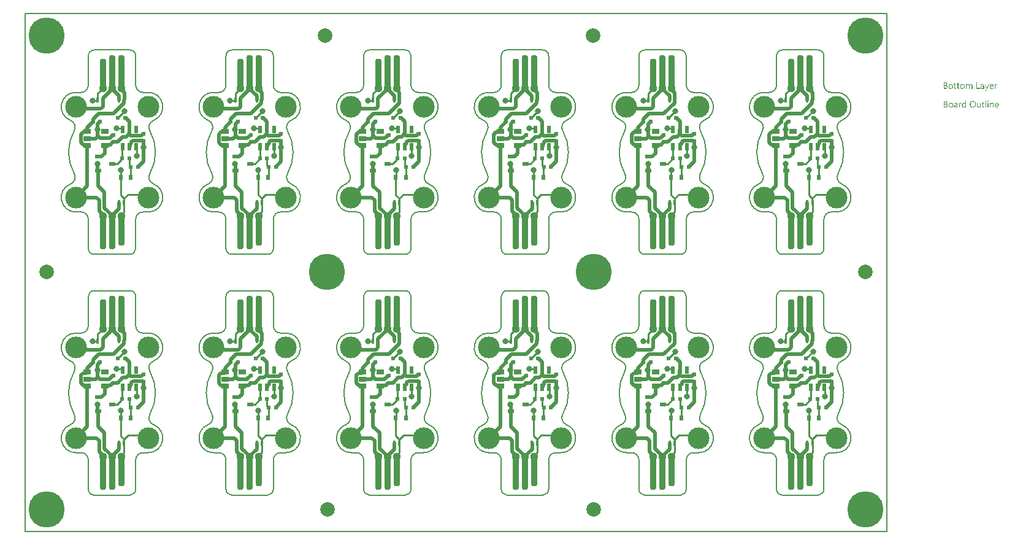
<source format=gbl>
G04*
G04 #@! TF.GenerationSoftware,Altium Limited,Altium Designer,21.8.1 (53)*
G04*
G04 Layer_Physical_Order=2*
G04 Layer_Color=16711680*
%FSAX25Y25*%
%MOIN*%
G70*
G04*
G04 #@! TF.SameCoordinates,042179B3-2A9A-4FBA-AD92-32AF6F9D014F*
G04*
G04*
G04 #@! TF.FilePolarity,Positive*
G04*
G01*
G75*
%ADD14C,0.01968*%
%ADD15C,0.00984*%
%ADD16C,0.00787*%
%ADD17C,0.19685*%
%ADD19C,0.11811*%
%ADD20C,0.03150*%
%ADD21C,0.02362*%
%ADD22C,0.07874*%
%ADD23R,0.01575X0.02756*%
G04:AMPARAMS|DCode=24|XSize=35.43mil|YSize=169.29mil|CornerRadius=13.82mil|HoleSize=0mil|Usage=FLASHONLY|Rotation=0.000|XOffset=0mil|YOffset=0mil|HoleType=Round|Shape=RoundedRectangle|*
%AMROUNDEDRECTD24*
21,1,0.03543,0.14165,0,0,0.0*
21,1,0.00780,0.16929,0,0,0.0*
1,1,0.02764,0.00390,-0.07083*
1,1,0.02764,-0.00390,-0.07083*
1,1,0.02764,-0.00390,0.07083*
1,1,0.02764,0.00390,0.07083*
%
%ADD24ROUNDEDRECTD24*%
G04:AMPARAMS|DCode=25|XSize=35.43mil|YSize=188.98mil|CornerRadius=13.82mil|HoleSize=0mil|Usage=FLASHONLY|Rotation=0.000|XOffset=0mil|YOffset=0mil|HoleType=Round|Shape=RoundedRectangle|*
%AMROUNDEDRECTD25*
21,1,0.03543,0.16134,0,0,0.0*
21,1,0.00780,0.18898,0,0,0.0*
1,1,0.02764,0.00390,-0.08067*
1,1,0.02764,-0.00390,-0.08067*
1,1,0.02764,-0.00390,0.08067*
1,1,0.02764,0.00390,0.08067*
%
%ADD25ROUNDEDRECTD25*%
%ADD26R,0.02362X0.03937*%
%ADD27R,0.03543X0.02362*%
%ADD28R,0.03937X0.02756*%
%ADD29R,0.01968X0.02165*%
%ADD30R,0.02362X0.03150*%
%ADD31R,0.01968X0.02165*%
%ADD32R,0.02165X0.01968*%
%ADD33C,0.00591*%
%ADD34C,0.04370*%
G36*
X0494464Y0223233D02*
X0494520Y0223221D01*
X0494582Y0223208D01*
X0494650Y0223184D01*
X0494730Y0223153D01*
X0494804Y0223109D01*
X0494885Y0223060D01*
X0494959Y0222992D01*
X0495027Y0222905D01*
X0495089Y0222806D01*
X0495145Y0222695D01*
X0495182Y0222552D01*
X0495213Y0222397D01*
X0495219Y0222218D01*
Y0220671D01*
X0494817D01*
Y0222113D01*
Y0222119D01*
Y0222131D01*
Y0222150D01*
Y0222181D01*
X0494811Y0222255D01*
X0494798Y0222342D01*
X0494786Y0222441D01*
X0494761Y0222540D01*
X0494730Y0222633D01*
X0494687Y0222713D01*
X0494681Y0222719D01*
X0494662Y0222744D01*
X0494631Y0222775D01*
X0494582Y0222806D01*
X0494526Y0222843D01*
X0494452Y0222868D01*
X0494359Y0222893D01*
X0494254Y0222899D01*
X0494241D01*
X0494210Y0222893D01*
X0494161Y0222886D01*
X0494099Y0222868D01*
X0494031Y0222843D01*
X0493957Y0222800D01*
X0493882Y0222744D01*
X0493814Y0222664D01*
X0493808Y0222651D01*
X0493789Y0222620D01*
X0493758Y0222571D01*
X0493727Y0222503D01*
X0493690Y0222422D01*
X0493666Y0222329D01*
X0493641Y0222218D01*
X0493635Y0222100D01*
Y0220671D01*
X0493232D01*
Y0222162D01*
Y0222168D01*
Y0222193D01*
X0493226Y0222230D01*
Y0222280D01*
X0493214Y0222336D01*
X0493201Y0222397D01*
X0493183Y0222459D01*
X0493164Y0222534D01*
X0493133Y0222602D01*
X0493096Y0222664D01*
X0493047Y0222726D01*
X0492991Y0222781D01*
X0492929Y0222831D01*
X0492848Y0222868D01*
X0492762Y0222893D01*
X0492663Y0222899D01*
X0492650D01*
X0492619Y0222893D01*
X0492570Y0222886D01*
X0492508Y0222874D01*
X0492440Y0222843D01*
X0492366Y0222806D01*
X0492291Y0222750D01*
X0492223Y0222676D01*
X0492217Y0222664D01*
X0492199Y0222639D01*
X0492168Y0222589D01*
X0492137Y0222521D01*
X0492106Y0222441D01*
X0492075Y0222342D01*
X0492056Y0222230D01*
X0492050Y0222100D01*
Y0220671D01*
X0491648D01*
Y0223184D01*
X0492050D01*
Y0222781D01*
X0492062D01*
X0492068Y0222787D01*
X0492075Y0222800D01*
X0492093Y0222825D01*
X0492112Y0222856D01*
X0492174Y0222924D01*
X0492260Y0223010D01*
X0492372Y0223097D01*
X0492502Y0223165D01*
X0492582Y0223196D01*
X0492663Y0223221D01*
X0492749Y0223233D01*
X0492842Y0223239D01*
X0492886D01*
X0492935Y0223233D01*
X0492997Y0223221D01*
X0493065Y0223202D01*
X0493139Y0223177D01*
X0493214Y0223147D01*
X0493288Y0223097D01*
X0493294Y0223091D01*
X0493319Y0223072D01*
X0493350Y0223041D01*
X0493393Y0222998D01*
X0493436Y0222942D01*
X0493480Y0222880D01*
X0493523Y0222806D01*
X0493554Y0222719D01*
X0493560Y0222726D01*
X0493567Y0222744D01*
X0493585Y0222769D01*
X0493604Y0222800D01*
X0493635Y0222843D01*
X0493672Y0222886D01*
X0493715Y0222930D01*
X0493765Y0222979D01*
X0493820Y0223029D01*
X0493882Y0223072D01*
X0493950Y0223122D01*
X0494025Y0223159D01*
X0494105Y0223190D01*
X0494192Y0223215D01*
X0494291Y0223233D01*
X0494390Y0223239D01*
X0494427D01*
X0494464Y0223233D01*
D02*
G37*
G36*
X0508497Y0223221D02*
X0508571Y0223215D01*
X0508614Y0223202D01*
X0508645Y0223190D01*
Y0222775D01*
X0508639Y0222781D01*
X0508627Y0222787D01*
X0508602Y0222800D01*
X0508571Y0222818D01*
X0508528Y0222831D01*
X0508472Y0222843D01*
X0508410Y0222849D01*
X0508342Y0222856D01*
X0508330D01*
X0508299Y0222849D01*
X0508249Y0222843D01*
X0508193Y0222825D01*
X0508119Y0222794D01*
X0508051Y0222750D01*
X0507977Y0222688D01*
X0507909Y0222608D01*
X0507902Y0222596D01*
X0507884Y0222565D01*
X0507853Y0222509D01*
X0507822Y0222435D01*
X0507791Y0222342D01*
X0507760Y0222224D01*
X0507742Y0222094D01*
X0507735Y0221946D01*
Y0220671D01*
X0507333D01*
Y0223184D01*
X0507735D01*
Y0222664D01*
X0507748D01*
Y0222670D01*
X0507754Y0222676D01*
X0507766Y0222707D01*
X0507785Y0222757D01*
X0507816Y0222818D01*
X0507847Y0222880D01*
X0507896Y0222948D01*
X0507946Y0223017D01*
X0508008Y0223078D01*
X0508014Y0223085D01*
X0508039Y0223103D01*
X0508076Y0223128D01*
X0508125Y0223153D01*
X0508181Y0223177D01*
X0508249Y0223202D01*
X0508323Y0223221D01*
X0508404Y0223227D01*
X0508460D01*
X0508497Y0223221D01*
D02*
G37*
G36*
X0503118Y0220268D02*
X0503112Y0220262D01*
X0503105Y0220237D01*
X0503087Y0220194D01*
X0503062Y0220144D01*
X0503031Y0220089D01*
X0502988Y0220021D01*
X0502944Y0219952D01*
X0502895Y0219878D01*
X0502833Y0219804D01*
X0502771Y0219736D01*
X0502697Y0219668D01*
X0502616Y0219612D01*
X0502536Y0219563D01*
X0502443Y0219519D01*
X0502350Y0219494D01*
X0502245Y0219488D01*
X0502189D01*
X0502152Y0219494D01*
X0502072Y0219507D01*
X0501985Y0219525D01*
Y0219884D01*
X0501991D01*
X0502010Y0219878D01*
X0502034Y0219872D01*
X0502065Y0219866D01*
X0502140Y0219847D01*
X0502220Y0219841D01*
X0502233D01*
X0502270Y0219847D01*
X0502325Y0219860D01*
X0502393Y0219884D01*
X0502468Y0219928D01*
X0502505Y0219959D01*
X0502542Y0219996D01*
X0502579Y0220033D01*
X0502616Y0220082D01*
X0502647Y0220138D01*
X0502678Y0220200D01*
X0502882Y0220671D01*
X0501898Y0223184D01*
X0502344D01*
X0503025Y0221246D01*
Y0221240D01*
X0503031Y0221228D01*
X0503037Y0221209D01*
X0503043Y0221184D01*
X0503050Y0221147D01*
X0503062Y0221110D01*
X0503074Y0221054D01*
X0503093D01*
Y0221067D01*
X0503105Y0221104D01*
X0503118Y0221160D01*
X0503142Y0221240D01*
X0503854Y0223184D01*
X0504269D01*
X0503118Y0220268D01*
D02*
G37*
G36*
X0500710Y0223233D02*
X0500765Y0223227D01*
X0500834Y0223208D01*
X0500908Y0223190D01*
X0500988Y0223159D01*
X0501075Y0223122D01*
X0501155Y0223072D01*
X0501236Y0223010D01*
X0501310Y0222936D01*
X0501378Y0222843D01*
X0501434Y0222738D01*
X0501477Y0222614D01*
X0501502Y0222472D01*
X0501514Y0222305D01*
Y0220671D01*
X0501112D01*
Y0221060D01*
X0501100D01*
Y0221054D01*
X0501087Y0221042D01*
X0501075Y0221017D01*
X0501050Y0220992D01*
X0500988Y0220918D01*
X0500908Y0220838D01*
X0500796Y0220757D01*
X0500666Y0220683D01*
X0500586Y0220658D01*
X0500505Y0220633D01*
X0500419Y0220621D01*
X0500326Y0220615D01*
X0500289D01*
X0500264Y0220621D01*
X0500196Y0220627D01*
X0500115Y0220639D01*
X0500016Y0220664D01*
X0499924Y0220695D01*
X0499825Y0220745D01*
X0499738Y0220807D01*
X0499732Y0220819D01*
X0499707Y0220844D01*
X0499670Y0220887D01*
X0499633Y0220949D01*
X0499595Y0221023D01*
X0499558Y0221110D01*
X0499534Y0221215D01*
X0499528Y0221333D01*
Y0221339D01*
Y0221364D01*
X0499534Y0221401D01*
X0499540Y0221444D01*
X0499552Y0221500D01*
X0499571Y0221562D01*
X0499595Y0221630D01*
X0499633Y0221698D01*
X0499676Y0221772D01*
X0499732Y0221847D01*
X0499800Y0221915D01*
X0499880Y0221977D01*
X0499973Y0222039D01*
X0500085Y0222088D01*
X0500208Y0222125D01*
X0500357Y0222156D01*
X0501112Y0222261D01*
Y0222268D01*
Y0222286D01*
X0501106Y0222323D01*
Y0222360D01*
X0501093Y0222410D01*
X0501087Y0222466D01*
X0501050Y0222583D01*
X0501019Y0222639D01*
X0500988Y0222695D01*
X0500945Y0222750D01*
X0500895Y0222800D01*
X0500834Y0222843D01*
X0500765Y0222874D01*
X0500685Y0222893D01*
X0500592Y0222899D01*
X0500549D01*
X0500518Y0222893D01*
X0500475D01*
X0500431Y0222880D01*
X0500320Y0222862D01*
X0500196Y0222825D01*
X0500060Y0222769D01*
X0499986Y0222732D01*
X0499917Y0222695D01*
X0499843Y0222645D01*
X0499775Y0222589D01*
Y0223004D01*
X0499781D01*
X0499794Y0223017D01*
X0499812Y0223029D01*
X0499843Y0223041D01*
X0499874Y0223060D01*
X0499917Y0223078D01*
X0499967Y0223097D01*
X0500023Y0223122D01*
X0500146Y0223165D01*
X0500295Y0223202D01*
X0500456Y0223227D01*
X0500629Y0223239D01*
X0500666D01*
X0500710Y0223233D01*
D02*
G37*
G36*
X0497819Y0221042D02*
X0499230D01*
Y0220671D01*
X0497404D01*
Y0224186D01*
X0497819D01*
Y0221042D01*
D02*
G37*
G36*
X0480605Y0224180D02*
X0480648D01*
X0480691Y0224174D01*
X0480790Y0224162D01*
X0480908Y0224131D01*
X0481032Y0224094D01*
X0481149Y0224038D01*
X0481255Y0223964D01*
X0481261D01*
X0481267Y0223951D01*
X0481298Y0223926D01*
X0481341Y0223877D01*
X0481391Y0223809D01*
X0481434Y0223722D01*
X0481477Y0223623D01*
X0481508Y0223512D01*
X0481521Y0223450D01*
Y0223382D01*
Y0223376D01*
Y0223369D01*
Y0223332D01*
X0481515Y0223276D01*
X0481502Y0223208D01*
X0481484Y0223122D01*
X0481453Y0223035D01*
X0481416Y0222948D01*
X0481360Y0222862D01*
X0481354Y0222849D01*
X0481329Y0222825D01*
X0481292Y0222787D01*
X0481242Y0222738D01*
X0481180Y0222688D01*
X0481106Y0222633D01*
X0481013Y0222589D01*
X0480914Y0222546D01*
Y0222540D01*
X0480933D01*
X0480951Y0222534D01*
X0480970Y0222528D01*
X0481038Y0222515D01*
X0481118Y0222490D01*
X0481205Y0222453D01*
X0481298Y0222410D01*
X0481391Y0222348D01*
X0481477Y0222268D01*
X0481490Y0222255D01*
X0481515Y0222224D01*
X0481545Y0222181D01*
X0481589Y0222113D01*
X0481626Y0222026D01*
X0481663Y0221927D01*
X0481688Y0221810D01*
X0481694Y0221679D01*
Y0221673D01*
Y0221661D01*
Y0221636D01*
X0481688Y0221605D01*
X0481682Y0221568D01*
X0481675Y0221525D01*
X0481651Y0221420D01*
X0481614Y0221302D01*
X0481558Y0221178D01*
X0481521Y0221122D01*
X0481477Y0221060D01*
X0481422Y0221005D01*
X0481366Y0220949D01*
X0481360D01*
X0481354Y0220937D01*
X0481335Y0220924D01*
X0481310Y0220906D01*
X0481279Y0220887D01*
X0481236Y0220862D01*
X0481143Y0220813D01*
X0481026Y0220757D01*
X0480889Y0220714D01*
X0480728Y0220683D01*
X0480648Y0220677D01*
X0480555Y0220671D01*
X0479528D01*
Y0224186D01*
X0480574D01*
X0480605Y0224180D01*
D02*
G37*
G36*
X0487531Y0223184D02*
X0488169D01*
Y0222837D01*
X0487531D01*
Y0221420D01*
Y0221407D01*
Y0221376D01*
X0487537Y0221333D01*
X0487544Y0221277D01*
X0487568Y0221160D01*
X0487587Y0221104D01*
X0487618Y0221060D01*
X0487624Y0221054D01*
X0487637Y0221042D01*
X0487655Y0221029D01*
X0487686Y0221011D01*
X0487723Y0220986D01*
X0487773Y0220974D01*
X0487835Y0220961D01*
X0487903Y0220955D01*
X0487927D01*
X0487958Y0220961D01*
X0487995Y0220968D01*
X0488082Y0220992D01*
X0488126Y0221011D01*
X0488169Y0221036D01*
Y0220689D01*
X0488163D01*
X0488144Y0220677D01*
X0488113Y0220671D01*
X0488070Y0220658D01*
X0488014Y0220646D01*
X0487952Y0220633D01*
X0487878Y0220627D01*
X0487791Y0220621D01*
X0487760D01*
X0487729Y0220627D01*
X0487686Y0220633D01*
X0487637Y0220646D01*
X0487581Y0220658D01*
X0487525Y0220683D01*
X0487463Y0220714D01*
X0487401Y0220751D01*
X0487339Y0220800D01*
X0487284Y0220856D01*
X0487234Y0220931D01*
X0487191Y0221011D01*
X0487160Y0221110D01*
X0487135Y0221221D01*
X0487129Y0221351D01*
Y0222837D01*
X0486702D01*
Y0223184D01*
X0487129D01*
Y0223796D01*
X0487531Y0223926D01*
Y0223184D01*
D02*
G37*
G36*
X0485829D02*
X0486467D01*
Y0222837D01*
X0485829D01*
Y0221420D01*
Y0221407D01*
Y0221376D01*
X0485835Y0221333D01*
X0485841Y0221277D01*
X0485866Y0221160D01*
X0485885Y0221104D01*
X0485916Y0221060D01*
X0485922Y0221054D01*
X0485934Y0221042D01*
X0485953Y0221029D01*
X0485984Y0221011D01*
X0486021Y0220986D01*
X0486070Y0220974D01*
X0486132Y0220961D01*
X0486200Y0220955D01*
X0486225D01*
X0486256Y0220961D01*
X0486293Y0220968D01*
X0486380Y0220992D01*
X0486423Y0221011D01*
X0486467Y0221036D01*
Y0220689D01*
X0486460D01*
X0486442Y0220677D01*
X0486411Y0220671D01*
X0486368Y0220658D01*
X0486312Y0220646D01*
X0486250Y0220633D01*
X0486176Y0220627D01*
X0486089Y0220621D01*
X0486058D01*
X0486027Y0220627D01*
X0485984Y0220633D01*
X0485934Y0220646D01*
X0485879Y0220658D01*
X0485823Y0220683D01*
X0485761Y0220714D01*
X0485699Y0220751D01*
X0485637Y0220800D01*
X0485581Y0220856D01*
X0485532Y0220931D01*
X0485489Y0221011D01*
X0485458Y0221110D01*
X0485433Y0221221D01*
X0485427Y0221351D01*
Y0222837D01*
X0485000D01*
Y0223184D01*
X0485427D01*
Y0223796D01*
X0485829Y0223926D01*
Y0223184D01*
D02*
G37*
G36*
X0505773Y0223233D02*
X0505817Y0223227D01*
X0505860Y0223221D01*
X0505971Y0223202D01*
X0506095Y0223159D01*
X0506219Y0223103D01*
X0506281Y0223066D01*
X0506343Y0223023D01*
X0506398Y0222973D01*
X0506454Y0222918D01*
X0506460Y0222911D01*
X0506466Y0222905D01*
X0506479Y0222886D01*
X0506497Y0222862D01*
X0506516Y0222825D01*
X0506541Y0222787D01*
X0506566Y0222744D01*
X0506590Y0222688D01*
X0506615Y0222626D01*
X0506640Y0222565D01*
X0506665Y0222490D01*
X0506683Y0222410D01*
X0506702Y0222323D01*
X0506714Y0222237D01*
X0506726Y0222137D01*
Y0222032D01*
Y0221822D01*
X0504950D01*
Y0221816D01*
Y0221803D01*
Y0221785D01*
X0504956Y0221754D01*
X0504962Y0221717D01*
Y0221679D01*
X0504981Y0221580D01*
X0505012Y0221481D01*
X0505049Y0221370D01*
X0505105Y0221265D01*
X0505173Y0221172D01*
X0505185Y0221160D01*
X0505210Y0221135D01*
X0505259Y0221104D01*
X0505328Y0221060D01*
X0505414Y0221017D01*
X0505513Y0220986D01*
X0505631Y0220961D01*
X0505767Y0220949D01*
X0505810D01*
X0505841Y0220955D01*
X0505878D01*
X0505922Y0220961D01*
X0506027Y0220986D01*
X0506145Y0221017D01*
X0506275Y0221067D01*
X0506411Y0221135D01*
X0506479Y0221178D01*
X0506547Y0221228D01*
Y0220850D01*
X0506541D01*
X0506534Y0220838D01*
X0506516Y0220831D01*
X0506485Y0220813D01*
X0506454Y0220794D01*
X0506417Y0220776D01*
X0506367Y0220757D01*
X0506318Y0220732D01*
X0506256Y0220708D01*
X0506188Y0220689D01*
X0506039Y0220652D01*
X0505866Y0220627D01*
X0505674Y0220615D01*
X0505625D01*
X0505587Y0220621D01*
X0505544Y0220627D01*
X0505488Y0220633D01*
X0505371Y0220658D01*
X0505235Y0220695D01*
X0505098Y0220757D01*
X0505030Y0220800D01*
X0504962Y0220844D01*
X0504900Y0220893D01*
X0504839Y0220955D01*
X0504832Y0220961D01*
X0504826Y0220974D01*
X0504814Y0220992D01*
X0504789Y0221017D01*
X0504770Y0221054D01*
X0504746Y0221098D01*
X0504715Y0221147D01*
X0504690Y0221203D01*
X0504659Y0221265D01*
X0504634Y0221339D01*
X0504603Y0221420D01*
X0504585Y0221506D01*
X0504566Y0221599D01*
X0504548Y0221698D01*
X0504541Y0221803D01*
X0504535Y0221915D01*
Y0221921D01*
Y0221939D01*
Y0221970D01*
X0504541Y0222014D01*
X0504548Y0222063D01*
X0504554Y0222119D01*
X0504560Y0222187D01*
X0504578Y0222255D01*
X0504616Y0222404D01*
X0504671Y0222565D01*
X0504708Y0222645D01*
X0504758Y0222719D01*
X0504808Y0222800D01*
X0504863Y0222868D01*
X0504869Y0222874D01*
X0504882Y0222886D01*
X0504900Y0222905D01*
X0504925Y0222924D01*
X0504956Y0222955D01*
X0504993Y0222986D01*
X0505043Y0223017D01*
X0505092Y0223054D01*
X0505210Y0223122D01*
X0505352Y0223184D01*
X0505433Y0223202D01*
X0505513Y0223221D01*
X0505600Y0223233D01*
X0505693Y0223239D01*
X0505742D01*
X0505773Y0223233D01*
D02*
G37*
G36*
X0489908D02*
X0489952Y0223227D01*
X0490007Y0223221D01*
X0490131Y0223196D01*
X0490273Y0223153D01*
X0490416Y0223091D01*
X0490490Y0223054D01*
X0490558Y0223010D01*
X0490626Y0222955D01*
X0490688Y0222893D01*
X0490694Y0222886D01*
X0490700Y0222874D01*
X0490719Y0222856D01*
X0490738Y0222831D01*
X0490762Y0222794D01*
X0490787Y0222750D01*
X0490818Y0222701D01*
X0490849Y0222645D01*
X0490874Y0222577D01*
X0490905Y0222509D01*
X0490930Y0222428D01*
X0490954Y0222342D01*
X0490973Y0222249D01*
X0490991Y0222150D01*
X0490998Y0222045D01*
X0491004Y0221933D01*
Y0221927D01*
Y0221908D01*
Y0221878D01*
X0490998Y0221834D01*
X0490991Y0221785D01*
X0490985Y0221723D01*
X0490973Y0221661D01*
X0490961Y0221587D01*
X0490923Y0221438D01*
X0490861Y0221277D01*
X0490824Y0221197D01*
X0490775Y0221116D01*
X0490725Y0221042D01*
X0490663Y0220974D01*
X0490657Y0220968D01*
X0490645Y0220961D01*
X0490626Y0220943D01*
X0490601Y0220918D01*
X0490564Y0220893D01*
X0490527Y0220862D01*
X0490478Y0220825D01*
X0490422Y0220794D01*
X0490360Y0220763D01*
X0490292Y0220726D01*
X0490218Y0220695D01*
X0490137Y0220671D01*
X0490051Y0220646D01*
X0489958Y0220633D01*
X0489859Y0220621D01*
X0489753Y0220615D01*
X0489698D01*
X0489661Y0220621D01*
X0489617Y0220627D01*
X0489562Y0220633D01*
X0489500Y0220646D01*
X0489432Y0220658D01*
X0489289Y0220701D01*
X0489141Y0220763D01*
X0489066Y0220800D01*
X0488998Y0220850D01*
X0488930Y0220900D01*
X0488862Y0220961D01*
X0488856Y0220968D01*
X0488850Y0220980D01*
X0488831Y0220999D01*
X0488813Y0221023D01*
X0488788Y0221060D01*
X0488757Y0221104D01*
X0488726Y0221153D01*
X0488701Y0221209D01*
X0488670Y0221277D01*
X0488639Y0221345D01*
X0488608Y0221420D01*
X0488584Y0221506D01*
X0488546Y0221692D01*
X0488540Y0221791D01*
X0488534Y0221896D01*
Y0221902D01*
Y0221927D01*
Y0221958D01*
X0488540Y0222001D01*
X0488546Y0222051D01*
X0488553Y0222113D01*
X0488565Y0222181D01*
X0488577Y0222255D01*
X0488615Y0222416D01*
X0488676Y0222577D01*
X0488720Y0222657D01*
X0488763Y0222738D01*
X0488813Y0222812D01*
X0488874Y0222880D01*
X0488881Y0222886D01*
X0488893Y0222899D01*
X0488912Y0222911D01*
X0488936Y0222936D01*
X0488974Y0222961D01*
X0489017Y0222992D01*
X0489066Y0223029D01*
X0489122Y0223060D01*
X0489184Y0223091D01*
X0489258Y0223128D01*
X0489332Y0223159D01*
X0489419Y0223184D01*
X0489506Y0223208D01*
X0489605Y0223227D01*
X0489710Y0223233D01*
X0489815Y0223239D01*
X0489871D01*
X0489908Y0223233D01*
D02*
G37*
G36*
X0483557D02*
X0483601Y0223227D01*
X0483656Y0223221D01*
X0483780Y0223196D01*
X0483922Y0223153D01*
X0484065Y0223091D01*
X0484139Y0223054D01*
X0484207Y0223010D01*
X0484275Y0222955D01*
X0484337Y0222893D01*
X0484343Y0222886D01*
X0484350Y0222874D01*
X0484368Y0222856D01*
X0484387Y0222831D01*
X0484411Y0222794D01*
X0484436Y0222750D01*
X0484467Y0222701D01*
X0484498Y0222645D01*
X0484523Y0222577D01*
X0484554Y0222509D01*
X0484579Y0222428D01*
X0484603Y0222342D01*
X0484622Y0222249D01*
X0484641Y0222150D01*
X0484647Y0222045D01*
X0484653Y0221933D01*
Y0221927D01*
Y0221908D01*
Y0221878D01*
X0484647Y0221834D01*
X0484641Y0221785D01*
X0484634Y0221723D01*
X0484622Y0221661D01*
X0484610Y0221587D01*
X0484572Y0221438D01*
X0484511Y0221277D01*
X0484473Y0221197D01*
X0484424Y0221116D01*
X0484374Y0221042D01*
X0484312Y0220974D01*
X0484306Y0220968D01*
X0484294Y0220961D01*
X0484275Y0220943D01*
X0484250Y0220918D01*
X0484213Y0220893D01*
X0484176Y0220862D01*
X0484127Y0220825D01*
X0484071Y0220794D01*
X0484009Y0220763D01*
X0483941Y0220726D01*
X0483867Y0220695D01*
X0483786Y0220671D01*
X0483700Y0220646D01*
X0483607Y0220633D01*
X0483508Y0220621D01*
X0483402Y0220615D01*
X0483347D01*
X0483310Y0220621D01*
X0483266Y0220627D01*
X0483211Y0220633D01*
X0483149Y0220646D01*
X0483081Y0220658D01*
X0482938Y0220701D01*
X0482790Y0220763D01*
X0482715Y0220800D01*
X0482647Y0220850D01*
X0482579Y0220900D01*
X0482511Y0220961D01*
X0482505Y0220968D01*
X0482499Y0220980D01*
X0482480Y0220999D01*
X0482462Y0221023D01*
X0482437Y0221060D01*
X0482406Y0221104D01*
X0482375Y0221153D01*
X0482350Y0221209D01*
X0482319Y0221277D01*
X0482288Y0221345D01*
X0482257Y0221420D01*
X0482233Y0221506D01*
X0482195Y0221692D01*
X0482189Y0221791D01*
X0482183Y0221896D01*
Y0221902D01*
Y0221927D01*
Y0221958D01*
X0482189Y0222001D01*
X0482195Y0222051D01*
X0482202Y0222113D01*
X0482214Y0222181D01*
X0482226Y0222255D01*
X0482264Y0222416D01*
X0482325Y0222577D01*
X0482369Y0222657D01*
X0482412Y0222738D01*
X0482462Y0222812D01*
X0482523Y0222880D01*
X0482530Y0222886D01*
X0482542Y0222899D01*
X0482561Y0222911D01*
X0482585Y0222936D01*
X0482623Y0222961D01*
X0482666Y0222992D01*
X0482715Y0223029D01*
X0482771Y0223060D01*
X0482833Y0223091D01*
X0482907Y0223128D01*
X0482982Y0223159D01*
X0483068Y0223184D01*
X0483155Y0223208D01*
X0483254Y0223227D01*
X0483359Y0223233D01*
X0483464Y0223239D01*
X0483520D01*
X0483557Y0223233D01*
D02*
G37*
G36*
X0503737Y0214153D02*
X0503761D01*
X0503817Y0214128D01*
X0503848Y0214110D01*
X0503879Y0214085D01*
X0503885Y0214079D01*
X0503891Y0214073D01*
X0503922Y0214036D01*
X0503947Y0213974D01*
X0503953Y0213937D01*
X0503960Y0213899D01*
Y0213893D01*
Y0213881D01*
X0503953Y0213862D01*
X0503947Y0213838D01*
X0503929Y0213776D01*
X0503904Y0213745D01*
X0503879Y0213714D01*
X0503873D01*
X0503867Y0213701D01*
X0503829Y0213677D01*
X0503774Y0213652D01*
X0503737Y0213646D01*
X0503699Y0213639D01*
X0503681D01*
X0503662Y0213646D01*
X0503638D01*
X0503576Y0213670D01*
X0503545Y0213683D01*
X0503514Y0213708D01*
Y0213714D01*
X0503501Y0213720D01*
X0503489Y0213738D01*
X0503477Y0213757D01*
X0503452Y0213819D01*
X0503446Y0213856D01*
X0503440Y0213899D01*
Y0213906D01*
Y0213918D01*
X0503446Y0213937D01*
X0503452Y0213968D01*
X0503471Y0214023D01*
X0503489Y0214054D01*
X0503514Y0214085D01*
X0503520Y0214091D01*
X0503526Y0214098D01*
X0503563Y0214122D01*
X0503625Y0214147D01*
X0503662Y0214159D01*
X0503718D01*
X0503737Y0214153D01*
D02*
G37*
G36*
X0491747Y0210489D02*
X0491344D01*
Y0210910D01*
X0491332D01*
Y0210904D01*
X0491320Y0210891D01*
X0491301Y0210866D01*
X0491282Y0210835D01*
X0491251Y0210798D01*
X0491214Y0210761D01*
X0491171Y0210718D01*
X0491121Y0210675D01*
X0491066Y0210625D01*
X0490998Y0210582D01*
X0490930Y0210544D01*
X0490849Y0210507D01*
X0490769Y0210476D01*
X0490676Y0210452D01*
X0490577Y0210439D01*
X0490472Y0210433D01*
X0490428D01*
X0490391Y0210439D01*
X0490354Y0210445D01*
X0490304Y0210452D01*
X0490199Y0210476D01*
X0490075Y0210513D01*
X0489952Y0210576D01*
X0489883Y0210613D01*
X0489828Y0210656D01*
X0489766Y0210712D01*
X0489710Y0210767D01*
Y0210773D01*
X0489698Y0210786D01*
X0489685Y0210805D01*
X0489667Y0210829D01*
X0489648Y0210860D01*
X0489623Y0210904D01*
X0489599Y0210953D01*
X0489574Y0211009D01*
X0489543Y0211071D01*
X0489518Y0211139D01*
X0489494Y0211213D01*
X0489475Y0211294D01*
X0489456Y0211380D01*
X0489444Y0211479D01*
X0489438Y0211578D01*
X0489432Y0211684D01*
Y0211690D01*
Y0211708D01*
Y0211745D01*
X0489438Y0211789D01*
X0489444Y0211838D01*
X0489450Y0211900D01*
X0489456Y0211968D01*
X0489469Y0212042D01*
X0489506Y0212203D01*
X0489562Y0212371D01*
X0489599Y0212451D01*
X0489642Y0212531D01*
X0489685Y0212606D01*
X0489741Y0212680D01*
X0489747Y0212686D01*
X0489753Y0212699D01*
X0489772Y0212717D01*
X0489797Y0212742D01*
X0489828Y0212767D01*
X0489871Y0212798D01*
X0489914Y0212835D01*
X0489964Y0212872D01*
X0490088Y0212940D01*
X0490230Y0213002D01*
X0490310Y0213020D01*
X0490397Y0213039D01*
X0490484Y0213052D01*
X0490583Y0213058D01*
X0490632D01*
X0490670Y0213052D01*
X0490707Y0213045D01*
X0490756Y0213039D01*
X0490868Y0213008D01*
X0490991Y0212959D01*
X0491053Y0212928D01*
X0491115Y0212884D01*
X0491177Y0212841D01*
X0491233Y0212785D01*
X0491282Y0212723D01*
X0491332Y0212649D01*
X0491344D01*
Y0214209D01*
X0491747D01*
Y0210489D01*
D02*
G37*
G36*
X0506015Y0213052D02*
X0506089Y0213045D01*
X0506182Y0213027D01*
X0506281Y0212996D01*
X0506386Y0212946D01*
X0506491Y0212878D01*
X0506534Y0212841D01*
X0506578Y0212791D01*
X0506590Y0212779D01*
X0506615Y0212742D01*
X0506646Y0212680D01*
X0506689Y0212593D01*
X0506726Y0212488D01*
X0506764Y0212358D01*
X0506788Y0212203D01*
X0506795Y0212024D01*
Y0210489D01*
X0506392D01*
Y0211919D01*
Y0211925D01*
Y0211956D01*
X0506386Y0211993D01*
Y0212042D01*
X0506374Y0212104D01*
X0506361Y0212173D01*
X0506343Y0212247D01*
X0506318Y0212321D01*
X0506287Y0212395D01*
X0506250Y0212463D01*
X0506200Y0212531D01*
X0506145Y0212593D01*
X0506083Y0212643D01*
X0506002Y0212680D01*
X0505915Y0212711D01*
X0505810Y0212717D01*
X0505798D01*
X0505761Y0212711D01*
X0505705Y0212705D01*
X0505637Y0212686D01*
X0505556Y0212662D01*
X0505470Y0212618D01*
X0505389Y0212562D01*
X0505309Y0212488D01*
X0505303Y0212476D01*
X0505278Y0212451D01*
X0505247Y0212402D01*
X0505210Y0212333D01*
X0505173Y0212253D01*
X0505142Y0212154D01*
X0505117Y0212042D01*
X0505111Y0211919D01*
Y0210489D01*
X0504708D01*
Y0213002D01*
X0505111D01*
Y0212581D01*
X0505123D01*
X0505129Y0212587D01*
X0505136Y0212600D01*
X0505154Y0212624D01*
X0505179Y0212655D01*
X0505204Y0212692D01*
X0505241Y0212730D01*
X0505284Y0212773D01*
X0505334Y0212822D01*
X0505389Y0212866D01*
X0505451Y0212909D01*
X0505519Y0212946D01*
X0505594Y0212983D01*
X0505668Y0213014D01*
X0505755Y0213039D01*
X0505847Y0213052D01*
X0505946Y0213058D01*
X0505984D01*
X0506015Y0213052D01*
D02*
G37*
G36*
X0489017Y0213039D02*
X0489091Y0213033D01*
X0489134Y0213020D01*
X0489165Y0213008D01*
Y0212593D01*
X0489159Y0212600D01*
X0489147Y0212606D01*
X0489122Y0212618D01*
X0489091Y0212637D01*
X0489048Y0212649D01*
X0488992Y0212662D01*
X0488930Y0212668D01*
X0488862Y0212674D01*
X0488850D01*
X0488819Y0212668D01*
X0488769Y0212662D01*
X0488714Y0212643D01*
X0488639Y0212612D01*
X0488571Y0212569D01*
X0488497Y0212507D01*
X0488429Y0212426D01*
X0488423Y0212414D01*
X0488404Y0212383D01*
X0488373Y0212327D01*
X0488342Y0212253D01*
X0488311Y0212160D01*
X0488280Y0212042D01*
X0488262Y0211912D01*
X0488256Y0211764D01*
Y0210489D01*
X0487853D01*
Y0213002D01*
X0488256D01*
Y0212482D01*
X0488268D01*
Y0212488D01*
X0488274Y0212494D01*
X0488286Y0212525D01*
X0488305Y0212575D01*
X0488336Y0212637D01*
X0488367Y0212699D01*
X0488416Y0212767D01*
X0488466Y0212835D01*
X0488528Y0212897D01*
X0488534Y0212903D01*
X0488559Y0212922D01*
X0488596Y0212946D01*
X0488645Y0212971D01*
X0488701Y0212996D01*
X0488769Y0213020D01*
X0488843Y0213039D01*
X0488924Y0213045D01*
X0488980D01*
X0489017Y0213039D01*
D02*
G37*
G36*
X0499756Y0210489D02*
X0499354D01*
Y0210885D01*
X0499342D01*
Y0210879D01*
X0499329Y0210866D01*
X0499317Y0210842D01*
X0499292Y0210817D01*
X0499236Y0210743D01*
X0499150Y0210662D01*
X0499100Y0210619D01*
X0499045Y0210576D01*
X0498983Y0210538D01*
X0498908Y0210501D01*
X0498834Y0210476D01*
X0498754Y0210452D01*
X0498661Y0210439D01*
X0498568Y0210433D01*
X0498531D01*
X0498488Y0210439D01*
X0498426Y0210452D01*
X0498357Y0210464D01*
X0498283Y0210489D01*
X0498203Y0210520D01*
X0498122Y0210569D01*
X0498036Y0210625D01*
X0497955Y0210693D01*
X0497881Y0210780D01*
X0497813Y0210885D01*
X0497751Y0211003D01*
X0497708Y0211145D01*
X0497683Y0211312D01*
X0497670Y0211399D01*
Y0211498D01*
Y0213002D01*
X0498067D01*
Y0211560D01*
Y0211554D01*
Y0211529D01*
X0498073Y0211485D01*
X0498079Y0211436D01*
X0498085Y0211374D01*
X0498098Y0211312D01*
X0498116Y0211238D01*
X0498141Y0211163D01*
X0498178Y0211089D01*
X0498215Y0211021D01*
X0498265Y0210953D01*
X0498327Y0210891D01*
X0498395Y0210842D01*
X0498475Y0210805D01*
X0498574Y0210773D01*
X0498679Y0210767D01*
X0498692D01*
X0498729Y0210773D01*
X0498785Y0210780D01*
X0498847Y0210792D01*
X0498927Y0210823D01*
X0499008Y0210860D01*
X0499088Y0210910D01*
X0499162Y0210984D01*
X0499168Y0210996D01*
X0499193Y0211021D01*
X0499224Y0211071D01*
X0499261Y0211139D01*
X0499292Y0211219D01*
X0499323Y0211318D01*
X0499348Y0211430D01*
X0499354Y0211554D01*
Y0213002D01*
X0499756D01*
Y0210489D01*
D02*
G37*
G36*
X0503891D02*
X0503489D01*
Y0213002D01*
X0503891D01*
Y0210489D01*
D02*
G37*
G36*
X0502672D02*
X0502270D01*
Y0214209D01*
X0502672D01*
Y0210489D01*
D02*
G37*
G36*
X0486293Y0213052D02*
X0486349Y0213045D01*
X0486417Y0213027D01*
X0486491Y0213008D01*
X0486572Y0212977D01*
X0486658Y0212940D01*
X0486739Y0212891D01*
X0486819Y0212829D01*
X0486894Y0212754D01*
X0486962Y0212662D01*
X0487017Y0212556D01*
X0487061Y0212433D01*
X0487085Y0212290D01*
X0487098Y0212123D01*
Y0210489D01*
X0486696D01*
Y0210879D01*
X0486683D01*
Y0210873D01*
X0486671Y0210860D01*
X0486658Y0210835D01*
X0486634Y0210811D01*
X0486572Y0210736D01*
X0486491Y0210656D01*
X0486380Y0210576D01*
X0486250Y0210501D01*
X0486169Y0210476D01*
X0486089Y0210452D01*
X0486002Y0210439D01*
X0485910Y0210433D01*
X0485872D01*
X0485848Y0210439D01*
X0485779Y0210445D01*
X0485699Y0210458D01*
X0485600Y0210483D01*
X0485507Y0210513D01*
X0485408Y0210563D01*
X0485321Y0210625D01*
X0485315Y0210637D01*
X0485290Y0210662D01*
X0485253Y0210705D01*
X0485216Y0210767D01*
X0485179Y0210842D01*
X0485142Y0210928D01*
X0485117Y0211034D01*
X0485111Y0211151D01*
Y0211157D01*
Y0211182D01*
X0485117Y0211219D01*
X0485123Y0211262D01*
X0485136Y0211318D01*
X0485154Y0211380D01*
X0485179Y0211448D01*
X0485216Y0211516D01*
X0485259Y0211591D01*
X0485315Y0211665D01*
X0485383Y0211733D01*
X0485464Y0211795D01*
X0485557Y0211857D01*
X0485668Y0211906D01*
X0485792Y0211943D01*
X0485940Y0211974D01*
X0486696Y0212080D01*
Y0212086D01*
Y0212104D01*
X0486689Y0212141D01*
Y0212179D01*
X0486677Y0212228D01*
X0486671Y0212284D01*
X0486634Y0212402D01*
X0486603Y0212457D01*
X0486572Y0212513D01*
X0486528Y0212569D01*
X0486479Y0212618D01*
X0486417Y0212662D01*
X0486349Y0212692D01*
X0486269Y0212711D01*
X0486176Y0212717D01*
X0486132D01*
X0486101Y0212711D01*
X0486058D01*
X0486015Y0212699D01*
X0485903Y0212680D01*
X0485779Y0212643D01*
X0485643Y0212587D01*
X0485569Y0212550D01*
X0485501Y0212513D01*
X0485427Y0212463D01*
X0485358Y0212408D01*
Y0212822D01*
X0485365D01*
X0485377Y0212835D01*
X0485396Y0212847D01*
X0485427Y0212860D01*
X0485458Y0212878D01*
X0485501Y0212897D01*
X0485550Y0212915D01*
X0485606Y0212940D01*
X0485730Y0212983D01*
X0485879Y0213020D01*
X0486039Y0213045D01*
X0486213Y0213058D01*
X0486250D01*
X0486293Y0213052D01*
D02*
G37*
G36*
X0480605Y0213999D02*
X0480648D01*
X0480691Y0213992D01*
X0480790Y0213980D01*
X0480908Y0213949D01*
X0481032Y0213912D01*
X0481149Y0213856D01*
X0481255Y0213782D01*
X0481261D01*
X0481267Y0213770D01*
X0481298Y0213745D01*
X0481341Y0213695D01*
X0481391Y0213627D01*
X0481434Y0213541D01*
X0481477Y0213441D01*
X0481508Y0213330D01*
X0481521Y0213268D01*
Y0213200D01*
Y0213194D01*
Y0213188D01*
Y0213151D01*
X0481515Y0213095D01*
X0481502Y0213027D01*
X0481484Y0212940D01*
X0481453Y0212853D01*
X0481416Y0212767D01*
X0481360Y0212680D01*
X0481354Y0212668D01*
X0481329Y0212643D01*
X0481292Y0212606D01*
X0481242Y0212556D01*
X0481180Y0212507D01*
X0481106Y0212451D01*
X0481013Y0212408D01*
X0480914Y0212364D01*
Y0212358D01*
X0480933D01*
X0480951Y0212352D01*
X0480970Y0212346D01*
X0481038Y0212333D01*
X0481118Y0212309D01*
X0481205Y0212271D01*
X0481298Y0212228D01*
X0481391Y0212166D01*
X0481477Y0212086D01*
X0481490Y0212073D01*
X0481515Y0212042D01*
X0481545Y0211999D01*
X0481589Y0211931D01*
X0481626Y0211844D01*
X0481663Y0211745D01*
X0481688Y0211628D01*
X0481694Y0211498D01*
Y0211492D01*
Y0211479D01*
Y0211454D01*
X0481688Y0211423D01*
X0481682Y0211386D01*
X0481675Y0211343D01*
X0481651Y0211238D01*
X0481614Y0211120D01*
X0481558Y0210996D01*
X0481521Y0210941D01*
X0481477Y0210879D01*
X0481422Y0210823D01*
X0481366Y0210767D01*
X0481360D01*
X0481354Y0210755D01*
X0481335Y0210743D01*
X0481310Y0210724D01*
X0481279Y0210705D01*
X0481236Y0210681D01*
X0481143Y0210631D01*
X0481026Y0210576D01*
X0480889Y0210532D01*
X0480728Y0210501D01*
X0480648Y0210495D01*
X0480555Y0210489D01*
X0479528D01*
Y0214005D01*
X0480574D01*
X0480605Y0213999D01*
D02*
G37*
G36*
X0501100Y0213002D02*
X0501737D01*
Y0212655D01*
X0501100D01*
Y0211238D01*
Y0211225D01*
Y0211194D01*
X0501106Y0211151D01*
X0501112Y0211095D01*
X0501137Y0210978D01*
X0501155Y0210922D01*
X0501186Y0210879D01*
X0501193Y0210873D01*
X0501205Y0210860D01*
X0501224Y0210848D01*
X0501255Y0210829D01*
X0501292Y0210805D01*
X0501341Y0210792D01*
X0501403Y0210780D01*
X0501471Y0210773D01*
X0501496D01*
X0501527Y0210780D01*
X0501564Y0210786D01*
X0501651Y0210811D01*
X0501694Y0210829D01*
X0501737Y0210854D01*
Y0210507D01*
X0501731D01*
X0501713Y0210495D01*
X0501682Y0210489D01*
X0501638Y0210476D01*
X0501582Y0210464D01*
X0501521Y0210452D01*
X0501446Y0210445D01*
X0501360Y0210439D01*
X0501329D01*
X0501298Y0210445D01*
X0501255Y0210452D01*
X0501205Y0210464D01*
X0501149Y0210476D01*
X0501093Y0210501D01*
X0501032Y0210532D01*
X0500970Y0210569D01*
X0500908Y0210619D01*
X0500852Y0210675D01*
X0500803Y0210749D01*
X0500759Y0210829D01*
X0500728Y0210928D01*
X0500703Y0211040D01*
X0500697Y0211170D01*
Y0212655D01*
X0500270D01*
Y0213002D01*
X0500697D01*
Y0213615D01*
X0501100Y0213745D01*
Y0213002D01*
D02*
G37*
G36*
X0508627Y0213052D02*
X0508670Y0213045D01*
X0508713Y0213039D01*
X0508825Y0213020D01*
X0508949Y0212977D01*
X0509072Y0212922D01*
X0509134Y0212884D01*
X0509196Y0212841D01*
X0509252Y0212791D01*
X0509308Y0212736D01*
X0509314Y0212730D01*
X0509320Y0212723D01*
X0509332Y0212705D01*
X0509351Y0212680D01*
X0509370Y0212643D01*
X0509394Y0212606D01*
X0509419Y0212562D01*
X0509444Y0212507D01*
X0509469Y0212445D01*
X0509493Y0212383D01*
X0509518Y0212309D01*
X0509537Y0212228D01*
X0509555Y0212141D01*
X0509568Y0212055D01*
X0509580Y0211956D01*
Y0211851D01*
Y0211640D01*
X0507803D01*
Y0211634D01*
Y0211622D01*
Y0211603D01*
X0507810Y0211572D01*
X0507816Y0211535D01*
Y0211498D01*
X0507834Y0211399D01*
X0507865Y0211300D01*
X0507902Y0211188D01*
X0507958Y0211083D01*
X0508026Y0210990D01*
X0508039Y0210978D01*
X0508064Y0210953D01*
X0508113Y0210922D01*
X0508181Y0210879D01*
X0508268Y0210835D01*
X0508367Y0210805D01*
X0508484Y0210780D01*
X0508621Y0210767D01*
X0508664D01*
X0508695Y0210773D01*
X0508732D01*
X0508775Y0210780D01*
X0508881Y0210805D01*
X0508998Y0210835D01*
X0509128Y0210885D01*
X0509264Y0210953D01*
X0509332Y0210996D01*
X0509401Y0211046D01*
Y0210668D01*
X0509394D01*
X0509388Y0210656D01*
X0509370Y0210650D01*
X0509339Y0210631D01*
X0509308Y0210613D01*
X0509270Y0210594D01*
X0509221Y0210576D01*
X0509171Y0210551D01*
X0509110Y0210526D01*
X0509042Y0210507D01*
X0508893Y0210470D01*
X0508720Y0210445D01*
X0508528Y0210433D01*
X0508478D01*
X0508441Y0210439D01*
X0508398Y0210445D01*
X0508342Y0210452D01*
X0508224Y0210476D01*
X0508088Y0210513D01*
X0507952Y0210576D01*
X0507884Y0210619D01*
X0507816Y0210662D01*
X0507754Y0210712D01*
X0507692Y0210773D01*
X0507686Y0210780D01*
X0507680Y0210792D01*
X0507667Y0210811D01*
X0507643Y0210835D01*
X0507624Y0210873D01*
X0507599Y0210916D01*
X0507568Y0210965D01*
X0507544Y0211021D01*
X0507513Y0211083D01*
X0507488Y0211157D01*
X0507457Y0211238D01*
X0507438Y0211324D01*
X0507420Y0211417D01*
X0507401Y0211516D01*
X0507395Y0211622D01*
X0507389Y0211733D01*
Y0211739D01*
Y0211758D01*
Y0211789D01*
X0507395Y0211832D01*
X0507401Y0211881D01*
X0507407Y0211937D01*
X0507413Y0212005D01*
X0507432Y0212073D01*
X0507469Y0212222D01*
X0507525Y0212383D01*
X0507562Y0212463D01*
X0507612Y0212538D01*
X0507661Y0212618D01*
X0507717Y0212686D01*
X0507723Y0212692D01*
X0507735Y0212705D01*
X0507754Y0212723D01*
X0507779Y0212742D01*
X0507810Y0212773D01*
X0507847Y0212804D01*
X0507896Y0212835D01*
X0507946Y0212872D01*
X0508064Y0212940D01*
X0508206Y0213002D01*
X0508286Y0213020D01*
X0508367Y0213039D01*
X0508453Y0213052D01*
X0508546Y0213058D01*
X0508596D01*
X0508627Y0213052D01*
D02*
G37*
G36*
X0495584Y0214060D02*
X0495646Y0214054D01*
X0495721Y0214042D01*
X0495801Y0214023D01*
X0495888Y0214005D01*
X0495974Y0213980D01*
X0496073Y0213949D01*
X0496166Y0213906D01*
X0496265Y0213856D01*
X0496364Y0213800D01*
X0496457Y0213732D01*
X0496550Y0213658D01*
X0496637Y0213571D01*
X0496643Y0213565D01*
X0496655Y0213547D01*
X0496680Y0213522D01*
X0496705Y0213485D01*
X0496742Y0213435D01*
X0496779Y0213373D01*
X0496816Y0213305D01*
X0496860Y0213231D01*
X0496903Y0213138D01*
X0496940Y0213045D01*
X0496977Y0212940D01*
X0497014Y0212822D01*
X0497039Y0212705D01*
X0497064Y0212575D01*
X0497076Y0212433D01*
X0497082Y0212290D01*
Y0212278D01*
Y0212253D01*
Y0212210D01*
X0497076Y0212148D01*
X0497070Y0212073D01*
X0497058Y0211993D01*
X0497045Y0211900D01*
X0497027Y0211795D01*
X0497002Y0211690D01*
X0496971Y0211578D01*
X0496934Y0211467D01*
X0496890Y0211355D01*
X0496835Y0211238D01*
X0496773Y0211133D01*
X0496705Y0211027D01*
X0496624Y0210928D01*
X0496618Y0210922D01*
X0496606Y0210910D01*
X0496575Y0210885D01*
X0496544Y0210854D01*
X0496494Y0210811D01*
X0496439Y0210773D01*
X0496377Y0210724D01*
X0496303Y0210681D01*
X0496222Y0210637D01*
X0496129Y0210588D01*
X0496030Y0210551D01*
X0495919Y0210513D01*
X0495801Y0210476D01*
X0495677Y0210452D01*
X0495547Y0210439D01*
X0495405Y0210433D01*
X0495374D01*
X0495331Y0210439D01*
X0495281D01*
X0495219Y0210445D01*
X0495145Y0210458D01*
X0495064Y0210476D01*
X0494972Y0210495D01*
X0494879Y0210520D01*
X0494780Y0210551D01*
X0494681Y0210594D01*
X0494582Y0210637D01*
X0494483Y0210693D01*
X0494384Y0210761D01*
X0494291Y0210835D01*
X0494204Y0210922D01*
X0494198Y0210928D01*
X0494185Y0210947D01*
X0494161Y0210972D01*
X0494136Y0211009D01*
X0494099Y0211058D01*
X0494062Y0211120D01*
X0494025Y0211188D01*
X0493981Y0211269D01*
X0493938Y0211355D01*
X0493901Y0211448D01*
X0493864Y0211554D01*
X0493826Y0211671D01*
X0493802Y0211789D01*
X0493777Y0211919D01*
X0493765Y0212061D01*
X0493758Y0212203D01*
Y0212216D01*
Y0212241D01*
X0493765Y0212284D01*
Y0212346D01*
X0493771Y0212414D01*
X0493783Y0212501D01*
X0493795Y0212593D01*
X0493814Y0212692D01*
X0493839Y0212798D01*
X0493870Y0212909D01*
X0493907Y0213020D01*
X0493950Y0213132D01*
X0494006Y0213243D01*
X0494068Y0213355D01*
X0494136Y0213460D01*
X0494216Y0213559D01*
X0494223Y0213565D01*
X0494235Y0213584D01*
X0494266Y0213609D01*
X0494303Y0213639D01*
X0494346Y0213677D01*
X0494402Y0213720D01*
X0494470Y0213763D01*
X0494545Y0213813D01*
X0494631Y0213862D01*
X0494724Y0213906D01*
X0494823Y0213949D01*
X0494935Y0213986D01*
X0495058Y0214017D01*
X0495188Y0214048D01*
X0495324Y0214060D01*
X0495467Y0214067D01*
X0495535D01*
X0495584Y0214060D01*
D02*
G37*
G36*
X0483557Y0213052D02*
X0483601Y0213045D01*
X0483656Y0213039D01*
X0483780Y0213014D01*
X0483922Y0212971D01*
X0484065Y0212909D01*
X0484139Y0212872D01*
X0484207Y0212829D01*
X0484275Y0212773D01*
X0484337Y0212711D01*
X0484343Y0212705D01*
X0484350Y0212692D01*
X0484368Y0212674D01*
X0484387Y0212649D01*
X0484411Y0212612D01*
X0484436Y0212569D01*
X0484467Y0212519D01*
X0484498Y0212463D01*
X0484523Y0212395D01*
X0484554Y0212327D01*
X0484579Y0212247D01*
X0484603Y0212160D01*
X0484622Y0212067D01*
X0484641Y0211968D01*
X0484647Y0211863D01*
X0484653Y0211752D01*
Y0211745D01*
Y0211727D01*
Y0211696D01*
X0484647Y0211652D01*
X0484641Y0211603D01*
X0484634Y0211541D01*
X0484622Y0211479D01*
X0484610Y0211405D01*
X0484572Y0211256D01*
X0484511Y0211095D01*
X0484473Y0211015D01*
X0484424Y0210934D01*
X0484374Y0210860D01*
X0484312Y0210792D01*
X0484306Y0210786D01*
X0484294Y0210780D01*
X0484275Y0210761D01*
X0484250Y0210736D01*
X0484213Y0210712D01*
X0484176Y0210681D01*
X0484127Y0210644D01*
X0484071Y0210613D01*
X0484009Y0210582D01*
X0483941Y0210544D01*
X0483867Y0210513D01*
X0483786Y0210489D01*
X0483700Y0210464D01*
X0483607Y0210452D01*
X0483508Y0210439D01*
X0483402Y0210433D01*
X0483347D01*
X0483310Y0210439D01*
X0483266Y0210445D01*
X0483211Y0210452D01*
X0483149Y0210464D01*
X0483081Y0210476D01*
X0482938Y0210520D01*
X0482790Y0210582D01*
X0482715Y0210619D01*
X0482647Y0210668D01*
X0482579Y0210718D01*
X0482511Y0210780D01*
X0482505Y0210786D01*
X0482499Y0210798D01*
X0482480Y0210817D01*
X0482462Y0210842D01*
X0482437Y0210879D01*
X0482406Y0210922D01*
X0482375Y0210972D01*
X0482350Y0211027D01*
X0482319Y0211095D01*
X0482288Y0211163D01*
X0482257Y0211238D01*
X0482233Y0211324D01*
X0482195Y0211510D01*
X0482189Y0211609D01*
X0482183Y0211714D01*
Y0211721D01*
Y0211745D01*
Y0211776D01*
X0482189Y0211820D01*
X0482195Y0211869D01*
X0482202Y0211931D01*
X0482214Y0211999D01*
X0482226Y0212073D01*
X0482264Y0212234D01*
X0482325Y0212395D01*
X0482369Y0212476D01*
X0482412Y0212556D01*
X0482462Y0212631D01*
X0482523Y0212699D01*
X0482530Y0212705D01*
X0482542Y0212717D01*
X0482561Y0212730D01*
X0482585Y0212754D01*
X0482623Y0212779D01*
X0482666Y0212810D01*
X0482715Y0212847D01*
X0482771Y0212878D01*
X0482833Y0212909D01*
X0482907Y0212946D01*
X0482982Y0212977D01*
X0483068Y0213002D01*
X0483155Y0213027D01*
X0483254Y0213045D01*
X0483359Y0213052D01*
X0483464Y0213058D01*
X0483520D01*
X0483557Y0213052D01*
D02*
G37*
%LPC*%
G36*
X0501112Y0221939D02*
X0500505Y0221853D01*
X0500493D01*
X0500462Y0221847D01*
X0500413Y0221834D01*
X0500351Y0221822D01*
X0500283Y0221803D01*
X0500208Y0221778D01*
X0500146Y0221754D01*
X0500085Y0221717D01*
X0500078Y0221710D01*
X0500060Y0221698D01*
X0500041Y0221673D01*
X0500016Y0221636D01*
X0499986Y0221587D01*
X0499967Y0221525D01*
X0499948Y0221450D01*
X0499942Y0221364D01*
Y0221358D01*
Y0221333D01*
X0499948Y0221302D01*
X0499961Y0221258D01*
X0499973Y0221209D01*
X0499998Y0221160D01*
X0500029Y0221110D01*
X0500072Y0221060D01*
X0500078Y0221054D01*
X0500097Y0221042D01*
X0500128Y0221023D01*
X0500165Y0221005D01*
X0500214Y0220986D01*
X0500276Y0220968D01*
X0500345Y0220955D01*
X0500425Y0220949D01*
X0500437D01*
X0500475Y0220955D01*
X0500530Y0220961D01*
X0500598Y0220974D01*
X0500673Y0220999D01*
X0500759Y0221036D01*
X0500840Y0221091D01*
X0500914Y0221160D01*
X0500920Y0221172D01*
X0500945Y0221197D01*
X0500976Y0221240D01*
X0501013Y0221302D01*
X0501050Y0221382D01*
X0501081Y0221469D01*
X0501106Y0221574D01*
X0501112Y0221686D01*
Y0221939D01*
D02*
G37*
G36*
X0480413Y0223815D02*
X0479942D01*
Y0222676D01*
X0480419D01*
X0480481Y0222682D01*
X0480555Y0222695D01*
X0480642Y0222713D01*
X0480735Y0222744D01*
X0480815Y0222781D01*
X0480896Y0222837D01*
X0480902Y0222843D01*
X0480927Y0222868D01*
X0480957Y0222905D01*
X0480995Y0222961D01*
X0481026Y0223023D01*
X0481056Y0223103D01*
X0481081Y0223196D01*
X0481087Y0223301D01*
Y0223307D01*
Y0223326D01*
X0481081Y0223351D01*
X0481075Y0223382D01*
X0481050Y0223462D01*
X0481032Y0223512D01*
X0481001Y0223561D01*
X0480970Y0223605D01*
X0480920Y0223654D01*
X0480871Y0223697D01*
X0480803Y0223734D01*
X0480728Y0223765D01*
X0480636Y0223790D01*
X0480530Y0223809D01*
X0480413Y0223815D01*
D02*
G37*
G36*
Y0222305D02*
X0479942D01*
Y0221042D01*
X0480561D01*
X0480623Y0221048D01*
X0480710Y0221060D01*
X0480796Y0221085D01*
X0480889Y0221110D01*
X0480982Y0221153D01*
X0481063Y0221209D01*
X0481069Y0221215D01*
X0481094Y0221240D01*
X0481125Y0221277D01*
X0481162Y0221333D01*
X0481199Y0221401D01*
X0481230Y0221481D01*
X0481255Y0221580D01*
X0481261Y0221686D01*
Y0221692D01*
Y0221710D01*
X0481255Y0221741D01*
X0481248Y0221785D01*
X0481236Y0221828D01*
X0481217Y0221884D01*
X0481193Y0221939D01*
X0481155Y0221995D01*
X0481112Y0222051D01*
X0481056Y0222107D01*
X0480988Y0222162D01*
X0480902Y0222206D01*
X0480809Y0222249D01*
X0480691Y0222280D01*
X0480561Y0222299D01*
X0480413Y0222305D01*
D02*
G37*
G36*
X0505687Y0222899D02*
X0505637D01*
X0505587Y0222886D01*
X0505519Y0222874D01*
X0505445Y0222849D01*
X0505358Y0222812D01*
X0505278Y0222763D01*
X0505197Y0222695D01*
X0505191Y0222688D01*
X0505166Y0222657D01*
X0505136Y0222614D01*
X0505092Y0222552D01*
X0505049Y0222478D01*
X0505012Y0222385D01*
X0504981Y0222280D01*
X0504956Y0222162D01*
X0506312D01*
Y0222168D01*
Y0222181D01*
Y0222193D01*
Y0222218D01*
X0506306Y0222286D01*
X0506293Y0222360D01*
X0506268Y0222453D01*
X0506244Y0222540D01*
X0506200Y0222626D01*
X0506145Y0222707D01*
X0506138Y0222713D01*
X0506114Y0222738D01*
X0506076Y0222769D01*
X0506027Y0222806D01*
X0505959Y0222837D01*
X0505878Y0222868D01*
X0505792Y0222893D01*
X0505687Y0222899D01*
D02*
G37*
G36*
X0489784D02*
X0489747D01*
X0489722Y0222893D01*
X0489648Y0222886D01*
X0489562Y0222868D01*
X0489463Y0222837D01*
X0489357Y0222787D01*
X0489258Y0222719D01*
X0489209Y0222682D01*
X0489165Y0222633D01*
X0489153Y0222620D01*
X0489128Y0222583D01*
X0489097Y0222528D01*
X0489054Y0222447D01*
X0489011Y0222342D01*
X0488980Y0222218D01*
X0488955Y0222076D01*
X0488943Y0221908D01*
Y0221902D01*
Y0221890D01*
Y0221865D01*
X0488949Y0221834D01*
Y0221797D01*
X0488955Y0221754D01*
X0488974Y0221655D01*
X0488998Y0221543D01*
X0489042Y0221426D01*
X0489097Y0221308D01*
X0489172Y0221203D01*
X0489184Y0221191D01*
X0489215Y0221166D01*
X0489264Y0221122D01*
X0489332Y0221079D01*
X0489419Y0221029D01*
X0489524Y0220986D01*
X0489648Y0220961D01*
X0489784Y0220949D01*
X0489821D01*
X0489846Y0220955D01*
X0489921Y0220961D01*
X0490007Y0220980D01*
X0490100Y0221011D01*
X0490205Y0221054D01*
X0490298Y0221116D01*
X0490385Y0221197D01*
X0490391Y0221209D01*
X0490416Y0221246D01*
X0490453Y0221302D01*
X0490490Y0221382D01*
X0490527Y0221488D01*
X0490564Y0221611D01*
X0490589Y0221754D01*
X0490595Y0221921D01*
Y0221927D01*
Y0221939D01*
Y0221964D01*
Y0222001D01*
X0490589Y0222039D01*
X0490583Y0222082D01*
X0490570Y0222187D01*
X0490546Y0222305D01*
X0490509Y0222422D01*
X0490453Y0222540D01*
X0490385Y0222645D01*
X0490372Y0222657D01*
X0490348Y0222682D01*
X0490298Y0222726D01*
X0490230Y0222775D01*
X0490143Y0222818D01*
X0490044Y0222862D01*
X0489921Y0222886D01*
X0489784Y0222899D01*
D02*
G37*
G36*
X0483433D02*
X0483396D01*
X0483372Y0222893D01*
X0483297Y0222886D01*
X0483211Y0222868D01*
X0483112Y0222837D01*
X0483006Y0222787D01*
X0482907Y0222719D01*
X0482858Y0222682D01*
X0482815Y0222633D01*
X0482802Y0222620D01*
X0482777Y0222583D01*
X0482746Y0222528D01*
X0482703Y0222447D01*
X0482660Y0222342D01*
X0482629Y0222218D01*
X0482604Y0222076D01*
X0482592Y0221908D01*
Y0221902D01*
Y0221890D01*
Y0221865D01*
X0482598Y0221834D01*
Y0221797D01*
X0482604Y0221754D01*
X0482623Y0221655D01*
X0482647Y0221543D01*
X0482691Y0221426D01*
X0482746Y0221308D01*
X0482821Y0221203D01*
X0482833Y0221191D01*
X0482864Y0221166D01*
X0482913Y0221122D01*
X0482982Y0221079D01*
X0483068Y0221029D01*
X0483174Y0220986D01*
X0483297Y0220961D01*
X0483433Y0220949D01*
X0483471D01*
X0483495Y0220955D01*
X0483570Y0220961D01*
X0483656Y0220980D01*
X0483749Y0221011D01*
X0483854Y0221054D01*
X0483947Y0221116D01*
X0484034Y0221197D01*
X0484040Y0221209D01*
X0484065Y0221246D01*
X0484102Y0221302D01*
X0484139Y0221382D01*
X0484176Y0221488D01*
X0484213Y0221611D01*
X0484238Y0221754D01*
X0484244Y0221921D01*
Y0221927D01*
Y0221939D01*
Y0221964D01*
Y0222001D01*
X0484238Y0222039D01*
X0484232Y0222082D01*
X0484220Y0222187D01*
X0484195Y0222305D01*
X0484158Y0222422D01*
X0484102Y0222540D01*
X0484034Y0222645D01*
X0484022Y0222657D01*
X0483997Y0222682D01*
X0483947Y0222726D01*
X0483879Y0222775D01*
X0483792Y0222818D01*
X0483693Y0222862D01*
X0483570Y0222886D01*
X0483433Y0222899D01*
D02*
G37*
G36*
X0490632Y0212717D02*
X0490595D01*
X0490570Y0212711D01*
X0490502Y0212705D01*
X0490422Y0212686D01*
X0490329Y0212649D01*
X0490230Y0212600D01*
X0490137Y0212538D01*
X0490094Y0212494D01*
X0490051Y0212445D01*
X0490044Y0212433D01*
X0490020Y0212395D01*
X0489983Y0212333D01*
X0489945Y0212253D01*
X0489908Y0212148D01*
X0489871Y0212018D01*
X0489846Y0211869D01*
X0489840Y0211702D01*
Y0211696D01*
Y0211684D01*
Y0211659D01*
X0489846Y0211628D01*
Y0211597D01*
X0489853Y0211554D01*
X0489865Y0211454D01*
X0489890Y0211343D01*
X0489927Y0211232D01*
X0489976Y0211120D01*
X0490044Y0211015D01*
X0490057Y0211003D01*
X0490082Y0210978D01*
X0490125Y0210934D01*
X0490187Y0210891D01*
X0490267Y0210848D01*
X0490360Y0210805D01*
X0490465Y0210780D01*
X0490589Y0210767D01*
X0490620D01*
X0490645Y0210773D01*
X0490707Y0210780D01*
X0490781Y0210798D01*
X0490868Y0210829D01*
X0490961Y0210866D01*
X0491047Y0210928D01*
X0491134Y0211009D01*
X0491140Y0211021D01*
X0491165Y0211052D01*
X0491202Y0211108D01*
X0491239Y0211176D01*
X0491276Y0211262D01*
X0491313Y0211368D01*
X0491338Y0211492D01*
X0491344Y0211622D01*
Y0211993D01*
Y0211999D01*
Y0212005D01*
Y0212042D01*
X0491332Y0212098D01*
X0491320Y0212173D01*
X0491295Y0212253D01*
X0491258Y0212340D01*
X0491208Y0212426D01*
X0491140Y0212507D01*
X0491134Y0212513D01*
X0491103Y0212538D01*
X0491059Y0212575D01*
X0491004Y0212612D01*
X0490930Y0212649D01*
X0490843Y0212686D01*
X0490744Y0212711D01*
X0490632Y0212717D01*
D02*
G37*
G36*
X0486696Y0211758D02*
X0486089Y0211671D01*
X0486077D01*
X0486046Y0211665D01*
X0485996Y0211652D01*
X0485934Y0211640D01*
X0485866Y0211622D01*
X0485792Y0211597D01*
X0485730Y0211572D01*
X0485668Y0211535D01*
X0485662Y0211529D01*
X0485643Y0211516D01*
X0485625Y0211492D01*
X0485600Y0211454D01*
X0485569Y0211405D01*
X0485550Y0211343D01*
X0485532Y0211269D01*
X0485526Y0211182D01*
Y0211176D01*
Y0211151D01*
X0485532Y0211120D01*
X0485544Y0211077D01*
X0485557Y0211027D01*
X0485581Y0210978D01*
X0485612Y0210928D01*
X0485656Y0210879D01*
X0485662Y0210873D01*
X0485680Y0210860D01*
X0485711Y0210842D01*
X0485748Y0210823D01*
X0485798Y0210805D01*
X0485860Y0210786D01*
X0485928Y0210773D01*
X0486009Y0210767D01*
X0486021D01*
X0486058Y0210773D01*
X0486114Y0210780D01*
X0486182Y0210792D01*
X0486256Y0210817D01*
X0486343Y0210854D01*
X0486423Y0210910D01*
X0486497Y0210978D01*
X0486504Y0210990D01*
X0486528Y0211015D01*
X0486559Y0211058D01*
X0486596Y0211120D01*
X0486634Y0211201D01*
X0486665Y0211287D01*
X0486689Y0211392D01*
X0486696Y0211504D01*
Y0211758D01*
D02*
G37*
G36*
X0480413Y0213633D02*
X0479942D01*
Y0212494D01*
X0480419D01*
X0480481Y0212501D01*
X0480555Y0212513D01*
X0480642Y0212531D01*
X0480735Y0212562D01*
X0480815Y0212600D01*
X0480896Y0212655D01*
X0480902Y0212662D01*
X0480927Y0212686D01*
X0480957Y0212723D01*
X0480995Y0212779D01*
X0481026Y0212841D01*
X0481056Y0212922D01*
X0481081Y0213014D01*
X0481087Y0213120D01*
Y0213126D01*
Y0213144D01*
X0481081Y0213169D01*
X0481075Y0213200D01*
X0481050Y0213281D01*
X0481032Y0213330D01*
X0481001Y0213380D01*
X0480970Y0213423D01*
X0480920Y0213472D01*
X0480871Y0213516D01*
X0480803Y0213553D01*
X0480728Y0213584D01*
X0480636Y0213609D01*
X0480530Y0213627D01*
X0480413Y0213633D01*
D02*
G37*
G36*
Y0212123D02*
X0479942D01*
Y0210860D01*
X0480561D01*
X0480623Y0210866D01*
X0480710Y0210879D01*
X0480796Y0210904D01*
X0480889Y0210928D01*
X0480982Y0210972D01*
X0481063Y0211027D01*
X0481069Y0211034D01*
X0481094Y0211058D01*
X0481125Y0211095D01*
X0481162Y0211151D01*
X0481199Y0211219D01*
X0481230Y0211300D01*
X0481255Y0211399D01*
X0481261Y0211504D01*
Y0211510D01*
Y0211529D01*
X0481255Y0211560D01*
X0481248Y0211603D01*
X0481236Y0211646D01*
X0481217Y0211702D01*
X0481193Y0211758D01*
X0481155Y0211813D01*
X0481112Y0211869D01*
X0481056Y0211925D01*
X0480988Y0211981D01*
X0480902Y0212024D01*
X0480809Y0212067D01*
X0480691Y0212098D01*
X0480561Y0212117D01*
X0480413Y0212123D01*
D02*
G37*
G36*
X0508540Y0212717D02*
X0508491D01*
X0508441Y0212705D01*
X0508373Y0212692D01*
X0508299Y0212668D01*
X0508212Y0212631D01*
X0508132Y0212581D01*
X0508051Y0212513D01*
X0508045Y0212507D01*
X0508020Y0212476D01*
X0507989Y0212433D01*
X0507946Y0212371D01*
X0507902Y0212296D01*
X0507865Y0212203D01*
X0507834Y0212098D01*
X0507810Y0211981D01*
X0509165D01*
Y0211987D01*
Y0211999D01*
Y0212012D01*
Y0212036D01*
X0509159Y0212104D01*
X0509147Y0212179D01*
X0509122Y0212271D01*
X0509097Y0212358D01*
X0509054Y0212445D01*
X0508998Y0212525D01*
X0508992Y0212531D01*
X0508967Y0212556D01*
X0508930Y0212587D01*
X0508881Y0212624D01*
X0508812Y0212655D01*
X0508732Y0212686D01*
X0508645Y0212711D01*
X0508540Y0212717D01*
D02*
G37*
G36*
X0495436Y0213689D02*
X0495380D01*
X0495343Y0213683D01*
X0495294Y0213677D01*
X0495244Y0213670D01*
X0495182Y0213658D01*
X0495114Y0213639D01*
X0494972Y0213590D01*
X0494897Y0213559D01*
X0494817Y0213522D01*
X0494743Y0213472D01*
X0494668Y0213417D01*
X0494600Y0213355D01*
X0494532Y0213287D01*
X0494526Y0213281D01*
X0494520Y0213268D01*
X0494501Y0213243D01*
X0494476Y0213212D01*
X0494452Y0213175D01*
X0494427Y0213126D01*
X0494396Y0213070D01*
X0494365Y0213008D01*
X0494328Y0212934D01*
X0494297Y0212860D01*
X0494272Y0212773D01*
X0494247Y0212680D01*
X0494223Y0212581D01*
X0494204Y0212470D01*
X0494198Y0212358D01*
X0494192Y0212241D01*
Y0212234D01*
Y0212210D01*
Y0212179D01*
X0494198Y0212135D01*
X0494204Y0212080D01*
X0494210Y0212012D01*
X0494223Y0211943D01*
X0494235Y0211869D01*
X0494272Y0211702D01*
X0494334Y0211523D01*
X0494371Y0211436D01*
X0494415Y0211355D01*
X0494470Y0211269D01*
X0494526Y0211194D01*
X0494532Y0211188D01*
X0494545Y0211176D01*
X0494563Y0211157D01*
X0494588Y0211133D01*
X0494619Y0211102D01*
X0494662Y0211071D01*
X0494712Y0211034D01*
X0494761Y0210996D01*
X0494823Y0210959D01*
X0494891Y0210922D01*
X0495040Y0210860D01*
X0495126Y0210835D01*
X0495213Y0210817D01*
X0495306Y0210805D01*
X0495405Y0210798D01*
X0495461D01*
X0495504Y0210805D01*
X0495547Y0210811D01*
X0495609Y0210817D01*
X0495671Y0210829D01*
X0495739Y0210848D01*
X0495882Y0210891D01*
X0495962Y0210922D01*
X0496036Y0210959D01*
X0496111Y0211003D01*
X0496185Y0211052D01*
X0496253Y0211108D01*
X0496321Y0211176D01*
X0496327Y0211182D01*
X0496333Y0211194D01*
X0496352Y0211213D01*
X0496371Y0211244D01*
X0496402Y0211287D01*
X0496426Y0211331D01*
X0496457Y0211386D01*
X0496488Y0211448D01*
X0496519Y0211523D01*
X0496550Y0211603D01*
X0496581Y0211690D01*
X0496606Y0211783D01*
X0496624Y0211881D01*
X0496643Y0211993D01*
X0496649Y0212111D01*
X0496655Y0212234D01*
Y0212241D01*
Y0212265D01*
Y0212302D01*
X0496649Y0212346D01*
X0496643Y0212408D01*
X0496637Y0212476D01*
X0496630Y0212550D01*
X0496612Y0212631D01*
X0496575Y0212798D01*
X0496519Y0212977D01*
X0496482Y0213064D01*
X0496439Y0213151D01*
X0496383Y0213231D01*
X0496327Y0213305D01*
X0496321Y0213311D01*
X0496315Y0213324D01*
X0496296Y0213342D01*
X0496265Y0213367D01*
X0496234Y0213392D01*
X0496197Y0213429D01*
X0496148Y0213460D01*
X0496098Y0213497D01*
X0496036Y0213534D01*
X0495968Y0213565D01*
X0495894Y0213602D01*
X0495814Y0213627D01*
X0495727Y0213652D01*
X0495640Y0213670D01*
X0495541Y0213683D01*
X0495436Y0213689D01*
D02*
G37*
G36*
X0483433Y0212717D02*
X0483396D01*
X0483372Y0212711D01*
X0483297Y0212705D01*
X0483211Y0212686D01*
X0483112Y0212655D01*
X0483006Y0212606D01*
X0482907Y0212538D01*
X0482858Y0212501D01*
X0482815Y0212451D01*
X0482802Y0212439D01*
X0482777Y0212402D01*
X0482746Y0212346D01*
X0482703Y0212265D01*
X0482660Y0212160D01*
X0482629Y0212036D01*
X0482604Y0211894D01*
X0482592Y0211727D01*
Y0211721D01*
Y0211708D01*
Y0211684D01*
X0482598Y0211652D01*
Y0211615D01*
X0482604Y0211572D01*
X0482623Y0211473D01*
X0482647Y0211362D01*
X0482691Y0211244D01*
X0482746Y0211126D01*
X0482821Y0211021D01*
X0482833Y0211009D01*
X0482864Y0210984D01*
X0482913Y0210941D01*
X0482982Y0210897D01*
X0483068Y0210848D01*
X0483174Y0210805D01*
X0483297Y0210780D01*
X0483433Y0210767D01*
X0483471D01*
X0483495Y0210773D01*
X0483570Y0210780D01*
X0483656Y0210798D01*
X0483749Y0210829D01*
X0483854Y0210873D01*
X0483947Y0210934D01*
X0484034Y0211015D01*
X0484040Y0211027D01*
X0484065Y0211065D01*
X0484102Y0211120D01*
X0484139Y0211201D01*
X0484176Y0211306D01*
X0484213Y0211430D01*
X0484238Y0211572D01*
X0484244Y0211739D01*
Y0211745D01*
Y0211758D01*
Y0211783D01*
Y0211820D01*
X0484238Y0211857D01*
X0484232Y0211900D01*
X0484220Y0212005D01*
X0484195Y0212123D01*
X0484158Y0212241D01*
X0484102Y0212358D01*
X0484034Y0212463D01*
X0484022Y0212476D01*
X0483997Y0212501D01*
X0483947Y0212544D01*
X0483879Y0212593D01*
X0483792Y0212637D01*
X0483693Y0212680D01*
X0483570Y0212705D01*
X0483433Y0212717D01*
D02*
G37*
%LPD*%
D14*
X0044637Y0058272D02*
Y0061614D01*
X0041735Y0047441D02*
Y0047539D01*
X0044637Y0050442D01*
Y0058272D01*
X0044628Y0061614D02*
X0044637D01*
X0044530D02*
X0044628D01*
X0036991Y0058465D02*
X0037188Y0058661D01*
X0038074Y0061045D02*
X0038939Y0061910D01*
X0037188Y0059449D02*
X0038074Y0060335D01*
X0037188Y0058661D02*
Y0059449D01*
X0044235Y0061910D02*
X0044530Y0061614D01*
X0038939Y0061910D02*
X0044235D01*
X0038074Y0060335D02*
Y0061045D01*
X0019777Y0045679D02*
Y0049076D01*
Y0045679D02*
X0019884Y0045571D01*
X0019669Y0049184D02*
X0019777Y0049076D01*
X0021066Y0072047D02*
X0021164D01*
X0019786Y0067995D02*
Y0070768D01*
X0021164Y0072047D02*
Y0072146D01*
X0019786Y0070768D02*
X0021066Y0072047D01*
X0019589Y0067885D02*
X0019786Y0067689D01*
Y0064370D02*
Y0067689D01*
X0007876Y0080118D02*
X0008976Y0079018D01*
X0022542Y0080171D02*
Y0084890D01*
X0021389Y0079018D02*
X0022542Y0080171D01*
X0008976Y0079018D02*
X0021389D01*
X0036940Y0065205D02*
Y0067862D01*
X0026538Y0063484D02*
X0026658D01*
X0026082Y0063028D02*
X0026538Y0063484D01*
X0019786Y0064370D02*
X0021128Y0063028D01*
X0026082D01*
X0026658Y0063484D02*
X0028134Y0064961D01*
X0019786Y0064153D02*
Y0064370D01*
X0028134Y0064961D02*
X0028232D01*
X0014176Y0062992D02*
X0018624D01*
X0019786Y0064153D01*
X0019884Y0037303D02*
X0023368Y0033819D01*
Y0028619D02*
Y0033819D01*
X0019884Y0037303D02*
Y0045571D01*
X0023625Y0054921D02*
Y0059252D01*
X0021754Y0053051D02*
X0023625Y0054921D01*
X0021164Y0053051D02*
X0021754D01*
X0033358Y0063809D02*
X0035287D01*
X0030572Y0061024D02*
X0033358Y0063809D01*
X0028232Y0061024D02*
X0030572D01*
X0026756Y0059646D02*
X0028134Y0061024D01*
X0023625Y0059252D02*
X0024018Y0059646D01*
X0026756D01*
X0028134Y0061024D02*
X0028232D01*
X0007876Y0030906D02*
X0014176Y0037205D01*
Y0059252D01*
X0012014Y0066339D02*
X0013782D01*
X0010731Y0065055D02*
X0012014Y0066339D01*
Y0059646D02*
X0013782D01*
Y0066339D02*
X0014176Y0066732D01*
X0010731Y0060929D02*
Y0065055D01*
Y0060929D02*
X0012014Y0059646D01*
X0013782D02*
X0014176Y0059252D01*
X0017227Y0073512D02*
X0020191Y0076476D01*
X0028232D01*
X0017227Y0072047D02*
Y0073512D01*
X0014176Y0068996D02*
X0017227Y0072047D01*
X0014176Y0066732D02*
Y0068996D01*
X0033973Y0082217D02*
Y0083714D01*
X0028232Y0076476D02*
X0033973Y0082217D01*
Y0083714D02*
X0034170Y0083911D01*
X0032561Y0089508D02*
X0034201Y0087868D01*
Y0084305D02*
Y0087868D01*
X0032561Y0090158D02*
X0032561Y0090158D01*
X0027562Y0089979D02*
X0031414Y0086127D01*
Y0083911D02*
Y0086127D01*
X0027562Y0089910D02*
Y0089979D01*
Y0090158D01*
X0022542Y0084890D02*
X0027562Y0089910D01*
X0032561Y0089508D02*
Y0090158D01*
X0007876Y0030906D02*
X0019135D01*
X0020573Y0029467D01*
Y0023504D02*
Y0029467D01*
X0031433Y0024915D02*
Y0028225D01*
X0027562Y0021044D02*
X0031433Y0024915D01*
X0027562Y0020866D02*
Y0021044D01*
X0023329Y0025277D02*
X0027562Y0021044D01*
X0023329Y0025277D02*
Y0028225D01*
X0020573Y0023504D02*
X0022561Y0021516D01*
Y0020866D02*
Y0021516D01*
X0034985Y0074112D02*
X0036991Y0072106D01*
Y0067913D02*
Y0072106D01*
X0034694Y0074213D02*
X0034792D01*
X0034985Y0074112D02*
Y0074202D01*
X0044530Y0065551D02*
X0044628D01*
X0043447Y0064468D02*
X0044530Y0065551D01*
X0036812Y0065333D02*
X0037676Y0064468D01*
X0043447D01*
X0035287Y0063809D02*
X0036812Y0065333D01*
X0119446Y0058272D02*
Y0061614D01*
X0116543Y0047441D02*
Y0047539D01*
X0119446Y0050442D01*
Y0058272D01*
X0119437Y0061614D02*
X0119446D01*
X0119338D02*
X0119437D01*
X0111799Y0058465D02*
X0111996Y0058661D01*
X0112882Y0061045D02*
X0113747Y0061910D01*
X0111996Y0059449D02*
X0112882Y0060335D01*
X0111996Y0058661D02*
Y0059449D01*
X0119043Y0061910D02*
X0119338Y0061614D01*
X0113747Y0061910D02*
X0119043D01*
X0112882Y0060335D02*
Y0061045D01*
X0094585Y0045679D02*
Y0049076D01*
Y0045679D02*
X0094692Y0045571D01*
X0094477Y0049184D02*
X0094585Y0049076D01*
X0095873Y0072047D02*
X0095972D01*
X0094594Y0067995D02*
Y0070768D01*
X0095972Y0072047D02*
Y0072146D01*
X0094594Y0070768D02*
X0095873Y0072047D01*
X0094397Y0067885D02*
X0094594Y0067689D01*
Y0064370D02*
Y0067689D01*
X0082685Y0080118D02*
X0083784Y0079018D01*
X0097350Y0080171D02*
Y0084890D01*
X0096197Y0079018D02*
X0097350Y0080171D01*
X0083784Y0079018D02*
X0096197D01*
X0111748Y0065205D02*
Y0067862D01*
X0101346Y0063484D02*
X0101466D01*
X0100890Y0063028D02*
X0101346Y0063484D01*
X0094594Y0064370D02*
X0095936Y0063028D01*
X0100890D01*
X0101466Y0063484D02*
X0102942Y0064961D01*
X0094594Y0064153D02*
Y0064370D01*
X0102942Y0064961D02*
X0103041D01*
X0088984Y0062992D02*
X0093433D01*
X0094594Y0064153D01*
X0094692Y0037303D02*
X0098176Y0033819D01*
Y0028619D02*
Y0033819D01*
X0094692Y0037303D02*
Y0045571D01*
X0098433Y0054921D02*
Y0059252D01*
X0096562Y0053051D02*
X0098433Y0054921D01*
X0095972Y0053051D02*
X0096562D01*
X0108166Y0063809D02*
X0110095D01*
X0105380Y0061024D02*
X0108166Y0063809D01*
X0103041Y0061024D02*
X0105380D01*
X0101564Y0059646D02*
X0102942Y0061024D01*
X0098433Y0059252D02*
X0098826Y0059646D01*
X0101564D01*
X0102942Y0061024D02*
X0103041D01*
X0082685Y0030906D02*
X0088984Y0037205D01*
Y0059252D01*
X0086822Y0066339D02*
X0088590D01*
X0085539Y0065055D02*
X0086822Y0066339D01*
Y0059646D02*
X0088590D01*
Y0066339D02*
X0088984Y0066732D01*
X0085539Y0060929D02*
Y0065055D01*
Y0060929D02*
X0086822Y0059646D01*
X0088590D02*
X0088984Y0059252D01*
X0092035Y0073512D02*
X0094999Y0076476D01*
X0103041D01*
X0092035Y0072047D02*
Y0073512D01*
X0088984Y0068996D02*
X0092035Y0072047D01*
X0088984Y0066732D02*
Y0068996D01*
X0108781Y0082217D02*
Y0083714D01*
X0103041Y0076476D02*
X0108781Y0082217D01*
Y0083714D02*
X0108978Y0083911D01*
X0107370Y0089508D02*
X0109009Y0087868D01*
Y0084305D02*
Y0087868D01*
X0107370Y0090158D02*
X0107370Y0090158D01*
X0102370Y0089979D02*
X0106222Y0086127D01*
Y0083911D02*
Y0086127D01*
X0102370Y0089910D02*
Y0089979D01*
Y0090158D01*
X0097350Y0084890D02*
X0102370Y0089910D01*
X0107370Y0089508D02*
Y0090158D01*
X0082685Y0030906D02*
X0093943D01*
X0095381Y0029467D01*
Y0023504D02*
Y0029467D01*
X0106241Y0024915D02*
Y0028225D01*
X0102370Y0021044D02*
X0106241Y0024915D01*
X0102370Y0020866D02*
Y0021044D01*
X0098137Y0025277D02*
X0102370Y0021044D01*
X0098137Y0025277D02*
Y0028225D01*
X0095381Y0023504D02*
X0097370Y0021516D01*
Y0020866D02*
Y0021516D01*
X0109793Y0074112D02*
X0111799Y0072106D01*
Y0067913D02*
Y0072106D01*
X0109502Y0074213D02*
X0109600D01*
X0109793Y0074112D02*
Y0074202D01*
X0119338Y0065551D02*
X0119437D01*
X0118255Y0064468D02*
X0119338Y0065551D01*
X0111620Y0065333D02*
X0112485Y0064468D01*
X0118255D01*
X0110095Y0063809D02*
X0111620Y0065333D01*
X0194254Y0058272D02*
Y0061614D01*
X0191351Y0047441D02*
Y0047539D01*
X0194254Y0050442D01*
Y0058272D01*
X0194245Y0061614D02*
X0194254D01*
X0194146D02*
X0194245D01*
X0186607Y0058465D02*
X0186804Y0058661D01*
X0187690Y0061045D02*
X0188555Y0061910D01*
X0186804Y0059449D02*
X0187690Y0060335D01*
X0186804Y0058661D02*
Y0059449D01*
X0193851Y0061910D02*
X0194146Y0061614D01*
X0188555Y0061910D02*
X0193851D01*
X0187690Y0060335D02*
Y0061045D01*
X0169393Y0045679D02*
Y0049076D01*
Y0045679D02*
X0169501Y0045571D01*
X0169285Y0049184D02*
X0169393Y0049076D01*
X0170682Y0072047D02*
X0170780D01*
X0169402Y0067995D02*
Y0070768D01*
X0170780Y0072047D02*
Y0072146D01*
X0169402Y0070768D02*
X0170682Y0072047D01*
X0169205Y0067885D02*
X0169402Y0067689D01*
Y0064370D02*
Y0067689D01*
X0157493Y0080118D02*
X0158592Y0079018D01*
X0172158Y0080171D02*
Y0084890D01*
X0171005Y0079018D02*
X0172158Y0080171D01*
X0158592Y0079018D02*
X0171005D01*
X0186556Y0065205D02*
Y0067862D01*
X0176154Y0063484D02*
X0176274D01*
X0175698Y0063028D02*
X0176154Y0063484D01*
X0169402Y0064370D02*
X0170745Y0063028D01*
X0175698D01*
X0176274Y0063484D02*
X0177750Y0064961D01*
X0169402Y0064153D02*
Y0064370D01*
X0177750Y0064961D02*
X0177849D01*
X0163792Y0062992D02*
X0168241D01*
X0169402Y0064153D01*
X0169501Y0037303D02*
X0172985Y0033819D01*
Y0028619D02*
Y0033819D01*
X0169501Y0037303D02*
Y0045571D01*
X0173241Y0054921D02*
Y0059252D01*
X0171371Y0053051D02*
X0173241Y0054921D01*
X0170780Y0053051D02*
X0171371D01*
X0182974Y0063809D02*
X0184903D01*
X0180189Y0061024D02*
X0182974Y0063809D01*
X0177849Y0061024D02*
X0180189D01*
X0176372Y0059646D02*
X0177750Y0061024D01*
X0173241Y0059252D02*
X0173634Y0059646D01*
X0176372D01*
X0177750Y0061024D02*
X0177849D01*
X0157493Y0030906D02*
X0163792Y0037205D01*
Y0059252D01*
X0161630Y0066339D02*
X0163398D01*
X0160347Y0065055D02*
X0161630Y0066339D01*
Y0059646D02*
X0163398D01*
Y0066339D02*
X0163792Y0066732D01*
X0160347Y0060929D02*
Y0065055D01*
Y0060929D02*
X0161630Y0059646D01*
X0163398D02*
X0163792Y0059252D01*
X0166843Y0073512D02*
X0169807Y0076476D01*
X0177849D01*
X0166843Y0072047D02*
Y0073512D01*
X0163792Y0068996D02*
X0166843Y0072047D01*
X0163792Y0066732D02*
Y0068996D01*
X0183589Y0082217D02*
Y0083714D01*
X0177849Y0076476D02*
X0183589Y0082217D01*
Y0083714D02*
X0183786Y0083911D01*
X0182178Y0089508D02*
X0183817Y0087868D01*
Y0084305D02*
Y0087868D01*
X0182178Y0090158D02*
X0182178Y0090158D01*
X0177178Y0089979D02*
X0181030Y0086127D01*
Y0083911D02*
Y0086127D01*
X0177178Y0089910D02*
Y0089979D01*
Y0090158D01*
X0172158Y0084890D02*
X0177178Y0089910D01*
X0182178Y0089508D02*
Y0090158D01*
X0157493Y0030906D02*
X0168751D01*
X0170189Y0029467D01*
Y0023504D02*
Y0029467D01*
X0181049Y0024915D02*
Y0028225D01*
X0177178Y0021044D02*
X0181049Y0024915D01*
X0177178Y0020866D02*
Y0021044D01*
X0172945Y0025277D02*
X0177178Y0021044D01*
X0172945Y0025277D02*
Y0028225D01*
X0170189Y0023504D02*
X0172178Y0021516D01*
Y0020866D02*
Y0021516D01*
X0184601Y0074112D02*
X0186607Y0072106D01*
Y0067913D02*
Y0072106D01*
X0184310Y0074213D02*
X0184408D01*
X0184601Y0074112D02*
Y0074202D01*
X0194146Y0065551D02*
X0194245D01*
X0193063Y0064468D02*
X0194146Y0065551D01*
X0186428Y0065333D02*
X0187293Y0064468D01*
X0193063D01*
X0184903Y0063809D02*
X0186428Y0065333D01*
X0269062Y0058272D02*
Y0061614D01*
X0266159Y0047441D02*
Y0047539D01*
X0269062Y0050442D01*
Y0058272D01*
X0269053Y0061614D02*
X0269062D01*
X0268954D02*
X0269053D01*
X0261415Y0058465D02*
X0261612Y0058661D01*
X0262498Y0061045D02*
X0263363Y0061910D01*
X0261612Y0059449D02*
X0262498Y0060335D01*
X0261612Y0058661D02*
Y0059449D01*
X0268659Y0061910D02*
X0268954Y0061614D01*
X0263363Y0061910D02*
X0268659D01*
X0262498Y0060335D02*
Y0061045D01*
X0244201Y0045679D02*
Y0049076D01*
Y0045679D02*
X0244309Y0045571D01*
X0244093Y0049184D02*
X0244201Y0049076D01*
X0245490Y0072047D02*
X0245588D01*
X0244210Y0067995D02*
Y0070768D01*
X0245588Y0072047D02*
Y0072146D01*
X0244210Y0070768D02*
X0245490Y0072047D01*
X0244013Y0067885D02*
X0244210Y0067689D01*
Y0064370D02*
Y0067689D01*
X0232301Y0080118D02*
X0233401Y0079018D01*
X0246966Y0080171D02*
Y0084890D01*
X0245813Y0079018D02*
X0246966Y0080171D01*
X0233401Y0079018D02*
X0245813D01*
X0261364Y0065205D02*
Y0067862D01*
X0250962Y0063484D02*
X0251082D01*
X0250506Y0063028D02*
X0250962Y0063484D01*
X0244210Y0064370D02*
X0245553Y0063028D01*
X0250506D01*
X0251082Y0063484D02*
X0252558Y0064961D01*
X0244210Y0064153D02*
Y0064370D01*
X0252558Y0064961D02*
X0252657D01*
X0238600Y0062992D02*
X0243049D01*
X0244210Y0064153D01*
X0244309Y0037303D02*
X0247793Y0033819D01*
Y0028619D02*
Y0033819D01*
X0244309Y0037303D02*
Y0045571D01*
X0248049Y0054921D02*
Y0059252D01*
X0246179Y0053051D02*
X0248049Y0054921D01*
X0245588Y0053051D02*
X0246179D01*
X0257782Y0063809D02*
X0259711D01*
X0254997Y0061024D02*
X0257782Y0063809D01*
X0252657Y0061024D02*
X0254997D01*
X0251180Y0059646D02*
X0252558Y0061024D01*
X0248049Y0059252D02*
X0248443Y0059646D01*
X0251180D01*
X0252558Y0061024D02*
X0252657D01*
X0232301Y0030906D02*
X0238600Y0037205D01*
Y0059252D01*
X0236438Y0066339D02*
X0238206D01*
X0235155Y0065055D02*
X0236438Y0066339D01*
Y0059646D02*
X0238206D01*
Y0066339D02*
X0238600Y0066732D01*
X0235155Y0060929D02*
Y0065055D01*
Y0060929D02*
X0236438Y0059646D01*
X0238206D02*
X0238600Y0059252D01*
X0241651Y0073512D02*
X0244615Y0076476D01*
X0252657D01*
X0241651Y0072047D02*
Y0073512D01*
X0238600Y0068996D02*
X0241651Y0072047D01*
X0238600Y0066732D02*
Y0068996D01*
X0258398Y0082217D02*
Y0083714D01*
X0252657Y0076476D02*
X0258398Y0082217D01*
Y0083714D02*
X0258594Y0083911D01*
X0256986Y0089508D02*
X0258625Y0087868D01*
Y0084305D02*
Y0087868D01*
X0256986Y0090158D02*
X0256986Y0090158D01*
X0251986Y0089979D02*
X0255838Y0086127D01*
Y0083911D02*
Y0086127D01*
X0251986Y0089910D02*
Y0089979D01*
Y0090158D01*
X0246966Y0084890D02*
X0251986Y0089910D01*
X0256986Y0089508D02*
Y0090158D01*
X0232301Y0030906D02*
X0243559D01*
X0244998Y0029467D01*
Y0023504D02*
Y0029467D01*
X0255857Y0024915D02*
Y0028225D01*
X0251986Y0021044D02*
X0255857Y0024915D01*
X0251986Y0020866D02*
Y0021044D01*
X0247753Y0025277D02*
X0251986Y0021044D01*
X0247753Y0025277D02*
Y0028225D01*
X0244998Y0023504D02*
X0246986Y0021516D01*
Y0020866D02*
Y0021516D01*
X0259409Y0074112D02*
X0261415Y0072106D01*
Y0067913D02*
Y0072106D01*
X0259118Y0074213D02*
X0259217D01*
X0259409Y0074112D02*
Y0074202D01*
X0268954Y0065551D02*
X0269053D01*
X0267871Y0064468D02*
X0268954Y0065551D01*
X0261236Y0065333D02*
X0262101Y0064468D01*
X0267871D01*
X0259711Y0063809D02*
X0261236Y0065333D01*
X0343870Y0058272D02*
Y0061614D01*
X0340967Y0047441D02*
Y0047539D01*
X0343870Y0050442D01*
Y0058272D01*
X0343861Y0061614D02*
X0343870D01*
X0343762D02*
X0343861D01*
X0336223Y0058465D02*
X0336420Y0058661D01*
X0337306Y0061045D02*
X0338171Y0061910D01*
X0336420Y0059449D02*
X0337306Y0060335D01*
X0336420Y0058661D02*
Y0059449D01*
X0343467Y0061910D02*
X0343762Y0061614D01*
X0338171Y0061910D02*
X0343467D01*
X0337306Y0060335D02*
Y0061045D01*
X0319009Y0045679D02*
Y0049076D01*
Y0045679D02*
X0319117Y0045571D01*
X0318901Y0049184D02*
X0319009Y0049076D01*
X0320298Y0072047D02*
X0320396D01*
X0319018Y0067995D02*
Y0070768D01*
X0320396Y0072047D02*
Y0072146D01*
X0319018Y0070768D02*
X0320298Y0072047D01*
X0318821Y0067885D02*
X0319018Y0067689D01*
Y0064370D02*
Y0067689D01*
X0307109Y0080118D02*
X0308209Y0079018D01*
X0321774Y0080171D02*
Y0084890D01*
X0320621Y0079018D02*
X0321774Y0080171D01*
X0308209Y0079018D02*
X0320621D01*
X0336172Y0065205D02*
Y0067862D01*
X0325771Y0063484D02*
X0325890D01*
X0325314Y0063028D02*
X0325771Y0063484D01*
X0319018Y0064370D02*
X0320361Y0063028D01*
X0325314D01*
X0325890Y0063484D02*
X0327366Y0064961D01*
X0319018Y0064153D02*
Y0064370D01*
X0327366Y0064961D02*
X0327465D01*
X0313408Y0062992D02*
X0317857D01*
X0319018Y0064153D01*
X0319117Y0037303D02*
X0322601Y0033819D01*
Y0028619D02*
Y0033819D01*
X0319117Y0037303D02*
Y0045571D01*
X0322857Y0054921D02*
Y0059252D01*
X0320987Y0053051D02*
X0322857Y0054921D01*
X0320396Y0053051D02*
X0320987D01*
X0332590Y0063809D02*
X0334519D01*
X0329805Y0061024D02*
X0332590Y0063809D01*
X0327465Y0061024D02*
X0329805D01*
X0325988Y0059646D02*
X0327366Y0061024D01*
X0322857Y0059252D02*
X0323251Y0059646D01*
X0325988D01*
X0327366Y0061024D02*
X0327465D01*
X0307109Y0030906D02*
X0313408Y0037205D01*
Y0059252D01*
X0311246Y0066339D02*
X0313014D01*
X0309963Y0065055D02*
X0311246Y0066339D01*
Y0059646D02*
X0313014D01*
Y0066339D02*
X0313408Y0066732D01*
X0309963Y0060929D02*
Y0065055D01*
Y0060929D02*
X0311246Y0059646D01*
X0313014D02*
X0313408Y0059252D01*
X0316459Y0073512D02*
X0319423Y0076476D01*
X0327465D01*
X0316459Y0072047D02*
Y0073512D01*
X0313408Y0068996D02*
X0316459Y0072047D01*
X0313408Y0066732D02*
Y0068996D01*
X0333206Y0082217D02*
Y0083714D01*
X0327465Y0076476D02*
X0333206Y0082217D01*
Y0083714D02*
X0333402Y0083911D01*
X0331794Y0089508D02*
X0333433Y0087868D01*
Y0084305D02*
Y0087868D01*
X0331794Y0090158D02*
X0331794Y0090158D01*
X0326794Y0089979D02*
X0330646Y0086127D01*
Y0083911D02*
Y0086127D01*
X0326794Y0089910D02*
Y0089979D01*
Y0090158D01*
X0321774Y0084890D02*
X0326794Y0089910D01*
X0331794Y0089508D02*
Y0090158D01*
X0307109Y0030906D02*
X0318367D01*
X0319806Y0029467D01*
Y0023504D02*
Y0029467D01*
X0330665Y0024915D02*
Y0028225D01*
X0326794Y0021044D02*
X0330665Y0024915D01*
X0326794Y0020866D02*
Y0021044D01*
X0322562Y0025277D02*
X0326794Y0021044D01*
X0322562Y0025277D02*
Y0028225D01*
X0319806Y0023504D02*
X0321794Y0021516D01*
Y0020866D02*
Y0021516D01*
X0334217Y0074112D02*
X0336223Y0072106D01*
Y0067913D02*
Y0072106D01*
X0333926Y0074213D02*
X0334025D01*
X0334217Y0074112D02*
Y0074202D01*
X0343762Y0065551D02*
X0343861D01*
X0342680Y0064468D02*
X0343762Y0065551D01*
X0336044Y0065333D02*
X0336909Y0064468D01*
X0342680D01*
X0334519Y0063809D02*
X0336044Y0065333D01*
X0418678Y0058272D02*
Y0061614D01*
X0415775Y0047441D02*
Y0047539D01*
X0418678Y0050442D01*
Y0058272D01*
X0418669Y0061614D02*
X0418678D01*
X0418570D02*
X0418669D01*
X0411031Y0058465D02*
X0411228Y0058661D01*
X0412114Y0061045D02*
X0412979Y0061910D01*
X0411228Y0059449D02*
X0412114Y0060335D01*
X0411228Y0058661D02*
Y0059449D01*
X0418275Y0061910D02*
X0418570Y0061614D01*
X0412979Y0061910D02*
X0418275D01*
X0412114Y0060335D02*
Y0061045D01*
X0393817Y0045679D02*
Y0049076D01*
Y0045679D02*
X0393925Y0045571D01*
X0393709Y0049184D02*
X0393817Y0049076D01*
X0395106Y0072047D02*
X0395204D01*
X0393826Y0067995D02*
Y0070768D01*
X0395204Y0072047D02*
Y0072146D01*
X0393826Y0070768D02*
X0395106Y0072047D01*
X0393630Y0067885D02*
X0393826Y0067689D01*
Y0064370D02*
Y0067689D01*
X0381917Y0080118D02*
X0383017Y0079018D01*
X0396582Y0080171D02*
Y0084890D01*
X0395429Y0079018D02*
X0396582Y0080171D01*
X0383017Y0079018D02*
X0395429D01*
X0410980Y0065205D02*
Y0067862D01*
X0400579Y0063484D02*
X0400698D01*
X0400122Y0063028D02*
X0400579Y0063484D01*
X0393826Y0064370D02*
X0395169Y0063028D01*
X0400122D01*
X0400698Y0063484D02*
X0402174Y0064961D01*
X0393826Y0064153D02*
Y0064370D01*
X0402174Y0064961D02*
X0402273D01*
X0388216Y0062992D02*
X0392665D01*
X0393826Y0064153D01*
X0393925Y0037303D02*
X0397409Y0033819D01*
Y0028619D02*
Y0033819D01*
X0393925Y0037303D02*
Y0045571D01*
X0397665Y0054921D02*
Y0059252D01*
X0395795Y0053051D02*
X0397665Y0054921D01*
X0395204Y0053051D02*
X0395795D01*
X0407398Y0063809D02*
X0409327D01*
X0404613Y0061024D02*
X0407398Y0063809D01*
X0402273Y0061024D02*
X0404613D01*
X0400797Y0059646D02*
X0402174Y0061024D01*
X0397665Y0059252D02*
X0398059Y0059646D01*
X0400797D01*
X0402174Y0061024D02*
X0402273D01*
X0381917Y0030906D02*
X0388216Y0037205D01*
Y0059252D01*
X0386055Y0066339D02*
X0387822D01*
X0384771Y0065055D02*
X0386055Y0066339D01*
Y0059646D02*
X0387822D01*
Y0066339D02*
X0388216Y0066732D01*
X0384771Y0060929D02*
Y0065055D01*
Y0060929D02*
X0386055Y0059646D01*
X0387822D02*
X0388216Y0059252D01*
X0391267Y0073512D02*
X0394232Y0076476D01*
X0402273D01*
X0391267Y0072047D02*
Y0073512D01*
X0388216Y0068996D02*
X0391267Y0072047D01*
X0388216Y0066732D02*
Y0068996D01*
X0408014Y0082217D02*
Y0083714D01*
X0402273Y0076476D02*
X0408014Y0082217D01*
Y0083714D02*
X0408211Y0083911D01*
X0406602Y0089508D02*
X0408241Y0087868D01*
Y0084305D02*
Y0087868D01*
X0406602Y0090158D02*
X0406602Y0090158D01*
X0401602Y0089979D02*
X0405455Y0086127D01*
Y0083911D02*
Y0086127D01*
X0401602Y0089910D02*
Y0089979D01*
Y0090158D01*
X0396582Y0084890D02*
X0401602Y0089910D01*
X0406602Y0089508D02*
Y0090158D01*
X0381917Y0030906D02*
X0393175D01*
X0394614Y0029467D01*
Y0023504D02*
Y0029467D01*
X0405473Y0024915D02*
Y0028225D01*
X0401602Y0021044D02*
X0405473Y0024915D01*
X0401602Y0020866D02*
Y0021044D01*
X0397370Y0025277D02*
X0401602Y0021044D01*
X0397370Y0025277D02*
Y0028225D01*
X0394614Y0023504D02*
X0396602Y0021516D01*
Y0020866D02*
Y0021516D01*
X0409025Y0074112D02*
X0411031Y0072106D01*
Y0067913D02*
Y0072106D01*
X0408734Y0074213D02*
X0408833D01*
X0409025Y0074112D02*
Y0074202D01*
X0418570Y0065551D02*
X0418669D01*
X0417488Y0064468D02*
X0418570Y0065551D01*
X0410852Y0065333D02*
X0411717Y0064468D01*
X0417488D01*
X0409327Y0063809D02*
X0410852Y0065333D01*
X0044637Y0188980D02*
Y0192323D01*
X0041735Y0178150D02*
Y0178248D01*
X0044637Y0181151D01*
Y0188980D01*
X0044628Y0192323D02*
X0044637D01*
X0044530D02*
X0044628D01*
X0036991Y0189173D02*
X0037188Y0189370D01*
X0038074Y0191753D02*
X0038939Y0192618D01*
X0037188Y0190157D02*
X0038074Y0191043D01*
X0037188Y0189370D02*
Y0190157D01*
X0044235Y0192618D02*
X0044530Y0192323D01*
X0038939Y0192618D02*
X0044235D01*
X0038074Y0191043D02*
Y0191753D01*
X0019777Y0176387D02*
Y0179785D01*
Y0176387D02*
X0019884Y0176279D01*
X0019669Y0179892D02*
X0019777Y0179785D01*
X0021066Y0202756D02*
X0021164D01*
X0019786Y0198704D02*
Y0201476D01*
X0021164Y0202756D02*
Y0202854D01*
X0019786Y0201476D02*
X0021066Y0202756D01*
X0019589Y0198594D02*
X0019786Y0198397D01*
Y0195079D02*
Y0198397D01*
X0007876Y0210827D02*
X0008976Y0209727D01*
X0022542Y0210880D02*
Y0215599D01*
X0021389Y0209727D02*
X0022542Y0210880D01*
X0008976Y0209727D02*
X0021389D01*
X0036940Y0195914D02*
Y0198571D01*
X0026538Y0194193D02*
X0026658D01*
X0026082Y0193736D02*
X0026538Y0194193D01*
X0019786Y0195079D02*
X0021128Y0193736D01*
X0026082D01*
X0026658Y0194193D02*
X0028134Y0195669D01*
X0019786Y0194862D02*
Y0195079D01*
X0028134Y0195669D02*
X0028232D01*
X0014176Y0193701D02*
X0018624D01*
X0019786Y0194862D01*
X0019884Y0168012D02*
X0023368Y0164528D01*
Y0159327D02*
Y0164528D01*
X0019884Y0168012D02*
Y0176279D01*
X0023625Y0185630D02*
Y0189961D01*
X0021754Y0183760D02*
X0023625Y0185630D01*
X0021164Y0183760D02*
X0021754D01*
X0033358Y0194517D02*
X0035287D01*
X0030572Y0191732D02*
X0033358Y0194517D01*
X0028232Y0191732D02*
X0030572D01*
X0026756Y0190354D02*
X0028134Y0191732D01*
X0023625Y0189961D02*
X0024018Y0190354D01*
X0026756D01*
X0028134Y0191732D02*
X0028232D01*
X0007876Y0161614D02*
X0014176Y0167913D01*
Y0189961D01*
X0012014Y0197047D02*
X0013782D01*
X0010731Y0195764D02*
X0012014Y0197047D01*
Y0190354D02*
X0013782D01*
Y0197047D02*
X0014176Y0197441D01*
X0010731Y0191638D02*
Y0195764D01*
Y0191638D02*
X0012014Y0190354D01*
X0013782D02*
X0014176Y0189961D01*
X0017227Y0204221D02*
X0020191Y0207185D01*
X0028232D01*
X0017227Y0202756D02*
Y0204221D01*
X0014176Y0199705D02*
X0017227Y0202756D01*
X0014176Y0197441D02*
Y0199705D01*
X0033973Y0212926D02*
Y0214423D01*
X0028232Y0207185D02*
X0033973Y0212926D01*
Y0214423D02*
X0034170Y0214620D01*
X0032561Y0220216D02*
X0034201Y0218577D01*
Y0215014D02*
Y0218577D01*
X0032561Y0220866D02*
X0032561Y0220866D01*
X0027562Y0220688D02*
X0031414Y0216835D01*
Y0214620D02*
Y0216835D01*
X0027562Y0220618D02*
Y0220688D01*
Y0220866D01*
X0022542Y0215599D02*
X0027562Y0220618D01*
X0032561Y0220216D02*
Y0220866D01*
X0007876Y0161614D02*
X0019135D01*
X0020573Y0160176D01*
Y0154213D02*
Y0160176D01*
X0031433Y0155624D02*
Y0158934D01*
X0027562Y0151753D02*
X0031433Y0155624D01*
X0027562Y0151575D02*
Y0151753D01*
X0023329Y0155985D02*
X0027562Y0151753D01*
X0023329Y0155985D02*
Y0158934D01*
X0020573Y0154213D02*
X0022561Y0152225D01*
Y0151575D02*
Y0152225D01*
X0034985Y0204821D02*
X0036991Y0202815D01*
Y0198622D02*
Y0202815D01*
X0034694Y0204921D02*
X0034792D01*
X0034985Y0204821D02*
Y0204911D01*
X0044530Y0196260D02*
X0044628D01*
X0043447Y0195177D02*
X0044530Y0196260D01*
X0036812Y0196042D02*
X0037676Y0195177D01*
X0043447D01*
X0035287Y0194517D02*
X0036812Y0196042D01*
X0119446Y0188980D02*
Y0192323D01*
X0116543Y0178150D02*
Y0178248D01*
X0119446Y0181151D01*
Y0188980D01*
X0119437Y0192323D02*
X0119446D01*
X0119338D02*
X0119437D01*
X0111799Y0189173D02*
X0111996Y0189370D01*
X0112882Y0191753D02*
X0113747Y0192618D01*
X0111996Y0190157D02*
X0112882Y0191043D01*
X0111996Y0189370D02*
Y0190157D01*
X0119043Y0192618D02*
X0119338Y0192323D01*
X0113747Y0192618D02*
X0119043D01*
X0112882Y0191043D02*
Y0191753D01*
X0094585Y0176387D02*
Y0179785D01*
Y0176387D02*
X0094692Y0176279D01*
X0094477Y0179892D02*
X0094585Y0179785D01*
X0095873Y0202756D02*
X0095972D01*
X0094594Y0198704D02*
Y0201476D01*
X0095972Y0202756D02*
Y0202854D01*
X0094594Y0201476D02*
X0095873Y0202756D01*
X0094397Y0198594D02*
X0094594Y0198397D01*
Y0195079D02*
Y0198397D01*
X0082685Y0210827D02*
X0083784Y0209727D01*
X0097350Y0210880D02*
Y0215599D01*
X0096197Y0209727D02*
X0097350Y0210880D01*
X0083784Y0209727D02*
X0096197D01*
X0111748Y0195914D02*
Y0198571D01*
X0101346Y0194193D02*
X0101466D01*
X0100890Y0193736D02*
X0101346Y0194193D01*
X0094594Y0195079D02*
X0095936Y0193736D01*
X0100890D01*
X0101466Y0194193D02*
X0102942Y0195669D01*
X0094594Y0194862D02*
Y0195079D01*
X0102942Y0195669D02*
X0103041D01*
X0088984Y0193701D02*
X0093433D01*
X0094594Y0194862D01*
X0094692Y0168012D02*
X0098176Y0164528D01*
Y0159327D02*
Y0164528D01*
X0094692Y0168012D02*
Y0176279D01*
X0098433Y0185630D02*
Y0189961D01*
X0096562Y0183760D02*
X0098433Y0185630D01*
X0095972Y0183760D02*
X0096562D01*
X0108166Y0194517D02*
X0110095D01*
X0105380Y0191732D02*
X0108166Y0194517D01*
X0103041Y0191732D02*
X0105380D01*
X0101564Y0190354D02*
X0102942Y0191732D01*
X0098433Y0189961D02*
X0098826Y0190354D01*
X0101564D01*
X0102942Y0191732D02*
X0103041D01*
X0082685Y0161614D02*
X0088984Y0167913D01*
Y0189961D01*
X0086822Y0197047D02*
X0088590D01*
X0085539Y0195764D02*
X0086822Y0197047D01*
Y0190354D02*
X0088590D01*
Y0197047D02*
X0088984Y0197441D01*
X0085539Y0191638D02*
Y0195764D01*
Y0191638D02*
X0086822Y0190354D01*
X0088590D02*
X0088984Y0189961D01*
X0092035Y0204221D02*
X0094999Y0207185D01*
X0103041D01*
X0092035Y0202756D02*
Y0204221D01*
X0088984Y0199705D02*
X0092035Y0202756D01*
X0088984Y0197441D02*
Y0199705D01*
X0108781Y0212926D02*
Y0214423D01*
X0103041Y0207185D02*
X0108781Y0212926D01*
Y0214423D02*
X0108978Y0214620D01*
X0107370Y0220216D02*
X0109009Y0218577D01*
Y0215014D02*
Y0218577D01*
X0107370Y0220866D02*
X0107370Y0220866D01*
X0102370Y0220688D02*
X0106222Y0216835D01*
Y0214620D02*
Y0216835D01*
X0102370Y0220618D02*
Y0220688D01*
Y0220866D01*
X0097350Y0215599D02*
X0102370Y0220618D01*
X0107370Y0220216D02*
Y0220866D01*
X0082685Y0161614D02*
X0093943D01*
X0095381Y0160176D01*
Y0154213D02*
Y0160176D01*
X0106241Y0155624D02*
Y0158934D01*
X0102370Y0151753D02*
X0106241Y0155624D01*
X0102370Y0151575D02*
Y0151753D01*
X0098137Y0155985D02*
X0102370Y0151753D01*
X0098137Y0155985D02*
Y0158934D01*
X0095381Y0154213D02*
X0097370Y0152225D01*
Y0151575D02*
Y0152225D01*
X0109793Y0204821D02*
X0111799Y0202815D01*
Y0198622D02*
Y0202815D01*
X0109502Y0204921D02*
X0109600D01*
X0109793Y0204821D02*
Y0204911D01*
X0119338Y0196260D02*
X0119437D01*
X0118255Y0195177D02*
X0119338Y0196260D01*
X0111620Y0196042D02*
X0112485Y0195177D01*
X0118255D01*
X0110095Y0194517D02*
X0111620Y0196042D01*
X0194254Y0188980D02*
Y0192323D01*
X0191351Y0178150D02*
Y0178248D01*
X0194254Y0181151D01*
Y0188980D01*
X0194245Y0192323D02*
X0194254D01*
X0194146D02*
X0194245D01*
X0186607Y0189173D02*
X0186804Y0189370D01*
X0187690Y0191753D02*
X0188555Y0192618D01*
X0186804Y0190157D02*
X0187690Y0191043D01*
X0186804Y0189370D02*
Y0190157D01*
X0193851Y0192618D02*
X0194146Y0192323D01*
X0188555Y0192618D02*
X0193851D01*
X0187690Y0191043D02*
Y0191753D01*
X0169393Y0176387D02*
Y0179785D01*
Y0176387D02*
X0169501Y0176279D01*
X0169285Y0179892D02*
X0169393Y0179785D01*
X0170682Y0202756D02*
X0170780D01*
X0169402Y0198704D02*
Y0201476D01*
X0170780Y0202756D02*
Y0202854D01*
X0169402Y0201476D02*
X0170682Y0202756D01*
X0169205Y0198594D02*
X0169402Y0198397D01*
Y0195079D02*
Y0198397D01*
X0157493Y0210827D02*
X0158592Y0209727D01*
X0172158Y0210880D02*
Y0215599D01*
X0171005Y0209727D02*
X0172158Y0210880D01*
X0158592Y0209727D02*
X0171005D01*
X0186556Y0195914D02*
Y0198571D01*
X0176154Y0194193D02*
X0176274D01*
X0175698Y0193736D02*
X0176154Y0194193D01*
X0169402Y0195079D02*
X0170745Y0193736D01*
X0175698D01*
X0176274Y0194193D02*
X0177750Y0195669D01*
X0169402Y0194862D02*
Y0195079D01*
X0177750Y0195669D02*
X0177849D01*
X0163792Y0193701D02*
X0168241D01*
X0169402Y0194862D01*
X0169501Y0168012D02*
X0172985Y0164528D01*
Y0159327D02*
Y0164528D01*
X0169501Y0168012D02*
Y0176279D01*
X0173241Y0185630D02*
Y0189961D01*
X0171371Y0183760D02*
X0173241Y0185630D01*
X0170780Y0183760D02*
X0171371D01*
X0182974Y0194517D02*
X0184903D01*
X0180189Y0191732D02*
X0182974Y0194517D01*
X0177849Y0191732D02*
X0180189D01*
X0176372Y0190354D02*
X0177750Y0191732D01*
X0173241Y0189961D02*
X0173634Y0190354D01*
X0176372D01*
X0177750Y0191732D02*
X0177849D01*
X0157493Y0161614D02*
X0163792Y0167913D01*
Y0189961D01*
X0161630Y0197047D02*
X0163398D01*
X0160347Y0195764D02*
X0161630Y0197047D01*
Y0190354D02*
X0163398D01*
Y0197047D02*
X0163792Y0197441D01*
X0160347Y0191638D02*
Y0195764D01*
Y0191638D02*
X0161630Y0190354D01*
X0163398D02*
X0163792Y0189961D01*
X0166843Y0204221D02*
X0169807Y0207185D01*
X0177849D01*
X0166843Y0202756D02*
Y0204221D01*
X0163792Y0199705D02*
X0166843Y0202756D01*
X0163792Y0197441D02*
Y0199705D01*
X0183589Y0212926D02*
Y0214423D01*
X0177849Y0207185D02*
X0183589Y0212926D01*
Y0214423D02*
X0183786Y0214620D01*
X0182178Y0220216D02*
X0183817Y0218577D01*
Y0215014D02*
Y0218577D01*
X0182178Y0220866D02*
X0182178Y0220866D01*
X0177178Y0220688D02*
X0181030Y0216835D01*
Y0214620D02*
Y0216835D01*
X0177178Y0220618D02*
Y0220688D01*
Y0220866D01*
X0172158Y0215599D02*
X0177178Y0220618D01*
X0182178Y0220216D02*
Y0220866D01*
X0157493Y0161614D02*
X0168751D01*
X0170189Y0160176D01*
Y0154213D02*
Y0160176D01*
X0181049Y0155624D02*
Y0158934D01*
X0177178Y0151753D02*
X0181049Y0155624D01*
X0177178Y0151575D02*
Y0151753D01*
X0172945Y0155985D02*
X0177178Y0151753D01*
X0172945Y0155985D02*
Y0158934D01*
X0170189Y0154213D02*
X0172178Y0152225D01*
Y0151575D02*
Y0152225D01*
X0184601Y0204821D02*
X0186607Y0202815D01*
Y0198622D02*
Y0202815D01*
X0184310Y0204921D02*
X0184408D01*
X0184601Y0204821D02*
Y0204911D01*
X0194146Y0196260D02*
X0194245D01*
X0193063Y0195177D02*
X0194146Y0196260D01*
X0186428Y0196042D02*
X0187293Y0195177D01*
X0193063D01*
X0184903Y0194517D02*
X0186428Y0196042D01*
X0269062Y0188980D02*
Y0192323D01*
X0266159Y0178150D02*
Y0178248D01*
X0269062Y0181151D01*
Y0188980D01*
X0269053Y0192323D02*
X0269062D01*
X0268954D02*
X0269053D01*
X0261415Y0189173D02*
X0261612Y0189370D01*
X0262498Y0191753D02*
X0263363Y0192618D01*
X0261612Y0190157D02*
X0262498Y0191043D01*
X0261612Y0189370D02*
Y0190157D01*
X0268659Y0192618D02*
X0268954Y0192323D01*
X0263363Y0192618D02*
X0268659D01*
X0262498Y0191043D02*
Y0191753D01*
X0244201Y0176387D02*
Y0179785D01*
Y0176387D02*
X0244309Y0176279D01*
X0244093Y0179892D02*
X0244201Y0179785D01*
X0245490Y0202756D02*
X0245588D01*
X0244210Y0198704D02*
Y0201476D01*
X0245588Y0202756D02*
Y0202854D01*
X0244210Y0201476D02*
X0245490Y0202756D01*
X0244013Y0198594D02*
X0244210Y0198397D01*
Y0195079D02*
Y0198397D01*
X0232301Y0210827D02*
X0233401Y0209727D01*
X0246966Y0210880D02*
Y0215599D01*
X0245813Y0209727D02*
X0246966Y0210880D01*
X0233401Y0209727D02*
X0245813D01*
X0261364Y0195914D02*
Y0198571D01*
X0250962Y0194193D02*
X0251082D01*
X0250506Y0193736D02*
X0250962Y0194193D01*
X0244210Y0195079D02*
X0245553Y0193736D01*
X0250506D01*
X0251082Y0194193D02*
X0252558Y0195669D01*
X0244210Y0194862D02*
Y0195079D01*
X0252558Y0195669D02*
X0252657D01*
X0238600Y0193701D02*
X0243049D01*
X0244210Y0194862D01*
X0244309Y0168012D02*
X0247793Y0164528D01*
Y0159327D02*
Y0164528D01*
X0244309Y0168012D02*
Y0176279D01*
X0248049Y0185630D02*
Y0189961D01*
X0246179Y0183760D02*
X0248049Y0185630D01*
X0245588Y0183760D02*
X0246179D01*
X0257782Y0194517D02*
X0259711D01*
X0254997Y0191732D02*
X0257782Y0194517D01*
X0252657Y0191732D02*
X0254997D01*
X0251180Y0190354D02*
X0252558Y0191732D01*
X0248049Y0189961D02*
X0248443Y0190354D01*
X0251180D01*
X0252558Y0191732D02*
X0252657D01*
X0232301Y0161614D02*
X0238600Y0167913D01*
Y0189961D01*
X0236438Y0197047D02*
X0238206D01*
X0235155Y0195764D02*
X0236438Y0197047D01*
Y0190354D02*
X0238206D01*
Y0197047D02*
X0238600Y0197441D01*
X0235155Y0191638D02*
Y0195764D01*
Y0191638D02*
X0236438Y0190354D01*
X0238206D02*
X0238600Y0189961D01*
X0241651Y0204221D02*
X0244615Y0207185D01*
X0252657D01*
X0241651Y0202756D02*
Y0204221D01*
X0238600Y0199705D02*
X0241651Y0202756D01*
X0238600Y0197441D02*
Y0199705D01*
X0258398Y0212926D02*
Y0214423D01*
X0252657Y0207185D02*
X0258398Y0212926D01*
Y0214423D02*
X0258594Y0214620D01*
X0256986Y0220216D02*
X0258625Y0218577D01*
Y0215014D02*
Y0218577D01*
X0256986Y0220866D02*
X0256986Y0220866D01*
X0251986Y0220688D02*
X0255838Y0216835D01*
Y0214620D02*
Y0216835D01*
X0251986Y0220618D02*
Y0220688D01*
Y0220866D01*
X0246966Y0215599D02*
X0251986Y0220618D01*
X0256986Y0220216D02*
Y0220866D01*
X0232301Y0161614D02*
X0243559D01*
X0244998Y0160176D01*
Y0154213D02*
Y0160176D01*
X0255857Y0155624D02*
Y0158934D01*
X0251986Y0151753D02*
X0255857Y0155624D01*
X0251986Y0151575D02*
Y0151753D01*
X0247753Y0155985D02*
X0251986Y0151753D01*
X0247753Y0155985D02*
Y0158934D01*
X0244998Y0154213D02*
X0246986Y0152225D01*
Y0151575D02*
Y0152225D01*
X0259409Y0204821D02*
X0261415Y0202815D01*
Y0198622D02*
Y0202815D01*
X0259118Y0204921D02*
X0259217D01*
X0259409Y0204821D02*
Y0204911D01*
X0268954Y0196260D02*
X0269053D01*
X0267871Y0195177D02*
X0268954Y0196260D01*
X0261236Y0196042D02*
X0262101Y0195177D01*
X0267871D01*
X0259711Y0194517D02*
X0261236Y0196042D01*
X0343870Y0188980D02*
Y0192323D01*
X0340967Y0178150D02*
Y0178248D01*
X0343870Y0181151D01*
Y0188980D01*
X0343861Y0192323D02*
X0343870D01*
X0343762D02*
X0343861D01*
X0336223Y0189173D02*
X0336420Y0189370D01*
X0337306Y0191753D02*
X0338171Y0192618D01*
X0336420Y0190157D02*
X0337306Y0191043D01*
X0336420Y0189370D02*
Y0190157D01*
X0343467Y0192618D02*
X0343762Y0192323D01*
X0338171Y0192618D02*
X0343467D01*
X0337306Y0191043D02*
Y0191753D01*
X0319009Y0176387D02*
Y0179785D01*
Y0176387D02*
X0319117Y0176279D01*
X0318901Y0179892D02*
X0319009Y0179785D01*
X0320298Y0202756D02*
X0320396D01*
X0319018Y0198704D02*
Y0201476D01*
X0320396Y0202756D02*
Y0202854D01*
X0319018Y0201476D02*
X0320298Y0202756D01*
X0318821Y0198594D02*
X0319018Y0198397D01*
Y0195079D02*
Y0198397D01*
X0307109Y0210827D02*
X0308209Y0209727D01*
X0321774Y0210880D02*
Y0215599D01*
X0320621Y0209727D02*
X0321774Y0210880D01*
X0308209Y0209727D02*
X0320621D01*
X0336172Y0195914D02*
Y0198571D01*
X0325771Y0194193D02*
X0325890D01*
X0325314Y0193736D02*
X0325771Y0194193D01*
X0319018Y0195079D02*
X0320361Y0193736D01*
X0325314D01*
X0325890Y0194193D02*
X0327366Y0195669D01*
X0319018Y0194862D02*
Y0195079D01*
X0327366Y0195669D02*
X0327465D01*
X0313408Y0193701D02*
X0317857D01*
X0319018Y0194862D01*
X0319117Y0168012D02*
X0322601Y0164528D01*
Y0159327D02*
Y0164528D01*
X0319117Y0168012D02*
Y0176279D01*
X0322857Y0185630D02*
Y0189961D01*
X0320987Y0183760D02*
X0322857Y0185630D01*
X0320396Y0183760D02*
X0320987D01*
X0332590Y0194517D02*
X0334519D01*
X0329805Y0191732D02*
X0332590Y0194517D01*
X0327465Y0191732D02*
X0329805D01*
X0325988Y0190354D02*
X0327366Y0191732D01*
X0322857Y0189961D02*
X0323251Y0190354D01*
X0325988D01*
X0327366Y0191732D02*
X0327465D01*
X0307109Y0161614D02*
X0313408Y0167913D01*
Y0189961D01*
X0311246Y0197047D02*
X0313014D01*
X0309963Y0195764D02*
X0311246Y0197047D01*
Y0190354D02*
X0313014D01*
Y0197047D02*
X0313408Y0197441D01*
X0309963Y0191638D02*
Y0195764D01*
Y0191638D02*
X0311246Y0190354D01*
X0313014D02*
X0313408Y0189961D01*
X0316459Y0204221D02*
X0319423Y0207185D01*
X0327465D01*
X0316459Y0202756D02*
Y0204221D01*
X0313408Y0199705D02*
X0316459Y0202756D01*
X0313408Y0197441D02*
Y0199705D01*
X0333206Y0212926D02*
Y0214423D01*
X0327465Y0207185D02*
X0333206Y0212926D01*
Y0214423D02*
X0333402Y0214620D01*
X0331794Y0220216D02*
X0333433Y0218577D01*
Y0215014D02*
Y0218577D01*
X0331794Y0220866D02*
X0331794Y0220866D01*
X0326794Y0220688D02*
X0330646Y0216835D01*
Y0214620D02*
Y0216835D01*
X0326794Y0220618D02*
Y0220688D01*
Y0220866D01*
X0321774Y0215599D02*
X0326794Y0220618D01*
X0331794Y0220216D02*
Y0220866D01*
X0307109Y0161614D02*
X0318367D01*
X0319806Y0160176D01*
Y0154213D02*
Y0160176D01*
X0330665Y0155624D02*
Y0158934D01*
X0326794Y0151753D02*
X0330665Y0155624D01*
X0326794Y0151575D02*
Y0151753D01*
X0322562Y0155985D02*
X0326794Y0151753D01*
X0322562Y0155985D02*
Y0158934D01*
X0319806Y0154213D02*
X0321794Y0152225D01*
Y0151575D02*
Y0152225D01*
X0334217Y0204821D02*
X0336223Y0202815D01*
Y0198622D02*
Y0202815D01*
X0333926Y0204921D02*
X0334025D01*
X0334217Y0204821D02*
Y0204911D01*
X0343762Y0196260D02*
X0343861D01*
X0342680Y0195177D02*
X0343762Y0196260D01*
X0336044Y0196042D02*
X0336909Y0195177D01*
X0342680D01*
X0334519Y0194517D02*
X0336044Y0196042D01*
X0418678Y0188980D02*
Y0192323D01*
X0415775Y0178150D02*
Y0178248D01*
X0418678Y0181151D01*
Y0188980D01*
X0418669Y0192323D02*
X0418678D01*
X0418570D02*
X0418669D01*
X0411031Y0189173D02*
X0411228Y0189370D01*
X0412114Y0191753D02*
X0412979Y0192618D01*
X0411228Y0190157D02*
X0412114Y0191043D01*
X0411228Y0189370D02*
Y0190157D01*
X0418275Y0192618D02*
X0418570Y0192323D01*
X0412979Y0192618D02*
X0418275D01*
X0412114Y0191043D02*
Y0191753D01*
X0393817Y0176387D02*
Y0179785D01*
Y0176387D02*
X0393925Y0176279D01*
X0393709Y0179892D02*
X0393817Y0179785D01*
X0395106Y0202756D02*
X0395204D01*
X0393826Y0198704D02*
Y0201476D01*
X0395204Y0202756D02*
Y0202854D01*
X0393826Y0201476D02*
X0395106Y0202756D01*
X0393630Y0198594D02*
X0393826Y0198397D01*
Y0195079D02*
Y0198397D01*
X0381917Y0210827D02*
X0383017Y0209727D01*
X0396582Y0210880D02*
Y0215599D01*
X0395429Y0209727D02*
X0396582Y0210880D01*
X0383017Y0209727D02*
X0395429D01*
X0410980Y0195914D02*
Y0198571D01*
X0400579Y0194193D02*
X0400698D01*
X0400122Y0193736D02*
X0400579Y0194193D01*
X0393826Y0195079D02*
X0395169Y0193736D01*
X0400122D01*
X0400698Y0194193D02*
X0402174Y0195669D01*
X0393826Y0194862D02*
Y0195079D01*
X0402174Y0195669D02*
X0402273D01*
X0388216Y0193701D02*
X0392665D01*
X0393826Y0194862D01*
X0393925Y0168012D02*
X0397409Y0164528D01*
Y0159327D02*
Y0164528D01*
X0393925Y0168012D02*
Y0176279D01*
X0397665Y0185630D02*
Y0189961D01*
X0395795Y0183760D02*
X0397665Y0185630D01*
X0395204Y0183760D02*
X0395795D01*
X0407398Y0194517D02*
X0409327D01*
X0404613Y0191732D02*
X0407398Y0194517D01*
X0402273Y0191732D02*
X0404613D01*
X0400797Y0190354D02*
X0402174Y0191732D01*
X0397665Y0189961D02*
X0398059Y0190354D01*
X0400797D01*
X0402174Y0191732D02*
X0402273D01*
X0381917Y0161614D02*
X0388216Y0167913D01*
Y0189961D01*
X0386055Y0197047D02*
X0387822D01*
X0384771Y0195764D02*
X0386055Y0197047D01*
Y0190354D02*
X0387822D01*
Y0197047D02*
X0388216Y0197441D01*
X0384771Y0191638D02*
Y0195764D01*
Y0191638D02*
X0386055Y0190354D01*
X0387822D02*
X0388216Y0189961D01*
X0391267Y0204221D02*
X0394232Y0207185D01*
X0402273D01*
X0391267Y0202756D02*
Y0204221D01*
X0388216Y0199705D02*
X0391267Y0202756D01*
X0388216Y0197441D02*
Y0199705D01*
X0408014Y0212926D02*
Y0214423D01*
X0402273Y0207185D02*
X0408014Y0212926D01*
Y0214423D02*
X0408211Y0214620D01*
X0406602Y0220216D02*
X0408241Y0218577D01*
Y0215014D02*
Y0218577D01*
X0406602Y0220866D02*
X0406602Y0220866D01*
X0401602Y0220688D02*
X0405455Y0216835D01*
Y0214620D02*
Y0216835D01*
X0401602Y0220618D02*
Y0220688D01*
Y0220866D01*
X0396582Y0215599D02*
X0401602Y0220618D01*
X0406602Y0220216D02*
Y0220866D01*
X0381917Y0161614D02*
X0393175D01*
X0394614Y0160176D01*
Y0154213D02*
Y0160176D01*
X0405473Y0155624D02*
Y0158934D01*
X0401602Y0151753D02*
X0405473Y0155624D01*
X0401602Y0151575D02*
Y0151753D01*
X0397370Y0155985D02*
X0401602Y0151753D01*
X0397370Y0155985D02*
Y0158934D01*
X0394614Y0154213D02*
X0396602Y0152225D01*
Y0151575D02*
Y0152225D01*
X0409025Y0204821D02*
X0411031Y0202815D01*
Y0198622D02*
Y0202815D01*
X0408734Y0204921D02*
X0408833D01*
X0409025Y0204821D02*
Y0204911D01*
X0418570Y0196260D02*
X0418669D01*
X0417488Y0195177D02*
X0418570Y0196260D01*
X0410852Y0196042D02*
X0411717Y0195177D01*
X0417488D01*
X0409327Y0194517D02*
X0410852Y0196042D01*
D15*
X0032243Y0041985D02*
Y0045732D01*
X0032299Y0045788D01*
X0032188Y0041929D02*
X0032243Y0041985D01*
X0017065Y0083645D02*
X0019734D01*
X0019786Y0083697D01*
X0017013Y0083593D02*
X0017065Y0083645D01*
X0032614Y0068550D02*
X0033207Y0067957D01*
X0029993Y0068550D02*
X0032614D01*
X0030757Y0074311D02*
X0031347Y0074902D01*
X0031446D02*
X0034471Y0077927D01*
X0034488D01*
X0030757Y0074213D02*
Y0074311D01*
X0031347Y0074902D02*
X0031446D01*
X0040791Y0058032D02*
X0040850Y0057972D01*
Y0053523D02*
Y0057972D01*
X0045569Y0032583D02*
X0047247Y0030906D01*
X0034096Y0030365D02*
X0036314Y0032583D01*
X0045569D01*
X0032188Y0032274D02*
Y0041929D01*
X0034096Y0028317D02*
X0034165Y0028248D01*
X0034096Y0028317D02*
Y0030365D01*
X0032188Y0032274D02*
X0034096Y0030365D01*
X0032561Y0021532D02*
X0034165Y0023136D01*
X0032561Y0020866D02*
Y0021532D01*
X0034165Y0023136D02*
Y0028150D01*
X0037749Y0041978D02*
Y0047392D01*
X0037699Y0041929D02*
X0037749Y0041978D01*
Y0047392D02*
X0037798Y0047441D01*
X0037010Y0048327D02*
X0037798Y0047539D01*
X0037010Y0048327D02*
Y0052165D01*
X0037798Y0047441D02*
Y0047539D01*
X0033162Y0052254D02*
Y0058376D01*
X0033251Y0058465D01*
X0033073Y0052165D02*
X0033162Y0052254D01*
X0032581Y0051398D02*
Y0051673D01*
X0027758Y0049311D02*
X0030494D01*
X0032581Y0051398D01*
Y0051673D02*
X0033073Y0052165D01*
X0019786Y0087382D02*
X0022561Y0090158D01*
X0019786Y0083697D02*
Y0087382D01*
X0107051Y0041985D02*
Y0045732D01*
X0107107Y0045788D01*
X0106996Y0041929D02*
X0107051Y0041985D01*
X0091873Y0083645D02*
X0094542D01*
X0094594Y0083697D01*
X0091821Y0083593D02*
X0091873Y0083645D01*
X0107422Y0068550D02*
X0108016Y0067957D01*
X0104801Y0068550D02*
X0107422D01*
X0105565Y0074311D02*
X0106156Y0074902D01*
X0106254D02*
X0109279Y0077927D01*
X0109296D01*
X0105565Y0074213D02*
Y0074311D01*
X0106156Y0074902D02*
X0106254D01*
X0115599Y0058032D02*
X0115658Y0057972D01*
Y0053523D02*
Y0057972D01*
X0120377Y0032583D02*
X0122055Y0030906D01*
X0108904Y0030365D02*
X0111122Y0032583D01*
X0120377D01*
X0106996Y0032274D02*
Y0041929D01*
X0108904Y0028317D02*
X0108974Y0028248D01*
X0108904Y0028317D02*
Y0030365D01*
X0106996Y0032274D02*
X0108904Y0030365D01*
X0107370Y0021532D02*
X0108974Y0023136D01*
X0107370Y0020866D02*
Y0021532D01*
X0108974Y0023136D02*
Y0028150D01*
X0112557Y0041978D02*
Y0047392D01*
X0112507Y0041929D02*
X0112557Y0041978D01*
Y0047392D02*
X0112606Y0047441D01*
X0111818Y0048327D02*
X0112606Y0047539D01*
X0111818Y0048327D02*
Y0052165D01*
X0112606Y0047441D02*
Y0047539D01*
X0107970Y0052254D02*
Y0058376D01*
X0108059Y0058465D01*
X0107881Y0052165D02*
X0107970Y0052254D01*
X0107389Y0051398D02*
Y0051673D01*
X0102567Y0049311D02*
X0105303D01*
X0107389Y0051398D01*
Y0051673D02*
X0107881Y0052165D01*
X0094594Y0087382D02*
X0097370Y0090158D01*
X0094594Y0083697D02*
Y0087382D01*
X0181859Y0041985D02*
Y0045732D01*
X0181915Y0045788D01*
X0181804Y0041929D02*
X0181859Y0041985D01*
X0166681Y0083645D02*
X0169350D01*
X0169402Y0083697D01*
X0166629Y0083593D02*
X0166681Y0083645D01*
X0182230Y0068550D02*
X0182824Y0067957D01*
X0179609Y0068550D02*
X0182230D01*
X0180373Y0074311D02*
X0180964Y0074902D01*
X0181062D02*
X0184087Y0077927D01*
X0184104D01*
X0180373Y0074213D02*
Y0074311D01*
X0180964Y0074902D02*
X0181062D01*
X0190407Y0058032D02*
X0190467Y0057972D01*
Y0053523D02*
Y0057972D01*
X0195185Y0032583D02*
X0196863Y0030906D01*
X0183712Y0030365D02*
X0185930Y0032583D01*
X0195185D01*
X0181804Y0032274D02*
Y0041929D01*
X0183712Y0028317D02*
X0183782Y0028248D01*
X0183712Y0028317D02*
Y0030365D01*
X0181804Y0032274D02*
X0183712Y0030365D01*
X0182178Y0021532D02*
X0183782Y0023136D01*
X0182178Y0020866D02*
Y0021532D01*
X0183782Y0023136D02*
Y0028150D01*
X0187365Y0041978D02*
Y0047392D01*
X0187315Y0041929D02*
X0187365Y0041978D01*
Y0047392D02*
X0187414Y0047441D01*
X0186627Y0048327D02*
X0187414Y0047539D01*
X0186627Y0048327D02*
Y0052165D01*
X0187414Y0047441D02*
Y0047539D01*
X0182778Y0052254D02*
Y0058376D01*
X0182867Y0058465D01*
X0182689Y0052165D02*
X0182778Y0052254D01*
X0182197Y0051398D02*
Y0051673D01*
X0177374Y0049311D02*
X0180111D01*
X0182197Y0051398D01*
Y0051673D02*
X0182689Y0052165D01*
X0169402Y0087382D02*
X0172178Y0090158D01*
X0169402Y0083697D02*
Y0087382D01*
X0256667Y0041985D02*
Y0045732D01*
X0256723Y0045788D01*
X0256612Y0041929D02*
X0256667Y0041985D01*
X0241489Y0083645D02*
X0244158D01*
X0244210Y0083697D01*
X0241437Y0083593D02*
X0241489Y0083645D01*
X0257038Y0068550D02*
X0257632Y0067957D01*
X0254417Y0068550D02*
X0257038D01*
X0255181Y0074311D02*
X0255772Y0074902D01*
X0255870D02*
X0258895Y0077927D01*
X0258912D01*
X0255181Y0074213D02*
Y0074311D01*
X0255772Y0074902D02*
X0255870D01*
X0265215Y0058032D02*
X0265275Y0057972D01*
Y0053523D02*
Y0057972D01*
X0269993Y0032583D02*
X0271671Y0030906D01*
X0258520Y0030365D02*
X0260738Y0032583D01*
X0269993D01*
X0256612Y0032274D02*
Y0041929D01*
X0258520Y0028317D02*
X0258590Y0028248D01*
X0258520Y0028317D02*
Y0030365D01*
X0256612Y0032274D02*
X0258520Y0030365D01*
X0256986Y0021532D02*
X0258590Y0023136D01*
X0256986Y0020866D02*
Y0021532D01*
X0258590Y0023136D02*
Y0028150D01*
X0262173Y0041978D02*
Y0047392D01*
X0262124Y0041929D02*
X0262173Y0041978D01*
Y0047392D02*
X0262222Y0047441D01*
X0261435Y0048327D02*
X0262222Y0047539D01*
X0261435Y0048327D02*
Y0052165D01*
X0262222Y0047441D02*
Y0047539D01*
X0257586Y0052254D02*
Y0058376D01*
X0257675Y0058465D01*
X0257498Y0052165D02*
X0257586Y0052254D01*
X0257006Y0051398D02*
Y0051673D01*
X0252183Y0049311D02*
X0254919D01*
X0257006Y0051398D01*
Y0051673D02*
X0257498Y0052165D01*
X0244210Y0087382D02*
X0246986Y0090158D01*
X0244210Y0083697D02*
Y0087382D01*
X0331476Y0041985D02*
Y0045732D01*
X0331531Y0045788D01*
X0331420Y0041929D02*
X0331476Y0041985D01*
X0316297Y0083645D02*
X0318967D01*
X0319018Y0083697D01*
X0316245Y0083593D02*
X0316297Y0083645D01*
X0331846Y0068550D02*
X0332440Y0067957D01*
X0329225Y0068550D02*
X0331846D01*
X0329989Y0074311D02*
X0330580Y0074902D01*
X0330678D02*
X0333703Y0077927D01*
X0333720D01*
X0329989Y0074213D02*
Y0074311D01*
X0330580Y0074902D02*
X0330678D01*
X0340023Y0058032D02*
X0340083Y0057972D01*
Y0053523D02*
Y0057972D01*
X0344801Y0032583D02*
X0346479Y0030906D01*
X0333328Y0030365D02*
X0335546Y0032583D01*
X0344801D01*
X0331420Y0032274D02*
Y0041929D01*
X0333328Y0028317D02*
X0333398Y0028248D01*
X0333328Y0028317D02*
Y0030365D01*
X0331420Y0032274D02*
X0333328Y0030365D01*
X0331794Y0021532D02*
X0333398Y0023136D01*
X0331794Y0020866D02*
Y0021532D01*
X0333398Y0023136D02*
Y0028150D01*
X0336981Y0041978D02*
Y0047392D01*
X0336932Y0041929D02*
X0336981Y0041978D01*
Y0047392D02*
X0337030Y0047441D01*
X0336243Y0048327D02*
X0337030Y0047539D01*
X0336243Y0048327D02*
Y0052165D01*
X0337030Y0047441D02*
Y0047539D01*
X0332394Y0052254D02*
Y0058376D01*
X0332483Y0058465D01*
X0332306Y0052165D02*
X0332394Y0052254D01*
X0331814Y0051398D02*
Y0051673D01*
X0326991Y0049311D02*
X0329727D01*
X0331814Y0051398D01*
Y0051673D02*
X0332306Y0052165D01*
X0319018Y0087382D02*
X0321794Y0090158D01*
X0319018Y0083697D02*
Y0087382D01*
X0406284Y0041985D02*
Y0045732D01*
X0406339Y0045788D01*
X0406228Y0041929D02*
X0406284Y0041985D01*
X0391105Y0083645D02*
X0393775D01*
X0393826Y0083697D01*
X0391053Y0083593D02*
X0391105Y0083645D01*
X0406654Y0068550D02*
X0407248Y0067957D01*
X0404034Y0068550D02*
X0406654D01*
X0404797Y0074311D02*
X0405388Y0074902D01*
X0405486D02*
X0408512Y0077927D01*
X0408528D01*
X0404797Y0074213D02*
Y0074311D01*
X0405388Y0074902D02*
X0405486D01*
X0414831Y0058032D02*
X0414891Y0057972D01*
Y0053523D02*
Y0057972D01*
X0419610Y0032583D02*
X0421287Y0030906D01*
X0408136Y0030365D02*
X0410354Y0032583D01*
X0419610D01*
X0406228Y0032274D02*
Y0041929D01*
X0408136Y0028317D02*
X0408206Y0028248D01*
X0408136Y0028317D02*
Y0030365D01*
X0406228Y0032274D02*
X0408136Y0030365D01*
X0406602Y0021532D02*
X0408206Y0023136D01*
X0406602Y0020866D02*
Y0021532D01*
X0408206Y0023136D02*
Y0028150D01*
X0411789Y0041978D02*
Y0047392D01*
X0411740Y0041929D02*
X0411789Y0041978D01*
Y0047392D02*
X0411838Y0047441D01*
X0411051Y0048327D02*
X0411838Y0047539D01*
X0411051Y0048327D02*
Y0052165D01*
X0411838Y0047441D02*
Y0047539D01*
X0407202Y0052254D02*
Y0058376D01*
X0407291Y0058465D01*
X0407114Y0052165D02*
X0407202Y0052254D01*
X0406622Y0051398D02*
Y0051673D01*
X0401799Y0049311D02*
X0404535D01*
X0406622Y0051398D01*
Y0051673D02*
X0407114Y0052165D01*
X0393826Y0087382D02*
X0396602Y0090158D01*
X0393826Y0083697D02*
Y0087382D01*
X0032243Y0172694D02*
Y0176441D01*
X0032299Y0176497D01*
X0032188Y0172638D02*
X0032243Y0172694D01*
X0017065Y0214354D02*
X0019734D01*
X0019786Y0214405D01*
X0017013Y0214302D02*
X0017065Y0214354D01*
X0032614Y0199259D02*
X0033207Y0198665D01*
X0029993Y0199259D02*
X0032614D01*
X0030757Y0205020D02*
X0031347Y0205610D01*
X0031446D02*
X0034471Y0208636D01*
X0034488D01*
X0030757Y0204921D02*
Y0205020D01*
X0031347Y0205610D02*
X0031446D01*
X0040791Y0188741D02*
X0040850Y0188681D01*
Y0184232D02*
Y0188681D01*
X0045569Y0163292D02*
X0047247Y0161614D01*
X0034096Y0161074D02*
X0036314Y0163292D01*
X0045569D01*
X0032188Y0162982D02*
Y0172638D01*
X0034096Y0159026D02*
X0034165Y0158957D01*
X0034096Y0159026D02*
Y0161074D01*
X0032188Y0162982D02*
X0034096Y0161074D01*
X0032561Y0152240D02*
X0034165Y0153844D01*
X0032561Y0151575D02*
Y0152240D01*
X0034165Y0153844D02*
Y0158858D01*
X0037749Y0172687D02*
Y0178100D01*
X0037699Y0172638D02*
X0037749Y0172687D01*
Y0178100D02*
X0037798Y0178150D01*
X0037010Y0179035D02*
X0037798Y0178248D01*
X0037010Y0179035D02*
Y0182874D01*
X0037798Y0178150D02*
Y0178248D01*
X0033162Y0182963D02*
Y0189084D01*
X0033251Y0189173D01*
X0033073Y0182874D02*
X0033162Y0182963D01*
X0032581Y0182106D02*
Y0182382D01*
X0027758Y0180020D02*
X0030494D01*
X0032581Y0182106D01*
Y0182382D02*
X0033073Y0182874D01*
X0019786Y0218091D02*
X0022561Y0220866D01*
X0019786Y0214405D02*
Y0218091D01*
X0107051Y0172694D02*
Y0176441D01*
X0107107Y0176497D01*
X0106996Y0172638D02*
X0107051Y0172694D01*
X0091873Y0214354D02*
X0094542D01*
X0094594Y0214405D01*
X0091821Y0214302D02*
X0091873Y0214354D01*
X0107422Y0199259D02*
X0108016Y0198665D01*
X0104801Y0199259D02*
X0107422D01*
X0105565Y0205020D02*
X0106156Y0205610D01*
X0106254D02*
X0109279Y0208636D01*
X0109296D01*
X0105565Y0204921D02*
Y0205020D01*
X0106156Y0205610D02*
X0106254D01*
X0115599Y0188741D02*
X0115658Y0188681D01*
Y0184232D02*
Y0188681D01*
X0120377Y0163292D02*
X0122055Y0161614D01*
X0108904Y0161074D02*
X0111122Y0163292D01*
X0120377D01*
X0106996Y0162982D02*
Y0172638D01*
X0108904Y0159026D02*
X0108974Y0158957D01*
X0108904Y0159026D02*
Y0161074D01*
X0106996Y0162982D02*
X0108904Y0161074D01*
X0107370Y0152240D02*
X0108974Y0153844D01*
X0107370Y0151575D02*
Y0152240D01*
X0108974Y0153844D02*
Y0158858D01*
X0112557Y0172687D02*
Y0178100D01*
X0112507Y0172638D02*
X0112557Y0172687D01*
Y0178100D02*
X0112606Y0178150D01*
X0111818Y0179035D02*
X0112606Y0178248D01*
X0111818Y0179035D02*
Y0182874D01*
X0112606Y0178150D02*
Y0178248D01*
X0107970Y0182963D02*
Y0189084D01*
X0108059Y0189173D01*
X0107881Y0182874D02*
X0107970Y0182963D01*
X0107389Y0182106D02*
Y0182382D01*
X0102567Y0180020D02*
X0105303D01*
X0107389Y0182106D01*
Y0182382D02*
X0107881Y0182874D01*
X0094594Y0218091D02*
X0097370Y0220866D01*
X0094594Y0214405D02*
Y0218091D01*
X0181859Y0172694D02*
Y0176441D01*
X0181915Y0176497D01*
X0181804Y0172638D02*
X0181859Y0172694D01*
X0166681Y0214354D02*
X0169350D01*
X0169402Y0214405D01*
X0166629Y0214302D02*
X0166681Y0214354D01*
X0182230Y0199259D02*
X0182824Y0198665D01*
X0179609Y0199259D02*
X0182230D01*
X0180373Y0205020D02*
X0180964Y0205610D01*
X0181062D02*
X0184087Y0208636D01*
X0184104D01*
X0180373Y0204921D02*
Y0205020D01*
X0180964Y0205610D02*
X0181062D01*
X0190407Y0188741D02*
X0190467Y0188681D01*
Y0184232D02*
Y0188681D01*
X0195185Y0163292D02*
X0196863Y0161614D01*
X0183712Y0161074D02*
X0185930Y0163292D01*
X0195185D01*
X0181804Y0162982D02*
Y0172638D01*
X0183712Y0159026D02*
X0183782Y0158957D01*
X0183712Y0159026D02*
Y0161074D01*
X0181804Y0162982D02*
X0183712Y0161074D01*
X0182178Y0152240D02*
X0183782Y0153844D01*
X0182178Y0151575D02*
Y0152240D01*
X0183782Y0153844D02*
Y0158858D01*
X0187365Y0172687D02*
Y0178100D01*
X0187315Y0172638D02*
X0187365Y0172687D01*
Y0178100D02*
X0187414Y0178150D01*
X0186627Y0179035D02*
X0187414Y0178248D01*
X0186627Y0179035D02*
Y0182874D01*
X0187414Y0178150D02*
Y0178248D01*
X0182778Y0182963D02*
Y0189084D01*
X0182867Y0189173D01*
X0182689Y0182874D02*
X0182778Y0182963D01*
X0182197Y0182106D02*
Y0182382D01*
X0177374Y0180020D02*
X0180111D01*
X0182197Y0182106D01*
Y0182382D02*
X0182689Y0182874D01*
X0169402Y0218091D02*
X0172178Y0220866D01*
X0169402Y0214405D02*
Y0218091D01*
X0256667Y0172694D02*
Y0176441D01*
X0256723Y0176497D01*
X0256612Y0172638D02*
X0256667Y0172694D01*
X0241489Y0214354D02*
X0244158D01*
X0244210Y0214405D01*
X0241437Y0214302D02*
X0241489Y0214354D01*
X0257038Y0199259D02*
X0257632Y0198665D01*
X0254417Y0199259D02*
X0257038D01*
X0255181Y0205020D02*
X0255772Y0205610D01*
X0255870D02*
X0258895Y0208636D01*
X0258912D01*
X0255181Y0204921D02*
Y0205020D01*
X0255772Y0205610D02*
X0255870D01*
X0265215Y0188741D02*
X0265275Y0188681D01*
Y0184232D02*
Y0188681D01*
X0269993Y0163292D02*
X0271671Y0161614D01*
X0258520Y0161074D02*
X0260738Y0163292D01*
X0269993D01*
X0256612Y0162982D02*
Y0172638D01*
X0258520Y0159026D02*
X0258590Y0158957D01*
X0258520Y0159026D02*
Y0161074D01*
X0256612Y0162982D02*
X0258520Y0161074D01*
X0256986Y0152240D02*
X0258590Y0153844D01*
X0256986Y0151575D02*
Y0152240D01*
X0258590Y0153844D02*
Y0158858D01*
X0262173Y0172687D02*
Y0178100D01*
X0262124Y0172638D02*
X0262173Y0172687D01*
Y0178100D02*
X0262222Y0178150D01*
X0261435Y0179035D02*
X0262222Y0178248D01*
X0261435Y0179035D02*
Y0182874D01*
X0262222Y0178150D02*
Y0178248D01*
X0257586Y0182963D02*
Y0189084D01*
X0257675Y0189173D01*
X0257498Y0182874D02*
X0257586Y0182963D01*
X0257006Y0182106D02*
Y0182382D01*
X0252183Y0180020D02*
X0254919D01*
X0257006Y0182106D01*
Y0182382D02*
X0257498Y0182874D01*
X0244210Y0218091D02*
X0246986Y0220866D01*
X0244210Y0214405D02*
Y0218091D01*
X0331476Y0172694D02*
Y0176441D01*
X0331531Y0176497D01*
X0331420Y0172638D02*
X0331476Y0172694D01*
X0316297Y0214354D02*
X0318967D01*
X0319018Y0214405D01*
X0316245Y0214302D02*
X0316297Y0214354D01*
X0331846Y0199259D02*
X0332440Y0198665D01*
X0329225Y0199259D02*
X0331846D01*
X0329989Y0205020D02*
X0330580Y0205610D01*
X0330678D02*
X0333703Y0208636D01*
X0333720D01*
X0329989Y0204921D02*
Y0205020D01*
X0330580Y0205610D02*
X0330678D01*
X0340023Y0188741D02*
X0340083Y0188681D01*
Y0184232D02*
Y0188681D01*
X0344801Y0163292D02*
X0346479Y0161614D01*
X0333328Y0161074D02*
X0335546Y0163292D01*
X0344801D01*
X0331420Y0162982D02*
Y0172638D01*
X0333328Y0159026D02*
X0333398Y0158957D01*
X0333328Y0159026D02*
Y0161074D01*
X0331420Y0162982D02*
X0333328Y0161074D01*
X0331794Y0152240D02*
X0333398Y0153844D01*
X0331794Y0151575D02*
Y0152240D01*
X0333398Y0153844D02*
Y0158858D01*
X0336981Y0172687D02*
Y0178100D01*
X0336932Y0172638D02*
X0336981Y0172687D01*
Y0178100D02*
X0337030Y0178150D01*
X0336243Y0179035D02*
X0337030Y0178248D01*
X0336243Y0179035D02*
Y0182874D01*
X0337030Y0178150D02*
Y0178248D01*
X0332394Y0182963D02*
Y0189084D01*
X0332483Y0189173D01*
X0332306Y0182874D02*
X0332394Y0182963D01*
X0331814Y0182106D02*
Y0182382D01*
X0326991Y0180020D02*
X0329727D01*
X0331814Y0182106D01*
Y0182382D02*
X0332306Y0182874D01*
X0319018Y0218091D02*
X0321794Y0220866D01*
X0319018Y0214405D02*
Y0218091D01*
X0406284Y0172694D02*
Y0176441D01*
X0406339Y0176497D01*
X0406228Y0172638D02*
X0406284Y0172694D01*
X0391105Y0214354D02*
X0393775D01*
X0393826Y0214405D01*
X0391053Y0214302D02*
X0391105Y0214354D01*
X0406654Y0199259D02*
X0407248Y0198665D01*
X0404034Y0199259D02*
X0406654D01*
X0404797Y0205020D02*
X0405388Y0205610D01*
X0405486D02*
X0408512Y0208636D01*
X0408528D01*
X0404797Y0204921D02*
Y0205020D01*
X0405388Y0205610D02*
X0405486D01*
X0414831Y0188741D02*
X0414891Y0188681D01*
Y0184232D02*
Y0188681D01*
X0419610Y0163292D02*
X0421287Y0161614D01*
X0408136Y0161074D02*
X0410354Y0163292D01*
X0419610D01*
X0406228Y0162982D02*
Y0172638D01*
X0408136Y0159026D02*
X0408206Y0158957D01*
X0408136Y0159026D02*
Y0161074D01*
X0406228Y0162982D02*
X0408136Y0161074D01*
X0406602Y0152240D02*
X0408206Y0153844D01*
X0406602Y0151575D02*
Y0152240D01*
X0408206Y0153844D02*
Y0158858D01*
X0411789Y0172687D02*
Y0178100D01*
X0411740Y0172638D02*
X0411789Y0172687D01*
Y0178100D02*
X0411838Y0178150D01*
X0411051Y0179035D02*
X0411838Y0178248D01*
X0411051Y0179035D02*
Y0182874D01*
X0411838Y0178150D02*
Y0178248D01*
X0407202Y0182963D02*
Y0189084D01*
X0407291Y0189173D01*
X0407114Y0182874D02*
X0407202Y0182963D01*
X0406622Y0182106D02*
Y0182382D01*
X0401799Y0180020D02*
X0404535D01*
X0406622Y0182106D01*
Y0182382D02*
X0407114Y0182874D01*
X0393826Y0218091D02*
X0396602Y0220866D01*
X0393826Y0214405D02*
Y0218091D01*
D16*
X0032561Y0020866D02*
X0032792Y0021097D01*
X0107370Y0020866D02*
X0107600Y0021097D01*
X0182178Y0020866D02*
X0182408Y0021097D01*
X0256986Y0020866D02*
X0257216Y0021097D01*
X0331794Y0020866D02*
X0332025Y0021097D01*
X0406602Y0020866D02*
X0406833Y0021097D01*
X0032561Y0151575D02*
X0032792Y0151805D01*
X0107370Y0151575D02*
X0107600Y0151805D01*
X0182178Y0151575D02*
X0182408Y0151805D01*
X0256986Y0151575D02*
X0257216Y0151805D01*
X0331794Y0151575D02*
X0332025Y0151805D01*
X0406602Y0151575D02*
X0406833Y0151805D01*
X-0019685Y0261417D02*
X0448819D01*
X-0019685Y-0019685D02*
X0448819D01*
Y0261417D01*
X-0019685Y-0019685D02*
Y0261417D01*
X0050104Y0072778D02*
G03*
X0048108Y0067167I0001428J-0003669D01*
G01*
X0014687Y0003150D02*
G03*
X0017837Y0000000I0003145J-0000004D01*
G01*
X0048108Y0043857D02*
G03*
X0048108Y0067167I-0020547J0011655D01*
G01*
X0010751Y0087992D02*
G03*
X0014687Y0091929I-0000001J0003938D01*
G01*
Y0019094D02*
G03*
X0010751Y0023031I-0003938J-0000001D01*
G01*
X0017837Y0111024D02*
G03*
X0014687Y0107874I-0000004J-0003145D01*
G01*
X0048108Y0043857D02*
G03*
X0050104Y0038245I0003424J-0001942D01*
G01*
X0005019Y0038245D02*
G03*
X0008073Y0023031I0002857J-0007340D01*
G01*
X0040436Y0107874D02*
G03*
X0037286Y0111024I-0003145J0000004D01*
G01*
X0047050Y0023031D02*
G03*
X0050104Y0038245I0000197J0007874D01*
G01*
X0005019D02*
G03*
X0007015Y0043857I-0001428J0003669D01*
G01*
X0040435Y0091929D02*
G03*
X0044373Y0087992I0003938J0000001D01*
G01*
Y0023031D02*
G03*
X0040435Y0019094I0000001J-0003938D01*
G01*
X0008073Y0087992D02*
G03*
X0005019Y0072778I-0000197J-0007874D01*
G01*
X0007015Y0067167D02*
G03*
X0007015Y0043857I0020547J-0011655D01*
G01*
X0050104Y0072778D02*
G03*
X0047050Y0087992I-0002858J0007340D01*
G01*
X0007015Y0067167D02*
G03*
X0005019Y0072778I-0003424J0001942D01*
G01*
X0037286Y0000000D02*
G03*
X0040436Y0003150I0000004J0003145D01*
G01*
X0008073Y0087992D02*
X0010751D01*
X0040436Y0003150D02*
Y0019094D01*
X0014687Y0091929D02*
Y0107874D01*
X0017837Y0000000D02*
X0037286D01*
X0017837Y0111024D02*
X0037286D01*
X0014687Y0003150D02*
Y0019094D01*
X0040436Y0091929D02*
Y0107874D01*
X0008073Y0023031D02*
X0010751D01*
X0044373Y0087992D02*
X0047050D01*
X0044373Y0023031D02*
X0047050D01*
X0124912Y0072778D02*
G03*
X0122916Y0067167I0001428J-0003669D01*
G01*
X0089496Y0003150D02*
G03*
X0092645Y0000000I0003145J-0000004D01*
G01*
X0122916Y0043857D02*
G03*
X0122916Y0067167I-0020547J0011655D01*
G01*
X0085559Y0087992D02*
G03*
X0089496Y0091929I-0000001J0003938D01*
G01*
Y0019094D02*
G03*
X0085559Y0023031I-0003938J-0000001D01*
G01*
X0092645Y0111024D02*
G03*
X0089496Y0107874I-0000004J-0003145D01*
G01*
X0122916Y0043857D02*
G03*
X0124912Y0038245I0003424J-0001942D01*
G01*
X0079827Y0038245D02*
G03*
X0082881Y0023031I0002857J-0007340D01*
G01*
X0115244Y0107874D02*
G03*
X0112094Y0111024I-0003145J0000004D01*
G01*
X0121858Y0023031D02*
G03*
X0124912Y0038245I0000197J0007874D01*
G01*
X0079827D02*
G03*
X0081823Y0043857I-0001428J0003669D01*
G01*
X0115244Y0091929D02*
G03*
X0119181Y0087992I0003938J0000001D01*
G01*
Y0023031D02*
G03*
X0115244Y0019094I0000001J-0003938D01*
G01*
X0082881Y0087992D02*
G03*
X0079827Y0072778I-0000197J-0007874D01*
G01*
X0081823Y0067167D02*
G03*
X0081823Y0043857I0020547J-0011655D01*
G01*
X0124912Y0072778D02*
G03*
X0121858Y0087992I-0002858J0007340D01*
G01*
X0081823Y0067167D02*
G03*
X0079827Y0072778I-0003424J0001942D01*
G01*
X0112094Y0000000D02*
G03*
X0115244Y0003150I0000004J0003145D01*
G01*
X0082881Y0087992D02*
X0085559D01*
X0115244Y0003150D02*
Y0019094D01*
X0089496Y0091929D02*
Y0107874D01*
X0092645Y0000000D02*
X0112094D01*
X0092645Y0111024D02*
X0112094D01*
X0089496Y0003150D02*
Y0019094D01*
X0115244Y0091929D02*
Y0107874D01*
X0082881Y0023031D02*
X0085559D01*
X0119181Y0087992D02*
X0121858D01*
X0119181Y0023031D02*
X0121858D01*
X0199720Y0072778D02*
G03*
X0197724Y0067167I0001428J-0003669D01*
G01*
X0164304Y0003150D02*
G03*
X0167453Y0000000I0003145J-0000004D01*
G01*
X0197724Y0043857D02*
G03*
X0197724Y0067167I-0020547J0011655D01*
G01*
X0160367Y0087992D02*
G03*
X0164304Y0091929I-0000001J0003938D01*
G01*
Y0019094D02*
G03*
X0160367Y0023031I-0003938J-0000001D01*
G01*
X0167453Y0111024D02*
G03*
X0164304Y0107874I-0000004J-0003145D01*
G01*
X0197724Y0043857D02*
G03*
X0199720Y0038245I0003424J-0001942D01*
G01*
X0154635Y0038245D02*
G03*
X0157689Y0023031I0002857J-0007340D01*
G01*
X0190052Y0107874D02*
G03*
X0186902Y0111024I-0003145J0000004D01*
G01*
X0196666Y0023031D02*
G03*
X0199720Y0038245I0000197J0007874D01*
G01*
X0154635D02*
G03*
X0156631Y0043857I-0001428J0003669D01*
G01*
X0190052Y0091929D02*
G03*
X0193989Y0087992I0003938J0000001D01*
G01*
Y0023031D02*
G03*
X0190052Y0019094I0000001J-0003938D01*
G01*
X0157689Y0087992D02*
G03*
X0154635Y0072778I-0000197J-0007874D01*
G01*
X0156631Y0067167D02*
G03*
X0156631Y0043857I0020547J-0011655D01*
G01*
X0199720Y0072778D02*
G03*
X0196666Y0087992I-0002858J0007340D01*
G01*
X0156631Y0067167D02*
G03*
X0154635Y0072778I-0003424J0001942D01*
G01*
X0186902Y0000000D02*
G03*
X0190052Y0003150I0000004J0003145D01*
G01*
X0157689Y0087992D02*
X0160367D01*
X0190052Y0003150D02*
Y0019094D01*
X0164304Y0091929D02*
Y0107874D01*
X0167453Y0000000D02*
X0186902D01*
X0167453Y0111024D02*
X0186902D01*
X0164304Y0003150D02*
Y0019094D01*
X0190052Y0091929D02*
Y0107874D01*
X0157689Y0023031D02*
X0160367D01*
X0193989Y0087992D02*
X0196666D01*
X0193989Y0023031D02*
X0196666D01*
X0274528Y0072778D02*
G03*
X0272532Y0067167I0001428J-0003669D01*
G01*
X0239112Y0003150D02*
G03*
X0242261Y0000000I0003145J-0000004D01*
G01*
X0272532Y0043857D02*
G03*
X0272532Y0067167I-0020547J0011655D01*
G01*
X0235175Y0087992D02*
G03*
X0239112Y0091929I-0000001J0003938D01*
G01*
Y0019094D02*
G03*
X0235175Y0023031I-0003938J-0000001D01*
G01*
X0242261Y0111024D02*
G03*
X0239112Y0107874I-0000004J-0003145D01*
G01*
X0272532Y0043857D02*
G03*
X0274528Y0038245I0003424J-0001942D01*
G01*
X0229443Y0038245D02*
G03*
X0232498Y0023031I0002857J-0007340D01*
G01*
X0264860Y0107874D02*
G03*
X0261710Y0111024I-0003145J0000004D01*
G01*
X0271474Y0023031D02*
G03*
X0274528Y0038245I0000197J0007874D01*
G01*
X0229443D02*
G03*
X0231439Y0043857I-0001428J0003669D01*
G01*
X0264860Y0091929D02*
G03*
X0268797Y0087992I0003938J0000001D01*
G01*
Y0023031D02*
G03*
X0264860Y0019094I0000001J-0003938D01*
G01*
X0232498Y0087992D02*
G03*
X0229443Y0072778I-0000197J-0007874D01*
G01*
X0231439Y0067167D02*
G03*
X0231439Y0043857I0020547J-0011655D01*
G01*
X0274528Y0072778D02*
G03*
X0271474Y0087992I-0002858J0007340D01*
G01*
X0231439Y0067167D02*
G03*
X0229443Y0072778I-0003424J0001942D01*
G01*
X0261710Y0000000D02*
G03*
X0264860Y0003150I0000004J0003145D01*
G01*
X0232498Y0087992D02*
X0235175D01*
X0264860Y0003150D02*
Y0019094D01*
X0239112Y0091929D02*
Y0107874D01*
X0242261Y0000000D02*
X0261710D01*
X0242261Y0111024D02*
X0261710D01*
X0239112Y0003150D02*
Y0019094D01*
X0264860Y0091929D02*
Y0107874D01*
X0232498Y0023031D02*
X0235175D01*
X0268797Y0087992D02*
X0271474D01*
X0268797Y0023031D02*
X0271474D01*
X0349337Y0072778D02*
G03*
X0347340Y0067167I0001428J-0003669D01*
G01*
X0313920Y0003150D02*
G03*
X0317069Y0000000I0003145J-0000004D01*
G01*
X0347340Y0043857D02*
G03*
X0347340Y0067167I-0020547J0011655D01*
G01*
X0309983Y0087992D02*
G03*
X0313920Y0091929I-0000001J0003938D01*
G01*
Y0019094D02*
G03*
X0309983Y0023031I-0003938J-0000001D01*
G01*
X0317069Y0111024D02*
G03*
X0313920Y0107874I-0000004J-0003145D01*
G01*
X0347340Y0043857D02*
G03*
X0349336Y0038245I0003424J-0001942D01*
G01*
X0304251Y0038245D02*
G03*
X0307306Y0023031I0002857J-0007340D01*
G01*
X0339668Y0107874D02*
G03*
X0336518Y0111024I-0003145J0000004D01*
G01*
X0346282Y0023031D02*
G03*
X0349336Y0038245I0000197J0007874D01*
G01*
X0304251D02*
G03*
X0306247Y0043857I-0001428J0003669D01*
G01*
X0339668Y0091929D02*
G03*
X0343605Y0087992I0003938J0000001D01*
G01*
Y0023031D02*
G03*
X0339668Y0019094I0000001J-0003938D01*
G01*
X0307306Y0087992D02*
G03*
X0304251Y0072778I-0000197J-0007874D01*
G01*
X0306247Y0067167D02*
G03*
X0306247Y0043857I0020547J-0011655D01*
G01*
X0349337Y0072778D02*
G03*
X0346282Y0087992I-0002858J0007340D01*
G01*
X0306247Y0067167D02*
G03*
X0304251Y0072778I-0003424J0001942D01*
G01*
X0336518Y0000000D02*
G03*
X0339668Y0003150I0000004J0003145D01*
G01*
X0307306Y0087992D02*
X0309983D01*
X0339668Y0003150D02*
Y0019094D01*
X0313920Y0091929D02*
Y0107874D01*
X0317069Y0000000D02*
X0336518D01*
X0317069Y0111024D02*
X0336518D01*
X0313920Y0003150D02*
Y0019094D01*
X0339668Y0091929D02*
Y0107874D01*
X0307306Y0023031D02*
X0309983D01*
X0343605Y0087992D02*
X0346282D01*
X0343605Y0023031D02*
X0346282D01*
X0424145Y0072778D02*
G03*
X0422148Y0067167I0001428J-0003669D01*
G01*
X0388728Y0003150D02*
G03*
X0391878Y0000000I0003145J-0000004D01*
G01*
X0422148Y0043857D02*
G03*
X0422148Y0067167I-0020547J0011655D01*
G01*
X0384791Y0087992D02*
G03*
X0388728Y0091929I-0000001J0003938D01*
G01*
Y0019094D02*
G03*
X0384791Y0023031I-0003938J-0000001D01*
G01*
X0391878Y0111024D02*
G03*
X0388728Y0107874I-0000004J-0003145D01*
G01*
X0422148Y0043857D02*
G03*
X0424145Y0038245I0003424J-0001942D01*
G01*
X0379059Y0038245D02*
G03*
X0382114Y0023031I0002857J-0007340D01*
G01*
X0414476Y0107874D02*
G03*
X0411326Y0111024I-0003145J0000004D01*
G01*
X0421090Y0023031D02*
G03*
X0424145Y0038245I0000197J0007874D01*
G01*
X0379059D02*
G03*
X0381055Y0043857I-0001428J0003669D01*
G01*
X0414476Y0091929D02*
G03*
X0418413Y0087992I0003938J0000001D01*
G01*
Y0023031D02*
G03*
X0414476Y0019094I0000001J-0003938D01*
G01*
X0382114Y0087992D02*
G03*
X0379059Y0072778I-0000197J-0007874D01*
G01*
X0381055Y0067167D02*
G03*
X0381055Y0043857I0020547J-0011655D01*
G01*
X0424145Y0072778D02*
G03*
X0421090Y0087992I-0002858J0007340D01*
G01*
X0381055Y0067167D02*
G03*
X0379059Y0072778I-0003424J0001942D01*
G01*
X0411326Y0000000D02*
G03*
X0414476Y0003150I0000004J0003145D01*
G01*
X0382114Y0087992D02*
X0384791D01*
X0414476Y0003150D02*
Y0019094D01*
X0388728Y0091929D02*
Y0107874D01*
X0391878Y0000000D02*
X0411326D01*
X0391878Y0111024D02*
X0411326D01*
X0388728Y0003150D02*
Y0019094D01*
X0414476Y0091929D02*
Y0107874D01*
X0382114Y0023031D02*
X0384791D01*
X0418413Y0087992D02*
X0421090D01*
X0418413Y0023031D02*
X0421090D01*
X0050104Y0203487D02*
G03*
X0048108Y0197876I0001428J-0003669D01*
G01*
X0014687Y0133858D02*
G03*
X0017837Y0130709I0003145J-0000004D01*
G01*
X0048108Y0174565D02*
G03*
X0048108Y0197876I-0020547J0011655D01*
G01*
X0010751Y0218701D02*
G03*
X0014687Y0222638I-0000001J0003938D01*
G01*
Y0149803D02*
G03*
X0010751Y0153740I-0003938J-0000001D01*
G01*
X0017837Y0241732D02*
G03*
X0014687Y0238583I-0000004J-0003145D01*
G01*
X0048108Y0174565D02*
G03*
X0050104Y0168954I0003424J-0001942D01*
G01*
X0005019Y0168954D02*
G03*
X0008073Y0153740I0002857J-0007340D01*
G01*
X0040436Y0238583D02*
G03*
X0037286Y0241732I-0003145J0000004D01*
G01*
X0047050Y0153740D02*
G03*
X0050104Y0168954I0000197J0007874D01*
G01*
X0005019D02*
G03*
X0007015Y0174565I-0001428J0003669D01*
G01*
X0040435Y0222638D02*
G03*
X0044373Y0218701I0003938J0000001D01*
G01*
Y0153740D02*
G03*
X0040435Y0149803I0000001J-0003938D01*
G01*
X0008073Y0218701D02*
G03*
X0005019Y0203487I-0000197J-0007874D01*
G01*
X0007015Y0197876D02*
G03*
X0007015Y0174565I0020547J-0011655D01*
G01*
X0050104Y0203487D02*
G03*
X0047050Y0218701I-0002858J0007340D01*
G01*
X0007015Y0197876D02*
G03*
X0005019Y0203487I-0003424J0001942D01*
G01*
X0037286Y0130709D02*
G03*
X0040436Y0133858I0000004J0003145D01*
G01*
X0008073Y0218701D02*
X0010751D01*
X0040436Y0133858D02*
Y0149803D01*
X0014687Y0222638D02*
Y0238583D01*
X0017837Y0130709D02*
X0037286D01*
X0017837Y0241732D02*
X0037286D01*
X0014687Y0133858D02*
Y0149803D01*
X0040436Y0222638D02*
Y0238583D01*
X0008073Y0153740D02*
X0010751D01*
X0044373Y0218701D02*
X0047050D01*
X0044373Y0153740D02*
X0047050D01*
X0124912Y0203487D02*
G03*
X0122916Y0197876I0001428J-0003669D01*
G01*
X0089496Y0133858D02*
G03*
X0092645Y0130709I0003145J-0000004D01*
G01*
X0122916Y0174565D02*
G03*
X0122916Y0197876I-0020547J0011655D01*
G01*
X0085559Y0218701D02*
G03*
X0089496Y0222638I-0000001J0003938D01*
G01*
Y0149803D02*
G03*
X0085559Y0153740I-0003938J-0000001D01*
G01*
X0092645Y0241732D02*
G03*
X0089496Y0238583I-0000004J-0003145D01*
G01*
X0122916Y0174565D02*
G03*
X0124912Y0168954I0003424J-0001942D01*
G01*
X0079827Y0168954D02*
G03*
X0082881Y0153740I0002857J-0007340D01*
G01*
X0115244Y0238583D02*
G03*
X0112094Y0241732I-0003145J0000004D01*
G01*
X0121858Y0153740D02*
G03*
X0124912Y0168954I0000197J0007874D01*
G01*
X0079827D02*
G03*
X0081823Y0174565I-0001428J0003669D01*
G01*
X0115244Y0222638D02*
G03*
X0119181Y0218701I0003938J0000001D01*
G01*
Y0153740D02*
G03*
X0115244Y0149803I0000001J-0003938D01*
G01*
X0082881Y0218701D02*
G03*
X0079827Y0203487I-0000197J-0007874D01*
G01*
X0081823Y0197876D02*
G03*
X0081823Y0174565I0020547J-0011655D01*
G01*
X0124912Y0203487D02*
G03*
X0121858Y0218701I-0002858J0007340D01*
G01*
X0081823Y0197876D02*
G03*
X0079827Y0203487I-0003424J0001942D01*
G01*
X0112094Y0130709D02*
G03*
X0115244Y0133858I0000004J0003145D01*
G01*
X0082881Y0218701D02*
X0085559D01*
X0115244Y0133858D02*
Y0149803D01*
X0089496Y0222638D02*
Y0238583D01*
X0092645Y0130709D02*
X0112094D01*
X0092645Y0241732D02*
X0112094D01*
X0089496Y0133858D02*
Y0149803D01*
X0115244Y0222638D02*
Y0238583D01*
X0082881Y0153740D02*
X0085559D01*
X0119181Y0218701D02*
X0121858D01*
X0119181Y0153740D02*
X0121858D01*
X0199720Y0203487D02*
G03*
X0197724Y0197876I0001428J-0003669D01*
G01*
X0164304Y0133858D02*
G03*
X0167453Y0130709I0003145J-0000004D01*
G01*
X0197724Y0174565D02*
G03*
X0197724Y0197876I-0020547J0011655D01*
G01*
X0160367Y0218701D02*
G03*
X0164304Y0222638I-0000001J0003938D01*
G01*
Y0149803D02*
G03*
X0160367Y0153740I-0003938J-0000001D01*
G01*
X0167453Y0241732D02*
G03*
X0164304Y0238583I-0000004J-0003145D01*
G01*
X0197724Y0174565D02*
G03*
X0199720Y0168954I0003424J-0001942D01*
G01*
X0154635Y0168954D02*
G03*
X0157689Y0153740I0002857J-0007340D01*
G01*
X0190052Y0238583D02*
G03*
X0186902Y0241732I-0003145J0000004D01*
G01*
X0196666Y0153740D02*
G03*
X0199720Y0168954I0000197J0007874D01*
G01*
X0154635D02*
G03*
X0156631Y0174565I-0001428J0003669D01*
G01*
X0190052Y0222638D02*
G03*
X0193989Y0218701I0003938J0000001D01*
G01*
Y0153740D02*
G03*
X0190052Y0149803I0000001J-0003938D01*
G01*
X0157689Y0218701D02*
G03*
X0154635Y0203487I-0000197J-0007874D01*
G01*
X0156631Y0197876D02*
G03*
X0156631Y0174565I0020547J-0011655D01*
G01*
X0199720Y0203487D02*
G03*
X0196666Y0218701I-0002858J0007340D01*
G01*
X0156631Y0197876D02*
G03*
X0154635Y0203487I-0003424J0001942D01*
G01*
X0186902Y0130709D02*
G03*
X0190052Y0133858I0000004J0003145D01*
G01*
X0157689Y0218701D02*
X0160367D01*
X0190052Y0133858D02*
Y0149803D01*
X0164304Y0222638D02*
Y0238583D01*
X0167453Y0130709D02*
X0186902D01*
X0167453Y0241732D02*
X0186902D01*
X0164304Y0133858D02*
Y0149803D01*
X0190052Y0222638D02*
Y0238583D01*
X0157689Y0153740D02*
X0160367D01*
X0193989Y0218701D02*
X0196666D01*
X0193989Y0153740D02*
X0196666D01*
X0274528Y0203487D02*
G03*
X0272532Y0197876I0001428J-0003669D01*
G01*
X0239112Y0133858D02*
G03*
X0242261Y0130709I0003145J-0000004D01*
G01*
X0272532Y0174565D02*
G03*
X0272532Y0197876I-0020547J0011655D01*
G01*
X0235175Y0218701D02*
G03*
X0239112Y0222638I-0000001J0003938D01*
G01*
Y0149803D02*
G03*
X0235175Y0153740I-0003938J-0000001D01*
G01*
X0242261Y0241732D02*
G03*
X0239112Y0238583I-0000004J-0003145D01*
G01*
X0272532Y0174565D02*
G03*
X0274528Y0168954I0003424J-0001942D01*
G01*
X0229443Y0168954D02*
G03*
X0232498Y0153740I0002857J-0007340D01*
G01*
X0264860Y0238583D02*
G03*
X0261710Y0241732I-0003145J0000004D01*
G01*
X0271474Y0153740D02*
G03*
X0274528Y0168954I0000197J0007874D01*
G01*
X0229443D02*
G03*
X0231439Y0174565I-0001428J0003669D01*
G01*
X0264860Y0222638D02*
G03*
X0268797Y0218701I0003938J0000001D01*
G01*
Y0153740D02*
G03*
X0264860Y0149803I0000001J-0003938D01*
G01*
X0232498Y0218701D02*
G03*
X0229443Y0203487I-0000197J-0007874D01*
G01*
X0231439Y0197876D02*
G03*
X0231439Y0174565I0020547J-0011655D01*
G01*
X0274528Y0203487D02*
G03*
X0271474Y0218701I-0002858J0007340D01*
G01*
X0231439Y0197876D02*
G03*
X0229443Y0203487I-0003424J0001942D01*
G01*
X0261710Y0130709D02*
G03*
X0264860Y0133858I0000004J0003145D01*
G01*
X0232498Y0218701D02*
X0235175D01*
X0264860Y0133858D02*
Y0149803D01*
X0239112Y0222638D02*
Y0238583D01*
X0242261Y0130709D02*
X0261710D01*
X0242261Y0241732D02*
X0261710D01*
X0239112Y0133858D02*
Y0149803D01*
X0264860Y0222638D02*
Y0238583D01*
X0232498Y0153740D02*
X0235175D01*
X0268797Y0218701D02*
X0271474D01*
X0268797Y0153740D02*
X0271474D01*
X0349337Y0203487D02*
G03*
X0347340Y0197876I0001428J-0003669D01*
G01*
X0313920Y0133858D02*
G03*
X0317069Y0130709I0003145J-0000004D01*
G01*
X0347340Y0174565D02*
G03*
X0347340Y0197876I-0020547J0011655D01*
G01*
X0309983Y0218701D02*
G03*
X0313920Y0222638I-0000001J0003938D01*
G01*
Y0149803D02*
G03*
X0309983Y0153740I-0003938J-0000001D01*
G01*
X0317069Y0241732D02*
G03*
X0313920Y0238583I-0000004J-0003145D01*
G01*
X0347340Y0174565D02*
G03*
X0349336Y0168954I0003424J-0001942D01*
G01*
X0304251Y0168954D02*
G03*
X0307306Y0153740I0002857J-0007340D01*
G01*
X0339668Y0238583D02*
G03*
X0336518Y0241732I-0003145J0000004D01*
G01*
X0346282Y0153740D02*
G03*
X0349336Y0168954I0000197J0007874D01*
G01*
X0304251D02*
G03*
X0306247Y0174565I-0001428J0003669D01*
G01*
X0339668Y0222638D02*
G03*
X0343605Y0218701I0003938J0000001D01*
G01*
Y0153740D02*
G03*
X0339668Y0149803I0000001J-0003938D01*
G01*
X0307306Y0218701D02*
G03*
X0304251Y0203487I-0000197J-0007874D01*
G01*
X0306247Y0197876D02*
G03*
X0306247Y0174565I0020547J-0011655D01*
G01*
X0349337Y0203487D02*
G03*
X0346282Y0218701I-0002858J0007340D01*
G01*
X0306247Y0197876D02*
G03*
X0304251Y0203487I-0003424J0001942D01*
G01*
X0336518Y0130709D02*
G03*
X0339668Y0133858I0000004J0003145D01*
G01*
X0307306Y0218701D02*
X0309983D01*
X0339668Y0133858D02*
Y0149803D01*
X0313920Y0222638D02*
Y0238583D01*
X0317069Y0130709D02*
X0336518D01*
X0317069Y0241732D02*
X0336518D01*
X0313920Y0133858D02*
Y0149803D01*
X0339668Y0222638D02*
Y0238583D01*
X0307306Y0153740D02*
X0309983D01*
X0343605Y0218701D02*
X0346282D01*
X0343605Y0153740D02*
X0346282D01*
X0424145Y0203487D02*
G03*
X0422148Y0197876I0001428J-0003669D01*
G01*
X0388728Y0133858D02*
G03*
X0391878Y0130709I0003145J-0000004D01*
G01*
X0422148Y0174565D02*
G03*
X0422148Y0197876I-0020547J0011655D01*
G01*
X0384791Y0218701D02*
G03*
X0388728Y0222638I-0000001J0003938D01*
G01*
Y0149803D02*
G03*
X0384791Y0153740I-0003938J-0000001D01*
G01*
X0391878Y0241732D02*
G03*
X0388728Y0238583I-0000004J-0003145D01*
G01*
X0422148Y0174565D02*
G03*
X0424145Y0168954I0003424J-0001942D01*
G01*
X0379059Y0168954D02*
G03*
X0382114Y0153740I0002857J-0007340D01*
G01*
X0414476Y0238583D02*
G03*
X0411326Y0241732I-0003145J0000004D01*
G01*
X0421090Y0153740D02*
G03*
X0424145Y0168954I0000197J0007874D01*
G01*
X0379059D02*
G03*
X0381055Y0174565I-0001428J0003669D01*
G01*
X0414476Y0222638D02*
G03*
X0418413Y0218701I0003938J0000001D01*
G01*
Y0153740D02*
G03*
X0414476Y0149803I0000001J-0003938D01*
G01*
X0382114Y0218701D02*
G03*
X0379059Y0203487I-0000197J-0007874D01*
G01*
X0381055Y0197876D02*
G03*
X0381055Y0174565I0020547J-0011655D01*
G01*
X0424145Y0203487D02*
G03*
X0421090Y0218701I-0002858J0007340D01*
G01*
X0381055Y0197876D02*
G03*
X0379059Y0203487I-0003424J0001942D01*
G01*
X0411326Y0130709D02*
G03*
X0414476Y0133858I0000004J0003145D01*
G01*
X0382114Y0218701D02*
X0384791D01*
X0414476Y0133858D02*
Y0149803D01*
X0388728Y0222638D02*
Y0238583D01*
X0391878Y0130709D02*
X0411326D01*
X0391878Y0241732D02*
X0411326D01*
X0388728Y0133858D02*
Y0149803D01*
X0414476Y0222638D02*
Y0238583D01*
X0382114Y0153740D02*
X0384791D01*
X0418413Y0218701D02*
X0421090D01*
X0418413Y0153740D02*
X0421090D01*
D17*
X0289469Y0121063D02*
D03*
X0144390D02*
D03*
X0437008Y0249606D02*
D03*
Y-0007874D02*
D03*
X-0007874Y0249606D02*
D03*
Y-0007874D02*
D03*
D19*
X0047247Y0030906D02*
D03*
X0007876Y0080118D02*
D03*
X0047247D02*
D03*
X0007876Y0030906D02*
D03*
X0122055D02*
D03*
X0082685Y0080118D02*
D03*
X0122055D02*
D03*
X0082685Y0030906D02*
D03*
X0196863D02*
D03*
X0157493Y0080118D02*
D03*
X0196863D02*
D03*
X0157493Y0030906D02*
D03*
X0271671D02*
D03*
X0232301Y0080118D02*
D03*
X0271671D02*
D03*
X0232301Y0030906D02*
D03*
X0346479D02*
D03*
X0307109Y0080118D02*
D03*
X0346479D02*
D03*
X0307109Y0030906D02*
D03*
X0421287D02*
D03*
X0381917Y0080118D02*
D03*
X0421287D02*
D03*
X0381917Y0030906D02*
D03*
X0047247Y0161614D02*
D03*
X0007876Y0210827D02*
D03*
X0047247D02*
D03*
X0007876Y0161614D02*
D03*
X0122055D02*
D03*
X0082685Y0210827D02*
D03*
X0122055D02*
D03*
X0082685Y0161614D02*
D03*
X0196863D02*
D03*
X0157493Y0210827D02*
D03*
X0196863D02*
D03*
X0157493Y0161614D02*
D03*
X0271671D02*
D03*
X0232301Y0210827D02*
D03*
X0271671D02*
D03*
X0232301Y0161614D02*
D03*
X0346479D02*
D03*
X0307109Y0210827D02*
D03*
X0346479D02*
D03*
X0307109Y0161614D02*
D03*
X0421287D02*
D03*
X0381917Y0210827D02*
D03*
X0421287D02*
D03*
X0381917Y0161614D02*
D03*
D20*
X0044637Y0058272D02*
D03*
X0019589Y0067885D02*
D03*
X0032299Y0045788D02*
D03*
X0017013Y0083593D02*
D03*
X0029993Y0068550D02*
D03*
X0034488Y0077927D02*
D03*
X0040850Y0053523D02*
D03*
X0019669Y0049184D02*
D03*
X0119446Y0058272D02*
D03*
X0094397Y0067885D02*
D03*
X0107107Y0045788D02*
D03*
X0091821Y0083593D02*
D03*
X0104801Y0068550D02*
D03*
X0109296Y0077927D02*
D03*
X0115658Y0053523D02*
D03*
X0094477Y0049184D02*
D03*
X0194254Y0058272D02*
D03*
X0169205Y0067885D02*
D03*
X0181915Y0045788D02*
D03*
X0166629Y0083593D02*
D03*
X0179609Y0068550D02*
D03*
X0184104Y0077927D02*
D03*
X0190467Y0053523D02*
D03*
X0169285Y0049184D02*
D03*
X0269062Y0058272D02*
D03*
X0244013Y0067885D02*
D03*
X0256723Y0045788D02*
D03*
X0241437Y0083593D02*
D03*
X0254417Y0068550D02*
D03*
X0258912Y0077927D02*
D03*
X0265275Y0053523D02*
D03*
X0244093Y0049184D02*
D03*
X0343870Y0058272D02*
D03*
X0318821Y0067885D02*
D03*
X0331531Y0045788D02*
D03*
X0316245Y0083593D02*
D03*
X0329225Y0068550D02*
D03*
X0333720Y0077927D02*
D03*
X0340083Y0053523D02*
D03*
X0318901Y0049184D02*
D03*
X0418678Y0058272D02*
D03*
X0393630Y0067885D02*
D03*
X0406339Y0045788D02*
D03*
X0391053Y0083593D02*
D03*
X0404034Y0068550D02*
D03*
X0408528Y0077927D02*
D03*
X0414891Y0053523D02*
D03*
X0393709Y0049184D02*
D03*
X0044637Y0188980D02*
D03*
X0019589Y0198594D02*
D03*
X0032299Y0176497D02*
D03*
X0017013Y0214302D02*
D03*
X0029993Y0199259D02*
D03*
X0034488Y0208636D02*
D03*
X0040850Y0184232D02*
D03*
X0019669Y0179892D02*
D03*
X0119446Y0188980D02*
D03*
X0094397Y0198594D02*
D03*
X0107107Y0176497D02*
D03*
X0091821Y0214302D02*
D03*
X0104801Y0199259D02*
D03*
X0109296Y0208636D02*
D03*
X0115658Y0184232D02*
D03*
X0094477Y0179892D02*
D03*
X0194254Y0188980D02*
D03*
X0169205Y0198594D02*
D03*
X0181915Y0176497D02*
D03*
X0166629Y0214302D02*
D03*
X0179609Y0199259D02*
D03*
X0184104Y0208636D02*
D03*
X0190467Y0184232D02*
D03*
X0169285Y0179892D02*
D03*
X0269062Y0188980D02*
D03*
X0244013Y0198594D02*
D03*
X0256723Y0176497D02*
D03*
X0241437Y0214302D02*
D03*
X0254417Y0199259D02*
D03*
X0258912Y0208636D02*
D03*
X0265275Y0184232D02*
D03*
X0244093Y0179892D02*
D03*
X0343870Y0188980D02*
D03*
X0318821Y0198594D02*
D03*
X0331531Y0176497D02*
D03*
X0316245Y0214302D02*
D03*
X0329225Y0199259D02*
D03*
X0333720Y0208636D02*
D03*
X0340083Y0184232D02*
D03*
X0318901Y0179892D02*
D03*
X0418678Y0188980D02*
D03*
X0393630Y0198594D02*
D03*
X0406339Y0176497D02*
D03*
X0391053Y0214302D02*
D03*
X0404034Y0199259D02*
D03*
X0408528Y0208636D02*
D03*
X0414891Y0184232D02*
D03*
X0393709Y0179892D02*
D03*
D21*
X0027562Y0009547D02*
D03*
Y0101476D02*
D03*
X0102370Y0009547D02*
D03*
Y0101476D02*
D03*
X0177178Y0009547D02*
D03*
Y0101476D02*
D03*
X0251986Y0009547D02*
D03*
Y0101476D02*
D03*
X0326794Y0009547D02*
D03*
Y0101476D02*
D03*
X0401602Y0009547D02*
D03*
Y0101476D02*
D03*
X0027562Y0140256D02*
D03*
Y0232185D02*
D03*
X0102370Y0140256D02*
D03*
Y0232185D02*
D03*
X0177178Y0140256D02*
D03*
Y0232185D02*
D03*
X0251986Y0140256D02*
D03*
Y0232185D02*
D03*
X0326794Y0140256D02*
D03*
Y0232185D02*
D03*
X0401602Y0140256D02*
D03*
Y0232185D02*
D03*
D22*
X0437008Y0121063D02*
D03*
X-0007874D02*
D03*
X0289075Y0249606D02*
D03*
X0143405D02*
D03*
X0289469Y-0007874D02*
D03*
X0144587D02*
D03*
D23*
X0022542Y0083697D02*
D03*
X0019786D02*
D03*
X0031414Y0083911D02*
D03*
X0034170D02*
D03*
X0023329Y0028225D02*
D03*
X0020573D02*
D03*
X0031410Y0028150D02*
D03*
X0034165D02*
D03*
X0097350Y0083697D02*
D03*
X0094594D02*
D03*
X0106222Y0083911D02*
D03*
X0108978D02*
D03*
X0098137Y0028225D02*
D03*
X0095381D02*
D03*
X0106218Y0028150D02*
D03*
X0108974D02*
D03*
X0172158Y0083697D02*
D03*
X0169402D02*
D03*
X0181030Y0083911D02*
D03*
X0183786D02*
D03*
X0172945Y0028225D02*
D03*
X0170189D02*
D03*
X0181026Y0028150D02*
D03*
X0183782D02*
D03*
X0246966Y0083697D02*
D03*
X0244210D02*
D03*
X0255838Y0083911D02*
D03*
X0258594D02*
D03*
X0247753Y0028225D02*
D03*
X0244998D02*
D03*
X0255834Y0028150D02*
D03*
X0258590D02*
D03*
X0321774Y0083697D02*
D03*
X0319018D02*
D03*
X0330646Y0083911D02*
D03*
X0333402D02*
D03*
X0322562Y0028225D02*
D03*
X0319806D02*
D03*
X0330642Y0028150D02*
D03*
X0333398D02*
D03*
X0396582Y0083697D02*
D03*
X0393826D02*
D03*
X0405455Y0083911D02*
D03*
X0408211D02*
D03*
X0397370Y0028225D02*
D03*
X0394614D02*
D03*
X0405450Y0028150D02*
D03*
X0408206D02*
D03*
X0022542Y0214405D02*
D03*
X0019786D02*
D03*
X0031414Y0214620D02*
D03*
X0034170D02*
D03*
X0023329Y0158934D02*
D03*
X0020573D02*
D03*
X0031410Y0158858D02*
D03*
X0034165D02*
D03*
X0097350Y0214405D02*
D03*
X0094594D02*
D03*
X0106222Y0214620D02*
D03*
X0108978D02*
D03*
X0098137Y0158934D02*
D03*
X0095381D02*
D03*
X0106218Y0158858D02*
D03*
X0108974D02*
D03*
X0172158Y0214405D02*
D03*
X0169402D02*
D03*
X0181030Y0214620D02*
D03*
X0183786D02*
D03*
X0172945Y0158934D02*
D03*
X0170189D02*
D03*
X0181026Y0158858D02*
D03*
X0183782D02*
D03*
X0246966Y0214405D02*
D03*
X0244210D02*
D03*
X0255838Y0214620D02*
D03*
X0258594D02*
D03*
X0247753Y0158934D02*
D03*
X0244998D02*
D03*
X0255834Y0158858D02*
D03*
X0258590D02*
D03*
X0321774Y0214405D02*
D03*
X0319018D02*
D03*
X0330646Y0214620D02*
D03*
X0333402D02*
D03*
X0322562Y0158934D02*
D03*
X0319806D02*
D03*
X0330642Y0158858D02*
D03*
X0333398D02*
D03*
X0396582Y0214405D02*
D03*
X0393826D02*
D03*
X0405455Y0214620D02*
D03*
X0408211D02*
D03*
X0397370Y0158934D02*
D03*
X0394614D02*
D03*
X0405450Y0158858D02*
D03*
X0408206D02*
D03*
D24*
X0032561Y0013189D02*
D03*
X0022561Y0097835D02*
D03*
X0107370Y0013189D02*
D03*
X0097370Y0097835D02*
D03*
X0182178Y0013189D02*
D03*
X0172178Y0097835D02*
D03*
X0256986Y0013189D02*
D03*
X0246986Y0097835D02*
D03*
X0331794Y0013189D02*
D03*
X0321794Y0097835D02*
D03*
X0406602Y0013189D02*
D03*
X0396602Y0097835D02*
D03*
X0032561Y0143898D02*
D03*
X0022561Y0228543D02*
D03*
X0107370Y0143898D02*
D03*
X0097370Y0228543D02*
D03*
X0182178Y0143898D02*
D03*
X0172178Y0228543D02*
D03*
X0256986Y0143898D02*
D03*
X0246986Y0228543D02*
D03*
X0331794Y0143898D02*
D03*
X0321794Y0228543D02*
D03*
X0406602Y0143898D02*
D03*
X0396602Y0228543D02*
D03*
D25*
X0022561Y0012205D02*
D03*
X0027562D02*
D03*
X0032561Y0098819D02*
D03*
X0027562D02*
D03*
X0097370Y0012205D02*
D03*
X0102370D02*
D03*
X0107370Y0098819D02*
D03*
X0102370D02*
D03*
X0172178Y0012205D02*
D03*
X0177178D02*
D03*
X0182178Y0098819D02*
D03*
X0177178D02*
D03*
X0246986Y0012205D02*
D03*
X0251986D02*
D03*
X0256986Y0098819D02*
D03*
X0251986D02*
D03*
X0321794Y0012205D02*
D03*
X0326794D02*
D03*
X0331794Y0098819D02*
D03*
X0326794D02*
D03*
X0396602Y0012205D02*
D03*
X0401602D02*
D03*
X0406602Y0098819D02*
D03*
X0401602D02*
D03*
X0022561Y0142913D02*
D03*
X0027562D02*
D03*
X0032561Y0229528D02*
D03*
X0027562D02*
D03*
X0097370Y0142913D02*
D03*
X0102370D02*
D03*
X0107370Y0229528D02*
D03*
X0102370D02*
D03*
X0172178Y0142913D02*
D03*
X0177178D02*
D03*
X0182178Y0229528D02*
D03*
X0177178D02*
D03*
X0246986Y0142913D02*
D03*
X0251986D02*
D03*
X0256986Y0229528D02*
D03*
X0251986D02*
D03*
X0321794Y0142913D02*
D03*
X0326794D02*
D03*
X0331794Y0229528D02*
D03*
X0326794D02*
D03*
X0396602Y0142913D02*
D03*
X0401602D02*
D03*
X0406602Y0229528D02*
D03*
X0401602D02*
D03*
D26*
X0040731Y0067913D02*
D03*
X0036991D02*
D03*
X0033251D02*
D03*
Y0058465D02*
D03*
X0036991D02*
D03*
X0040731D02*
D03*
X0115539Y0067913D02*
D03*
X0111799D02*
D03*
X0108059D02*
D03*
Y0058465D02*
D03*
X0111799D02*
D03*
X0115539D02*
D03*
X0190347Y0067913D02*
D03*
X0186607D02*
D03*
X0182867D02*
D03*
Y0058465D02*
D03*
X0186607D02*
D03*
X0190347D02*
D03*
X0265155Y0067913D02*
D03*
X0261415D02*
D03*
X0257675D02*
D03*
Y0058465D02*
D03*
X0261415D02*
D03*
X0265155D02*
D03*
X0339963Y0067913D02*
D03*
X0336223D02*
D03*
X0332483D02*
D03*
Y0058465D02*
D03*
X0336223D02*
D03*
X0339963D02*
D03*
X0414772Y0067913D02*
D03*
X0411031D02*
D03*
X0407291D02*
D03*
Y0058465D02*
D03*
X0411031D02*
D03*
X0414772D02*
D03*
X0040731Y0198622D02*
D03*
X0036991D02*
D03*
X0033251D02*
D03*
Y0189173D02*
D03*
X0036991D02*
D03*
X0040731D02*
D03*
X0115539Y0198622D02*
D03*
X0111799D02*
D03*
X0108059D02*
D03*
Y0189173D02*
D03*
X0111799D02*
D03*
X0115539D02*
D03*
X0190347Y0198622D02*
D03*
X0186607D02*
D03*
X0182867D02*
D03*
Y0189173D02*
D03*
X0186607D02*
D03*
X0190347D02*
D03*
X0265155Y0198622D02*
D03*
X0261415D02*
D03*
X0257675D02*
D03*
Y0189173D02*
D03*
X0261415D02*
D03*
X0265155D02*
D03*
X0339963Y0198622D02*
D03*
X0336223D02*
D03*
X0332483D02*
D03*
Y0189173D02*
D03*
X0336223D02*
D03*
X0339963D02*
D03*
X0414772Y0198622D02*
D03*
X0411031D02*
D03*
X0407291D02*
D03*
Y0189173D02*
D03*
X0411031D02*
D03*
X0414772D02*
D03*
D27*
X0027758Y0049311D02*
D03*
X0019884Y0053051D02*
D03*
Y0045571D02*
D03*
X0102567Y0049311D02*
D03*
X0094692Y0053051D02*
D03*
Y0045571D02*
D03*
X0177374Y0049311D02*
D03*
X0169501Y0053051D02*
D03*
Y0045571D02*
D03*
X0252183Y0049311D02*
D03*
X0244309Y0053051D02*
D03*
Y0045571D02*
D03*
X0326991Y0049311D02*
D03*
X0319117Y0053051D02*
D03*
Y0045571D02*
D03*
X0401799Y0049311D02*
D03*
X0393925Y0053051D02*
D03*
Y0045571D02*
D03*
X0027758Y0180020D02*
D03*
X0019884Y0183760D02*
D03*
Y0176279D02*
D03*
X0102567Y0180020D02*
D03*
X0094692Y0183760D02*
D03*
Y0176279D02*
D03*
X0177374Y0180020D02*
D03*
X0169501Y0183760D02*
D03*
Y0176279D02*
D03*
X0252183Y0180020D02*
D03*
X0244309Y0183760D02*
D03*
Y0176279D02*
D03*
X0326991Y0180020D02*
D03*
X0319117Y0183760D02*
D03*
Y0176279D02*
D03*
X0401799Y0180020D02*
D03*
X0393925Y0183760D02*
D03*
Y0176279D02*
D03*
D28*
X0014176Y0059252D02*
D03*
Y0062992D02*
D03*
Y0066732D02*
D03*
X0023625D02*
D03*
Y0059252D02*
D03*
X0088984D02*
D03*
Y0062992D02*
D03*
Y0066732D02*
D03*
X0098433D02*
D03*
Y0059252D02*
D03*
X0163792D02*
D03*
Y0062992D02*
D03*
Y0066732D02*
D03*
X0173241D02*
D03*
Y0059252D02*
D03*
X0238600D02*
D03*
Y0062992D02*
D03*
Y0066732D02*
D03*
X0248049D02*
D03*
Y0059252D02*
D03*
X0313408D02*
D03*
Y0062992D02*
D03*
Y0066732D02*
D03*
X0322857D02*
D03*
Y0059252D02*
D03*
X0388216D02*
D03*
Y0062992D02*
D03*
Y0066732D02*
D03*
X0397665D02*
D03*
Y0059252D02*
D03*
X0014176Y0189961D02*
D03*
Y0193701D02*
D03*
Y0197441D02*
D03*
X0023625D02*
D03*
Y0189961D02*
D03*
X0088984D02*
D03*
Y0193701D02*
D03*
Y0197441D02*
D03*
X0098433D02*
D03*
Y0189961D02*
D03*
X0163792D02*
D03*
Y0193701D02*
D03*
Y0197441D02*
D03*
X0173241D02*
D03*
Y0189961D02*
D03*
X0238600D02*
D03*
Y0193701D02*
D03*
Y0197441D02*
D03*
X0248049D02*
D03*
Y0189961D02*
D03*
X0313408D02*
D03*
Y0193701D02*
D03*
Y0197441D02*
D03*
X0322857D02*
D03*
Y0189961D02*
D03*
X0388216D02*
D03*
Y0193701D02*
D03*
Y0197441D02*
D03*
X0397665D02*
D03*
Y0189961D02*
D03*
D29*
X0037010Y0052165D02*
D03*
X0033073D02*
D03*
X0030757Y0074213D02*
D03*
X0034694D02*
D03*
X0111818Y0052165D02*
D03*
X0107881D02*
D03*
X0105565Y0074213D02*
D03*
X0109502D02*
D03*
X0186627Y0052165D02*
D03*
X0182689D02*
D03*
X0180373Y0074213D02*
D03*
X0184310D02*
D03*
X0261435Y0052165D02*
D03*
X0257498D02*
D03*
X0255181Y0074213D02*
D03*
X0259118D02*
D03*
X0336243Y0052165D02*
D03*
X0332306D02*
D03*
X0329989Y0074213D02*
D03*
X0333926D02*
D03*
X0411051Y0052165D02*
D03*
X0407114D02*
D03*
X0404797Y0074213D02*
D03*
X0408734D02*
D03*
X0037010Y0182874D02*
D03*
X0033073D02*
D03*
X0030757Y0204921D02*
D03*
X0034694D02*
D03*
X0111818Y0182874D02*
D03*
X0107881D02*
D03*
X0105565Y0204921D02*
D03*
X0109502D02*
D03*
X0186627Y0182874D02*
D03*
X0182689D02*
D03*
X0180373Y0204921D02*
D03*
X0184310D02*
D03*
X0261435Y0182874D02*
D03*
X0257498D02*
D03*
X0255181Y0204921D02*
D03*
X0259118D02*
D03*
X0336243Y0182874D02*
D03*
X0332306D02*
D03*
X0329989Y0204921D02*
D03*
X0333926D02*
D03*
X0411051Y0182874D02*
D03*
X0407114D02*
D03*
X0404797Y0204921D02*
D03*
X0408734D02*
D03*
D30*
X0037699Y0041929D02*
D03*
X0032188D02*
D03*
X0112507D02*
D03*
X0106996D02*
D03*
X0187315D02*
D03*
X0181804D02*
D03*
X0262124D02*
D03*
X0256612D02*
D03*
X0336932D02*
D03*
X0331420D02*
D03*
X0411740D02*
D03*
X0406228D02*
D03*
X0037699Y0172638D02*
D03*
X0032188D02*
D03*
X0112507D02*
D03*
X0106996D02*
D03*
X0187315D02*
D03*
X0181804D02*
D03*
X0262124D02*
D03*
X0256612D02*
D03*
X0336932D02*
D03*
X0331420D02*
D03*
X0411740D02*
D03*
X0406228D02*
D03*
D31*
X0041735Y0047441D02*
D03*
X0037798D02*
D03*
X0021164Y0072146D02*
D03*
X0017227D02*
D03*
X0116543Y0047441D02*
D03*
X0112606D02*
D03*
X0095972Y0072146D02*
D03*
X0092035D02*
D03*
X0191351Y0047441D02*
D03*
X0187414D02*
D03*
X0170780Y0072146D02*
D03*
X0166843D02*
D03*
X0266159Y0047441D02*
D03*
X0262222D02*
D03*
X0245588Y0072146D02*
D03*
X0241651D02*
D03*
X0340967Y0047441D02*
D03*
X0337030D02*
D03*
X0320396Y0072146D02*
D03*
X0316459D02*
D03*
X0415775Y0047441D02*
D03*
X0411838D02*
D03*
X0395204Y0072146D02*
D03*
X0391267D02*
D03*
X0041735Y0178150D02*
D03*
X0037798D02*
D03*
X0021164Y0202854D02*
D03*
X0017227D02*
D03*
X0116543Y0178150D02*
D03*
X0112606D02*
D03*
X0095972Y0202854D02*
D03*
X0092035D02*
D03*
X0191351Y0178150D02*
D03*
X0187414D02*
D03*
X0170780Y0202854D02*
D03*
X0166843D02*
D03*
X0266159Y0178150D02*
D03*
X0262222D02*
D03*
X0245588Y0202854D02*
D03*
X0241651D02*
D03*
X0340967Y0178150D02*
D03*
X0337030D02*
D03*
X0320396Y0202854D02*
D03*
X0316459D02*
D03*
X0415775Y0178150D02*
D03*
X0411838D02*
D03*
X0395204Y0202854D02*
D03*
X0391267D02*
D03*
D32*
X0044628Y0061614D02*
D03*
Y0065551D02*
D03*
X0028232Y0061024D02*
D03*
Y0064961D02*
D03*
X0119437Y0061614D02*
D03*
Y0065551D02*
D03*
X0103041Y0061024D02*
D03*
Y0064961D02*
D03*
X0194245Y0061614D02*
D03*
Y0065551D02*
D03*
X0177849Y0061024D02*
D03*
Y0064961D02*
D03*
X0269053Y0061614D02*
D03*
Y0065551D02*
D03*
X0252657Y0061024D02*
D03*
Y0064961D02*
D03*
X0343861Y0061614D02*
D03*
Y0065551D02*
D03*
X0327465Y0061024D02*
D03*
Y0064961D02*
D03*
X0418669Y0061614D02*
D03*
Y0065551D02*
D03*
X0402273Y0061024D02*
D03*
Y0064961D02*
D03*
X0044628Y0192323D02*
D03*
Y0196260D02*
D03*
X0028232Y0191732D02*
D03*
Y0195669D02*
D03*
X0119437Y0192323D02*
D03*
Y0196260D02*
D03*
X0103041Y0191732D02*
D03*
Y0195669D02*
D03*
X0194245Y0192323D02*
D03*
Y0196260D02*
D03*
X0177849Y0191732D02*
D03*
Y0195669D02*
D03*
X0269053Y0192323D02*
D03*
Y0196260D02*
D03*
X0252657Y0191732D02*
D03*
Y0195669D02*
D03*
X0343861Y0192323D02*
D03*
Y0196260D02*
D03*
X0327465Y0191732D02*
D03*
Y0195669D02*
D03*
X0418669Y0192323D02*
D03*
Y0196260D02*
D03*
X0402273Y0191732D02*
D03*
Y0195669D02*
D03*
D33*
X0037010Y0052165D02*
X0037258Y0052413D01*
X0111818Y0052165D02*
X0112066Y0052413D01*
X0186627Y0052165D02*
X0186874Y0052413D01*
X0261435Y0052165D02*
X0261683Y0052413D01*
X0336243Y0052165D02*
X0336491Y0052413D01*
X0411051Y0052165D02*
X0411299Y0052413D01*
X0037010Y0182874D02*
X0037258Y0183122D01*
X0111818Y0182874D02*
X0112066Y0183122D01*
X0186627Y0182874D02*
X0186874Y0183122D01*
X0261435Y0182874D02*
X0261683Y0183122D01*
X0336243Y0182874D02*
X0336491Y0183122D01*
X0411051Y0182874D02*
X0411299Y0183122D01*
D34*
X0032561Y0020866D02*
D03*
X0027562D02*
D03*
X0022561D02*
D03*
Y0090158D02*
D03*
X0027562D02*
D03*
X0032561D02*
D03*
X0107370Y0020866D02*
D03*
X0102370D02*
D03*
X0097370D02*
D03*
Y0090158D02*
D03*
X0102370D02*
D03*
X0107370D02*
D03*
X0182178Y0020866D02*
D03*
X0177178D02*
D03*
X0172178D02*
D03*
Y0090158D02*
D03*
X0177178D02*
D03*
X0182178D02*
D03*
X0256986Y0020866D02*
D03*
X0251986D02*
D03*
X0246986D02*
D03*
Y0090158D02*
D03*
X0251986D02*
D03*
X0256986D02*
D03*
X0331794Y0020866D02*
D03*
X0326794D02*
D03*
X0321794D02*
D03*
Y0090158D02*
D03*
X0326794D02*
D03*
X0331794D02*
D03*
X0406602Y0020866D02*
D03*
X0401602D02*
D03*
X0396602D02*
D03*
Y0090158D02*
D03*
X0401602D02*
D03*
X0406602D02*
D03*
X0032561Y0151575D02*
D03*
X0027562D02*
D03*
X0022561D02*
D03*
Y0220866D02*
D03*
X0027562D02*
D03*
X0032561D02*
D03*
X0107370Y0151575D02*
D03*
X0102370D02*
D03*
X0097370D02*
D03*
Y0220866D02*
D03*
X0102370D02*
D03*
X0107370D02*
D03*
X0182178Y0151575D02*
D03*
X0177178D02*
D03*
X0172178D02*
D03*
Y0220866D02*
D03*
X0177178D02*
D03*
X0182178D02*
D03*
X0256986Y0151575D02*
D03*
X0251986D02*
D03*
X0246986D02*
D03*
Y0220866D02*
D03*
X0251986D02*
D03*
X0256986D02*
D03*
X0331794Y0151575D02*
D03*
X0326794D02*
D03*
X0321794D02*
D03*
Y0220866D02*
D03*
X0326794D02*
D03*
X0331794D02*
D03*
X0406602Y0151575D02*
D03*
X0401602D02*
D03*
X0396602D02*
D03*
Y0220866D02*
D03*
X0401602D02*
D03*
X0406602D02*
D03*
M02*

</source>
